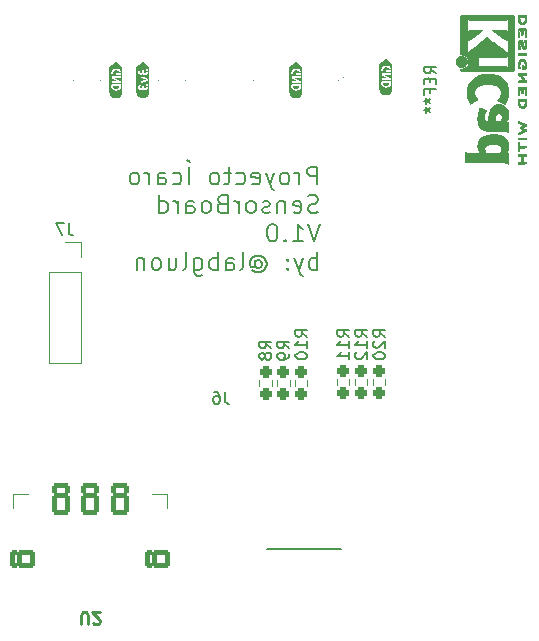
<source format=gbo>
%TF.GenerationSoftware,KiCad,Pcbnew,9.0.0-9.0.0-2~ubuntu24.04.1*%
%TF.CreationDate,2025-03-07T10:50:57+01:00*%
%TF.ProjectId,SensorBoard,53656e73-6f72-4426-9f61-72642e6b6963,rev?*%
%TF.SameCoordinates,Original*%
%TF.FileFunction,Legend,Bot*%
%TF.FilePolarity,Positive*%
%FSLAX46Y46*%
G04 Gerber Fmt 4.6, Leading zero omitted, Abs format (unit mm)*
G04 Created by KiCad (PCBNEW 9.0.0-9.0.0-2~ubuntu24.04.1) date 2025-03-07 10:50:57*
%MOMM*%
%LPD*%
G01*
G04 APERTURE LIST*
G04 Aperture macros list*
%AMRoundRect*
0 Rectangle with rounded corners*
0 $1 Rounding radius*
0 $2 $3 $4 $5 $6 $7 $8 $9 X,Y pos of 4 corners*
0 Add a 4 corners polygon primitive as box body*
4,1,4,$2,$3,$4,$5,$6,$7,$8,$9,$2,$3,0*
0 Add four circle primitives for the rounded corners*
1,1,$1+$1,$2,$3*
1,1,$1+$1,$4,$5*
1,1,$1+$1,$6,$7*
1,1,$1+$1,$8,$9*
0 Add four rect primitives between the rounded corners*
20,1,$1+$1,$2,$3,$4,$5,0*
20,1,$1+$1,$4,$5,$6,$7,0*
20,1,$1+$1,$6,$7,$8,$9,0*
20,1,$1+$1,$8,$9,$2,$3,0*%
G04 Aperture macros list end*
%ADD10C,0.200000*%
%ADD11C,0.150000*%
%ADD12C,0.250000*%
%ADD13C,0.000250*%
%ADD14C,0.120000*%
%ADD15C,0.010000*%
%ADD16C,0.100000*%
%ADD17C,0.000000*%
%ADD18C,1.000000*%
%ADD19C,3.200000*%
%ADD20R,1.700000X1.700000*%
%ADD21O,1.700000X1.700000*%
%ADD22R,1.500000X4.000000*%
%ADD23RoundRect,0.237500X0.237500X-0.250000X0.237500X0.250000X-0.237500X0.250000X-0.237500X-0.250000X0*%
%ADD24C,1.050000*%
%ADD25RoundRect,0.240000X-0.560000X-0.560000X0.560000X-0.560000X0.560000X0.560000X-0.560000X0.560000X0*%
%ADD26RoundRect,0.240000X-0.560000X-0.710000X0.560000X-0.710000X0.560000X0.710000X-0.560000X0.710000X0*%
%ADD27R,0.700000X2.000000*%
%ADD28R,1.600000X1.900000*%
%ADD29R,1.700000X3.000000*%
%ADD30R,2.100000X2.000000*%
G04 APERTURE END LIST*
D10*
X169010279Y-106091280D02*
X169010279Y-104591280D01*
X169010279Y-104591280D02*
X168438850Y-104591280D01*
X168438850Y-104591280D02*
X168295993Y-104662709D01*
X168295993Y-104662709D02*
X168224564Y-104734137D01*
X168224564Y-104734137D02*
X168153136Y-104876994D01*
X168153136Y-104876994D02*
X168153136Y-105091280D01*
X168153136Y-105091280D02*
X168224564Y-105234137D01*
X168224564Y-105234137D02*
X168295993Y-105305566D01*
X168295993Y-105305566D02*
X168438850Y-105376994D01*
X168438850Y-105376994D02*
X169010279Y-105376994D01*
X167510279Y-106091280D02*
X167510279Y-105091280D01*
X167510279Y-105376994D02*
X167438850Y-105234137D01*
X167438850Y-105234137D02*
X167367422Y-105162709D01*
X167367422Y-105162709D02*
X167224564Y-105091280D01*
X167224564Y-105091280D02*
X167081707Y-105091280D01*
X166367422Y-106091280D02*
X166510279Y-106019852D01*
X166510279Y-106019852D02*
X166581708Y-105948423D01*
X166581708Y-105948423D02*
X166653136Y-105805566D01*
X166653136Y-105805566D02*
X166653136Y-105376994D01*
X166653136Y-105376994D02*
X166581708Y-105234137D01*
X166581708Y-105234137D02*
X166510279Y-105162709D01*
X166510279Y-105162709D02*
X166367422Y-105091280D01*
X166367422Y-105091280D02*
X166153136Y-105091280D01*
X166153136Y-105091280D02*
X166010279Y-105162709D01*
X166010279Y-105162709D02*
X165938851Y-105234137D01*
X165938851Y-105234137D02*
X165867422Y-105376994D01*
X165867422Y-105376994D02*
X165867422Y-105805566D01*
X165867422Y-105805566D02*
X165938851Y-105948423D01*
X165938851Y-105948423D02*
X166010279Y-106019852D01*
X166010279Y-106019852D02*
X166153136Y-106091280D01*
X166153136Y-106091280D02*
X166367422Y-106091280D01*
X165367422Y-105091280D02*
X165010279Y-106091280D01*
X164653136Y-105091280D02*
X165010279Y-106091280D01*
X165010279Y-106091280D02*
X165153136Y-106448423D01*
X165153136Y-106448423D02*
X165224565Y-106519852D01*
X165224565Y-106519852D02*
X165367422Y-106591280D01*
X163510279Y-106019852D02*
X163653136Y-106091280D01*
X163653136Y-106091280D02*
X163938851Y-106091280D01*
X163938851Y-106091280D02*
X164081708Y-106019852D01*
X164081708Y-106019852D02*
X164153136Y-105876994D01*
X164153136Y-105876994D02*
X164153136Y-105305566D01*
X164153136Y-105305566D02*
X164081708Y-105162709D01*
X164081708Y-105162709D02*
X163938851Y-105091280D01*
X163938851Y-105091280D02*
X163653136Y-105091280D01*
X163653136Y-105091280D02*
X163510279Y-105162709D01*
X163510279Y-105162709D02*
X163438851Y-105305566D01*
X163438851Y-105305566D02*
X163438851Y-105448423D01*
X163438851Y-105448423D02*
X164153136Y-105591280D01*
X162153137Y-106019852D02*
X162295994Y-106091280D01*
X162295994Y-106091280D02*
X162581708Y-106091280D01*
X162581708Y-106091280D02*
X162724565Y-106019852D01*
X162724565Y-106019852D02*
X162795994Y-105948423D01*
X162795994Y-105948423D02*
X162867422Y-105805566D01*
X162867422Y-105805566D02*
X162867422Y-105376994D01*
X162867422Y-105376994D02*
X162795994Y-105234137D01*
X162795994Y-105234137D02*
X162724565Y-105162709D01*
X162724565Y-105162709D02*
X162581708Y-105091280D01*
X162581708Y-105091280D02*
X162295994Y-105091280D01*
X162295994Y-105091280D02*
X162153137Y-105162709D01*
X161724565Y-105091280D02*
X161153137Y-105091280D01*
X161510280Y-104591280D02*
X161510280Y-105876994D01*
X161510280Y-105876994D02*
X161438851Y-106019852D01*
X161438851Y-106019852D02*
X161295994Y-106091280D01*
X161295994Y-106091280D02*
X161153137Y-106091280D01*
X160438851Y-106091280D02*
X160581708Y-106019852D01*
X160581708Y-106019852D02*
X160653137Y-105948423D01*
X160653137Y-105948423D02*
X160724565Y-105805566D01*
X160724565Y-105805566D02*
X160724565Y-105376994D01*
X160724565Y-105376994D02*
X160653137Y-105234137D01*
X160653137Y-105234137D02*
X160581708Y-105162709D01*
X160581708Y-105162709D02*
X160438851Y-105091280D01*
X160438851Y-105091280D02*
X160224565Y-105091280D01*
X160224565Y-105091280D02*
X160081708Y-105162709D01*
X160081708Y-105162709D02*
X160010280Y-105234137D01*
X160010280Y-105234137D02*
X159938851Y-105376994D01*
X159938851Y-105376994D02*
X159938851Y-105805566D01*
X159938851Y-105805566D02*
X160010280Y-105948423D01*
X160010280Y-105948423D02*
X160081708Y-106019852D01*
X160081708Y-106019852D02*
X160224565Y-106091280D01*
X160224565Y-106091280D02*
X160438851Y-106091280D01*
X158153137Y-106091280D02*
X158153137Y-104591280D01*
X158010280Y-104019852D02*
X158224565Y-104234137D01*
X156795994Y-106019852D02*
X156938851Y-106091280D01*
X156938851Y-106091280D02*
X157224565Y-106091280D01*
X157224565Y-106091280D02*
X157367422Y-106019852D01*
X157367422Y-106019852D02*
X157438851Y-105948423D01*
X157438851Y-105948423D02*
X157510279Y-105805566D01*
X157510279Y-105805566D02*
X157510279Y-105376994D01*
X157510279Y-105376994D02*
X157438851Y-105234137D01*
X157438851Y-105234137D02*
X157367422Y-105162709D01*
X157367422Y-105162709D02*
X157224565Y-105091280D01*
X157224565Y-105091280D02*
X156938851Y-105091280D01*
X156938851Y-105091280D02*
X156795994Y-105162709D01*
X155510280Y-106091280D02*
X155510280Y-105305566D01*
X155510280Y-105305566D02*
X155581708Y-105162709D01*
X155581708Y-105162709D02*
X155724565Y-105091280D01*
X155724565Y-105091280D02*
X156010280Y-105091280D01*
X156010280Y-105091280D02*
X156153137Y-105162709D01*
X155510280Y-106019852D02*
X155653137Y-106091280D01*
X155653137Y-106091280D02*
X156010280Y-106091280D01*
X156010280Y-106091280D02*
X156153137Y-106019852D01*
X156153137Y-106019852D02*
X156224565Y-105876994D01*
X156224565Y-105876994D02*
X156224565Y-105734137D01*
X156224565Y-105734137D02*
X156153137Y-105591280D01*
X156153137Y-105591280D02*
X156010280Y-105519852D01*
X156010280Y-105519852D02*
X155653137Y-105519852D01*
X155653137Y-105519852D02*
X155510280Y-105448423D01*
X154795994Y-106091280D02*
X154795994Y-105091280D01*
X154795994Y-105376994D02*
X154724565Y-105234137D01*
X154724565Y-105234137D02*
X154653137Y-105162709D01*
X154653137Y-105162709D02*
X154510279Y-105091280D01*
X154510279Y-105091280D02*
X154367422Y-105091280D01*
X153653137Y-106091280D02*
X153795994Y-106019852D01*
X153795994Y-106019852D02*
X153867423Y-105948423D01*
X153867423Y-105948423D02*
X153938851Y-105805566D01*
X153938851Y-105805566D02*
X153938851Y-105376994D01*
X153938851Y-105376994D02*
X153867423Y-105234137D01*
X153867423Y-105234137D02*
X153795994Y-105162709D01*
X153795994Y-105162709D02*
X153653137Y-105091280D01*
X153653137Y-105091280D02*
X153438851Y-105091280D01*
X153438851Y-105091280D02*
X153295994Y-105162709D01*
X153295994Y-105162709D02*
X153224566Y-105234137D01*
X153224566Y-105234137D02*
X153153137Y-105376994D01*
X153153137Y-105376994D02*
X153153137Y-105805566D01*
X153153137Y-105805566D02*
X153224566Y-105948423D01*
X153224566Y-105948423D02*
X153295994Y-106019852D01*
X153295994Y-106019852D02*
X153438851Y-106091280D01*
X153438851Y-106091280D02*
X153653137Y-106091280D01*
X169081707Y-108434768D02*
X168867422Y-108506196D01*
X168867422Y-108506196D02*
X168510279Y-108506196D01*
X168510279Y-108506196D02*
X168367422Y-108434768D01*
X168367422Y-108434768D02*
X168295993Y-108363339D01*
X168295993Y-108363339D02*
X168224564Y-108220482D01*
X168224564Y-108220482D02*
X168224564Y-108077625D01*
X168224564Y-108077625D02*
X168295993Y-107934768D01*
X168295993Y-107934768D02*
X168367422Y-107863339D01*
X168367422Y-107863339D02*
X168510279Y-107791910D01*
X168510279Y-107791910D02*
X168795993Y-107720482D01*
X168795993Y-107720482D02*
X168938850Y-107649053D01*
X168938850Y-107649053D02*
X169010279Y-107577625D01*
X169010279Y-107577625D02*
X169081707Y-107434768D01*
X169081707Y-107434768D02*
X169081707Y-107291910D01*
X169081707Y-107291910D02*
X169010279Y-107149053D01*
X169010279Y-107149053D02*
X168938850Y-107077625D01*
X168938850Y-107077625D02*
X168795993Y-107006196D01*
X168795993Y-107006196D02*
X168438850Y-107006196D01*
X168438850Y-107006196D02*
X168224564Y-107077625D01*
X167010279Y-108434768D02*
X167153136Y-108506196D01*
X167153136Y-108506196D02*
X167438851Y-108506196D01*
X167438851Y-108506196D02*
X167581708Y-108434768D01*
X167581708Y-108434768D02*
X167653136Y-108291910D01*
X167653136Y-108291910D02*
X167653136Y-107720482D01*
X167653136Y-107720482D02*
X167581708Y-107577625D01*
X167581708Y-107577625D02*
X167438851Y-107506196D01*
X167438851Y-107506196D02*
X167153136Y-107506196D01*
X167153136Y-107506196D02*
X167010279Y-107577625D01*
X167010279Y-107577625D02*
X166938851Y-107720482D01*
X166938851Y-107720482D02*
X166938851Y-107863339D01*
X166938851Y-107863339D02*
X167653136Y-108006196D01*
X166295994Y-107506196D02*
X166295994Y-108506196D01*
X166295994Y-107649053D02*
X166224565Y-107577625D01*
X166224565Y-107577625D02*
X166081708Y-107506196D01*
X166081708Y-107506196D02*
X165867422Y-107506196D01*
X165867422Y-107506196D02*
X165724565Y-107577625D01*
X165724565Y-107577625D02*
X165653137Y-107720482D01*
X165653137Y-107720482D02*
X165653137Y-108506196D01*
X165010279Y-108434768D02*
X164867422Y-108506196D01*
X164867422Y-108506196D02*
X164581708Y-108506196D01*
X164581708Y-108506196D02*
X164438851Y-108434768D01*
X164438851Y-108434768D02*
X164367422Y-108291910D01*
X164367422Y-108291910D02*
X164367422Y-108220482D01*
X164367422Y-108220482D02*
X164438851Y-108077625D01*
X164438851Y-108077625D02*
X164581708Y-108006196D01*
X164581708Y-108006196D02*
X164795994Y-108006196D01*
X164795994Y-108006196D02*
X164938851Y-107934768D01*
X164938851Y-107934768D02*
X165010279Y-107791910D01*
X165010279Y-107791910D02*
X165010279Y-107720482D01*
X165010279Y-107720482D02*
X164938851Y-107577625D01*
X164938851Y-107577625D02*
X164795994Y-107506196D01*
X164795994Y-107506196D02*
X164581708Y-107506196D01*
X164581708Y-107506196D02*
X164438851Y-107577625D01*
X163510279Y-108506196D02*
X163653136Y-108434768D01*
X163653136Y-108434768D02*
X163724565Y-108363339D01*
X163724565Y-108363339D02*
X163795993Y-108220482D01*
X163795993Y-108220482D02*
X163795993Y-107791910D01*
X163795993Y-107791910D02*
X163724565Y-107649053D01*
X163724565Y-107649053D02*
X163653136Y-107577625D01*
X163653136Y-107577625D02*
X163510279Y-107506196D01*
X163510279Y-107506196D02*
X163295993Y-107506196D01*
X163295993Y-107506196D02*
X163153136Y-107577625D01*
X163153136Y-107577625D02*
X163081708Y-107649053D01*
X163081708Y-107649053D02*
X163010279Y-107791910D01*
X163010279Y-107791910D02*
X163010279Y-108220482D01*
X163010279Y-108220482D02*
X163081708Y-108363339D01*
X163081708Y-108363339D02*
X163153136Y-108434768D01*
X163153136Y-108434768D02*
X163295993Y-108506196D01*
X163295993Y-108506196D02*
X163510279Y-108506196D01*
X162367422Y-108506196D02*
X162367422Y-107506196D01*
X162367422Y-107791910D02*
X162295993Y-107649053D01*
X162295993Y-107649053D02*
X162224565Y-107577625D01*
X162224565Y-107577625D02*
X162081707Y-107506196D01*
X162081707Y-107506196D02*
X161938850Y-107506196D01*
X160938851Y-107720482D02*
X160724565Y-107791910D01*
X160724565Y-107791910D02*
X160653136Y-107863339D01*
X160653136Y-107863339D02*
X160581708Y-108006196D01*
X160581708Y-108006196D02*
X160581708Y-108220482D01*
X160581708Y-108220482D02*
X160653136Y-108363339D01*
X160653136Y-108363339D02*
X160724565Y-108434768D01*
X160724565Y-108434768D02*
X160867422Y-108506196D01*
X160867422Y-108506196D02*
X161438851Y-108506196D01*
X161438851Y-108506196D02*
X161438851Y-107006196D01*
X161438851Y-107006196D02*
X160938851Y-107006196D01*
X160938851Y-107006196D02*
X160795994Y-107077625D01*
X160795994Y-107077625D02*
X160724565Y-107149053D01*
X160724565Y-107149053D02*
X160653136Y-107291910D01*
X160653136Y-107291910D02*
X160653136Y-107434768D01*
X160653136Y-107434768D02*
X160724565Y-107577625D01*
X160724565Y-107577625D02*
X160795994Y-107649053D01*
X160795994Y-107649053D02*
X160938851Y-107720482D01*
X160938851Y-107720482D02*
X161438851Y-107720482D01*
X159724565Y-108506196D02*
X159867422Y-108434768D01*
X159867422Y-108434768D02*
X159938851Y-108363339D01*
X159938851Y-108363339D02*
X160010279Y-108220482D01*
X160010279Y-108220482D02*
X160010279Y-107791910D01*
X160010279Y-107791910D02*
X159938851Y-107649053D01*
X159938851Y-107649053D02*
X159867422Y-107577625D01*
X159867422Y-107577625D02*
X159724565Y-107506196D01*
X159724565Y-107506196D02*
X159510279Y-107506196D01*
X159510279Y-107506196D02*
X159367422Y-107577625D01*
X159367422Y-107577625D02*
X159295994Y-107649053D01*
X159295994Y-107649053D02*
X159224565Y-107791910D01*
X159224565Y-107791910D02*
X159224565Y-108220482D01*
X159224565Y-108220482D02*
X159295994Y-108363339D01*
X159295994Y-108363339D02*
X159367422Y-108434768D01*
X159367422Y-108434768D02*
X159510279Y-108506196D01*
X159510279Y-108506196D02*
X159724565Y-108506196D01*
X157938851Y-108506196D02*
X157938851Y-107720482D01*
X157938851Y-107720482D02*
X158010279Y-107577625D01*
X158010279Y-107577625D02*
X158153136Y-107506196D01*
X158153136Y-107506196D02*
X158438851Y-107506196D01*
X158438851Y-107506196D02*
X158581708Y-107577625D01*
X157938851Y-108434768D02*
X158081708Y-108506196D01*
X158081708Y-108506196D02*
X158438851Y-108506196D01*
X158438851Y-108506196D02*
X158581708Y-108434768D01*
X158581708Y-108434768D02*
X158653136Y-108291910D01*
X158653136Y-108291910D02*
X158653136Y-108149053D01*
X158653136Y-108149053D02*
X158581708Y-108006196D01*
X158581708Y-108006196D02*
X158438851Y-107934768D01*
X158438851Y-107934768D02*
X158081708Y-107934768D01*
X158081708Y-107934768D02*
X157938851Y-107863339D01*
X157224565Y-108506196D02*
X157224565Y-107506196D01*
X157224565Y-107791910D02*
X157153136Y-107649053D01*
X157153136Y-107649053D02*
X157081708Y-107577625D01*
X157081708Y-107577625D02*
X156938850Y-107506196D01*
X156938850Y-107506196D02*
X156795993Y-107506196D01*
X155653137Y-108506196D02*
X155653137Y-107006196D01*
X155653137Y-108434768D02*
X155795994Y-108506196D01*
X155795994Y-108506196D02*
X156081708Y-108506196D01*
X156081708Y-108506196D02*
X156224565Y-108434768D01*
X156224565Y-108434768D02*
X156295994Y-108363339D01*
X156295994Y-108363339D02*
X156367422Y-108220482D01*
X156367422Y-108220482D02*
X156367422Y-107791910D01*
X156367422Y-107791910D02*
X156295994Y-107649053D01*
X156295994Y-107649053D02*
X156224565Y-107577625D01*
X156224565Y-107577625D02*
X156081708Y-107506196D01*
X156081708Y-107506196D02*
X155795994Y-107506196D01*
X155795994Y-107506196D02*
X155653137Y-107577625D01*
X169224564Y-109421112D02*
X168724564Y-110921112D01*
X168724564Y-110921112D02*
X168224564Y-109421112D01*
X166938850Y-110921112D02*
X167795993Y-110921112D01*
X167367422Y-110921112D02*
X167367422Y-109421112D01*
X167367422Y-109421112D02*
X167510279Y-109635398D01*
X167510279Y-109635398D02*
X167653136Y-109778255D01*
X167653136Y-109778255D02*
X167795993Y-109849684D01*
X166295994Y-110778255D02*
X166224565Y-110849684D01*
X166224565Y-110849684D02*
X166295994Y-110921112D01*
X166295994Y-110921112D02*
X166367422Y-110849684D01*
X166367422Y-110849684D02*
X166295994Y-110778255D01*
X166295994Y-110778255D02*
X166295994Y-110921112D01*
X165295993Y-109421112D02*
X165153136Y-109421112D01*
X165153136Y-109421112D02*
X165010279Y-109492541D01*
X165010279Y-109492541D02*
X164938851Y-109563969D01*
X164938851Y-109563969D02*
X164867422Y-109706826D01*
X164867422Y-109706826D02*
X164795993Y-109992541D01*
X164795993Y-109992541D02*
X164795993Y-110349684D01*
X164795993Y-110349684D02*
X164867422Y-110635398D01*
X164867422Y-110635398D02*
X164938851Y-110778255D01*
X164938851Y-110778255D02*
X165010279Y-110849684D01*
X165010279Y-110849684D02*
X165153136Y-110921112D01*
X165153136Y-110921112D02*
X165295993Y-110921112D01*
X165295993Y-110921112D02*
X165438851Y-110849684D01*
X165438851Y-110849684D02*
X165510279Y-110778255D01*
X165510279Y-110778255D02*
X165581708Y-110635398D01*
X165581708Y-110635398D02*
X165653136Y-110349684D01*
X165653136Y-110349684D02*
X165653136Y-109992541D01*
X165653136Y-109992541D02*
X165581708Y-109706826D01*
X165581708Y-109706826D02*
X165510279Y-109563969D01*
X165510279Y-109563969D02*
X165438851Y-109492541D01*
X165438851Y-109492541D02*
X165295993Y-109421112D01*
X169010279Y-113336028D02*
X169010279Y-111836028D01*
X169010279Y-112407457D02*
X168867422Y-112336028D01*
X168867422Y-112336028D02*
X168581707Y-112336028D01*
X168581707Y-112336028D02*
X168438850Y-112407457D01*
X168438850Y-112407457D02*
X168367422Y-112478885D01*
X168367422Y-112478885D02*
X168295993Y-112621742D01*
X168295993Y-112621742D02*
X168295993Y-113050314D01*
X168295993Y-113050314D02*
X168367422Y-113193171D01*
X168367422Y-113193171D02*
X168438850Y-113264600D01*
X168438850Y-113264600D02*
X168581707Y-113336028D01*
X168581707Y-113336028D02*
X168867422Y-113336028D01*
X168867422Y-113336028D02*
X169010279Y-113264600D01*
X167795993Y-112336028D02*
X167438850Y-113336028D01*
X167081707Y-112336028D02*
X167438850Y-113336028D01*
X167438850Y-113336028D02*
X167581707Y-113693171D01*
X167581707Y-113693171D02*
X167653136Y-113764600D01*
X167653136Y-113764600D02*
X167795993Y-113836028D01*
X166510279Y-113193171D02*
X166438850Y-113264600D01*
X166438850Y-113264600D02*
X166510279Y-113336028D01*
X166510279Y-113336028D02*
X166581707Y-113264600D01*
X166581707Y-113264600D02*
X166510279Y-113193171D01*
X166510279Y-113193171D02*
X166510279Y-113336028D01*
X166510279Y-112407457D02*
X166438850Y-112478885D01*
X166438850Y-112478885D02*
X166510279Y-112550314D01*
X166510279Y-112550314D02*
X166581707Y-112478885D01*
X166581707Y-112478885D02*
X166510279Y-112407457D01*
X166510279Y-112407457D02*
X166510279Y-112550314D01*
X163724564Y-112621742D02*
X163795993Y-112550314D01*
X163795993Y-112550314D02*
X163938850Y-112478885D01*
X163938850Y-112478885D02*
X164081707Y-112478885D01*
X164081707Y-112478885D02*
X164224564Y-112550314D01*
X164224564Y-112550314D02*
X164295993Y-112621742D01*
X164295993Y-112621742D02*
X164367421Y-112764600D01*
X164367421Y-112764600D02*
X164367421Y-112907457D01*
X164367421Y-112907457D02*
X164295993Y-113050314D01*
X164295993Y-113050314D02*
X164224564Y-113121742D01*
X164224564Y-113121742D02*
X164081707Y-113193171D01*
X164081707Y-113193171D02*
X163938850Y-113193171D01*
X163938850Y-113193171D02*
X163795993Y-113121742D01*
X163795993Y-113121742D02*
X163724564Y-113050314D01*
X163724564Y-112478885D02*
X163724564Y-113050314D01*
X163724564Y-113050314D02*
X163653136Y-113121742D01*
X163653136Y-113121742D02*
X163581707Y-113121742D01*
X163581707Y-113121742D02*
X163438850Y-113050314D01*
X163438850Y-113050314D02*
X163367421Y-112907457D01*
X163367421Y-112907457D02*
X163367421Y-112550314D01*
X163367421Y-112550314D02*
X163510279Y-112336028D01*
X163510279Y-112336028D02*
X163724564Y-112193171D01*
X163724564Y-112193171D02*
X164010279Y-112121742D01*
X164010279Y-112121742D02*
X164295993Y-112193171D01*
X164295993Y-112193171D02*
X164510279Y-112336028D01*
X164510279Y-112336028D02*
X164653136Y-112550314D01*
X164653136Y-112550314D02*
X164724564Y-112836028D01*
X164724564Y-112836028D02*
X164653136Y-113121742D01*
X164653136Y-113121742D02*
X164510279Y-113336028D01*
X164510279Y-113336028D02*
X164295993Y-113478885D01*
X164295993Y-113478885D02*
X164010279Y-113550314D01*
X164010279Y-113550314D02*
X163724564Y-113478885D01*
X163724564Y-113478885D02*
X163510279Y-113336028D01*
X162510279Y-113336028D02*
X162653136Y-113264600D01*
X162653136Y-113264600D02*
X162724565Y-113121742D01*
X162724565Y-113121742D02*
X162724565Y-111836028D01*
X161295994Y-113336028D02*
X161295994Y-112550314D01*
X161295994Y-112550314D02*
X161367422Y-112407457D01*
X161367422Y-112407457D02*
X161510279Y-112336028D01*
X161510279Y-112336028D02*
X161795994Y-112336028D01*
X161795994Y-112336028D02*
X161938851Y-112407457D01*
X161295994Y-113264600D02*
X161438851Y-113336028D01*
X161438851Y-113336028D02*
X161795994Y-113336028D01*
X161795994Y-113336028D02*
X161938851Y-113264600D01*
X161938851Y-113264600D02*
X162010279Y-113121742D01*
X162010279Y-113121742D02*
X162010279Y-112978885D01*
X162010279Y-112978885D02*
X161938851Y-112836028D01*
X161938851Y-112836028D02*
X161795994Y-112764600D01*
X161795994Y-112764600D02*
X161438851Y-112764600D01*
X161438851Y-112764600D02*
X161295994Y-112693171D01*
X160581708Y-113336028D02*
X160581708Y-111836028D01*
X160581708Y-112407457D02*
X160438851Y-112336028D01*
X160438851Y-112336028D02*
X160153136Y-112336028D01*
X160153136Y-112336028D02*
X160010279Y-112407457D01*
X160010279Y-112407457D02*
X159938851Y-112478885D01*
X159938851Y-112478885D02*
X159867422Y-112621742D01*
X159867422Y-112621742D02*
X159867422Y-113050314D01*
X159867422Y-113050314D02*
X159938851Y-113193171D01*
X159938851Y-113193171D02*
X160010279Y-113264600D01*
X160010279Y-113264600D02*
X160153136Y-113336028D01*
X160153136Y-113336028D02*
X160438851Y-113336028D01*
X160438851Y-113336028D02*
X160581708Y-113264600D01*
X158581708Y-112336028D02*
X158581708Y-113550314D01*
X158581708Y-113550314D02*
X158653136Y-113693171D01*
X158653136Y-113693171D02*
X158724565Y-113764600D01*
X158724565Y-113764600D02*
X158867422Y-113836028D01*
X158867422Y-113836028D02*
X159081708Y-113836028D01*
X159081708Y-113836028D02*
X159224565Y-113764600D01*
X158581708Y-113264600D02*
X158724565Y-113336028D01*
X158724565Y-113336028D02*
X159010279Y-113336028D01*
X159010279Y-113336028D02*
X159153136Y-113264600D01*
X159153136Y-113264600D02*
X159224565Y-113193171D01*
X159224565Y-113193171D02*
X159295993Y-113050314D01*
X159295993Y-113050314D02*
X159295993Y-112621742D01*
X159295993Y-112621742D02*
X159224565Y-112478885D01*
X159224565Y-112478885D02*
X159153136Y-112407457D01*
X159153136Y-112407457D02*
X159010279Y-112336028D01*
X159010279Y-112336028D02*
X158724565Y-112336028D01*
X158724565Y-112336028D02*
X158581708Y-112407457D01*
X157653136Y-113336028D02*
X157795993Y-113264600D01*
X157795993Y-113264600D02*
X157867422Y-113121742D01*
X157867422Y-113121742D02*
X157867422Y-111836028D01*
X156438851Y-112336028D02*
X156438851Y-113336028D01*
X157081708Y-112336028D02*
X157081708Y-113121742D01*
X157081708Y-113121742D02*
X157010279Y-113264600D01*
X157010279Y-113264600D02*
X156867422Y-113336028D01*
X156867422Y-113336028D02*
X156653136Y-113336028D01*
X156653136Y-113336028D02*
X156510279Y-113264600D01*
X156510279Y-113264600D02*
X156438851Y-113193171D01*
X155510279Y-113336028D02*
X155653136Y-113264600D01*
X155653136Y-113264600D02*
X155724565Y-113193171D01*
X155724565Y-113193171D02*
X155795993Y-113050314D01*
X155795993Y-113050314D02*
X155795993Y-112621742D01*
X155795993Y-112621742D02*
X155724565Y-112478885D01*
X155724565Y-112478885D02*
X155653136Y-112407457D01*
X155653136Y-112407457D02*
X155510279Y-112336028D01*
X155510279Y-112336028D02*
X155295993Y-112336028D01*
X155295993Y-112336028D02*
X155153136Y-112407457D01*
X155153136Y-112407457D02*
X155081708Y-112478885D01*
X155081708Y-112478885D02*
X155010279Y-112621742D01*
X155010279Y-112621742D02*
X155010279Y-113050314D01*
X155010279Y-113050314D02*
X155081708Y-113193171D01*
X155081708Y-113193171D02*
X155153136Y-113264600D01*
X155153136Y-113264600D02*
X155295993Y-113336028D01*
X155295993Y-113336028D02*
X155510279Y-113336028D01*
X154367422Y-112336028D02*
X154367422Y-113336028D01*
X154367422Y-112478885D02*
X154295993Y-112407457D01*
X154295993Y-112407457D02*
X154153136Y-112336028D01*
X154153136Y-112336028D02*
X153938850Y-112336028D01*
X153938850Y-112336028D02*
X153795993Y-112407457D01*
X153795993Y-112407457D02*
X153724565Y-112550314D01*
X153724565Y-112550314D02*
X153724565Y-113336028D01*
D11*
X173255819Y-118983142D02*
X172779628Y-118649809D01*
X173255819Y-118411714D02*
X172255819Y-118411714D01*
X172255819Y-118411714D02*
X172255819Y-118792666D01*
X172255819Y-118792666D02*
X172303438Y-118887904D01*
X172303438Y-118887904D02*
X172351057Y-118935523D01*
X172351057Y-118935523D02*
X172446295Y-118983142D01*
X172446295Y-118983142D02*
X172589152Y-118983142D01*
X172589152Y-118983142D02*
X172684390Y-118935523D01*
X172684390Y-118935523D02*
X172732009Y-118887904D01*
X172732009Y-118887904D02*
X172779628Y-118792666D01*
X172779628Y-118792666D02*
X172779628Y-118411714D01*
X173255819Y-119935523D02*
X173255819Y-119364095D01*
X173255819Y-119649809D02*
X172255819Y-119649809D01*
X172255819Y-119649809D02*
X172398676Y-119554571D01*
X172398676Y-119554571D02*
X172493914Y-119459333D01*
X172493914Y-119459333D02*
X172541533Y-119364095D01*
X172351057Y-120316476D02*
X172303438Y-120364095D01*
X172303438Y-120364095D02*
X172255819Y-120459333D01*
X172255819Y-120459333D02*
X172255819Y-120697428D01*
X172255819Y-120697428D02*
X172303438Y-120792666D01*
X172303438Y-120792666D02*
X172351057Y-120840285D01*
X172351057Y-120840285D02*
X172446295Y-120887904D01*
X172446295Y-120887904D02*
X172541533Y-120887904D01*
X172541533Y-120887904D02*
X172684390Y-120840285D01*
X172684390Y-120840285D02*
X173255819Y-120268857D01*
X173255819Y-120268857D02*
X173255819Y-120887904D01*
X179097819Y-96702666D02*
X178621628Y-96369333D01*
X179097819Y-96131238D02*
X178097819Y-96131238D01*
X178097819Y-96131238D02*
X178097819Y-96512190D01*
X178097819Y-96512190D02*
X178145438Y-96607428D01*
X178145438Y-96607428D02*
X178193057Y-96655047D01*
X178193057Y-96655047D02*
X178288295Y-96702666D01*
X178288295Y-96702666D02*
X178431152Y-96702666D01*
X178431152Y-96702666D02*
X178526390Y-96655047D01*
X178526390Y-96655047D02*
X178574009Y-96607428D01*
X178574009Y-96607428D02*
X178621628Y-96512190D01*
X178621628Y-96512190D02*
X178621628Y-96131238D01*
X178574009Y-97131238D02*
X178574009Y-97464571D01*
X179097819Y-97607428D02*
X179097819Y-97131238D01*
X179097819Y-97131238D02*
X178097819Y-97131238D01*
X178097819Y-97131238D02*
X178097819Y-97607428D01*
X178574009Y-98369333D02*
X178574009Y-98036000D01*
X179097819Y-98036000D02*
X178097819Y-98036000D01*
X178097819Y-98036000D02*
X178097819Y-98512190D01*
X178097819Y-99036000D02*
X178335914Y-99036000D01*
X178240676Y-98797905D02*
X178335914Y-99036000D01*
X178335914Y-99036000D02*
X178240676Y-99274095D01*
X178526390Y-98893143D02*
X178335914Y-99036000D01*
X178335914Y-99036000D02*
X178526390Y-99178857D01*
X178097819Y-99797905D02*
X178335914Y-99797905D01*
X178240676Y-99559810D02*
X178335914Y-99797905D01*
X178335914Y-99797905D02*
X178240676Y-100036000D01*
X178526390Y-99655048D02*
X178335914Y-99797905D01*
X178335914Y-99797905D02*
X178526390Y-99940762D01*
D12*
X149035077Y-143333405D02*
X149035077Y-142523882D01*
X149035077Y-142523882D02*
X149082696Y-142428644D01*
X149082696Y-142428644D02*
X149130315Y-142381025D01*
X149130315Y-142381025D02*
X149225553Y-142333405D01*
X149225553Y-142333405D02*
X149416029Y-142333405D01*
X149416029Y-142333405D02*
X149511267Y-142381025D01*
X149511267Y-142381025D02*
X149558886Y-142428644D01*
X149558886Y-142428644D02*
X149606505Y-142523882D01*
X149606505Y-142523882D02*
X149606505Y-143333405D01*
X150035077Y-143238167D02*
X150082696Y-143285786D01*
X150082696Y-143285786D02*
X150177934Y-143333405D01*
X150177934Y-143333405D02*
X150416029Y-143333405D01*
X150416029Y-143333405D02*
X150511267Y-143285786D01*
X150511267Y-143285786D02*
X150558886Y-143238167D01*
X150558886Y-143238167D02*
X150606505Y-143142929D01*
X150606505Y-143142929D02*
X150606505Y-143047691D01*
X150606505Y-143047691D02*
X150558886Y-142904834D01*
X150558886Y-142904834D02*
X149987458Y-142333405D01*
X149987458Y-142333405D02*
X150606505Y-142333405D01*
D11*
X168175819Y-118983142D02*
X167699628Y-118649809D01*
X168175819Y-118411714D02*
X167175819Y-118411714D01*
X167175819Y-118411714D02*
X167175819Y-118792666D01*
X167175819Y-118792666D02*
X167223438Y-118887904D01*
X167223438Y-118887904D02*
X167271057Y-118935523D01*
X167271057Y-118935523D02*
X167366295Y-118983142D01*
X167366295Y-118983142D02*
X167509152Y-118983142D01*
X167509152Y-118983142D02*
X167604390Y-118935523D01*
X167604390Y-118935523D02*
X167652009Y-118887904D01*
X167652009Y-118887904D02*
X167699628Y-118792666D01*
X167699628Y-118792666D02*
X167699628Y-118411714D01*
X168175819Y-119935523D02*
X168175819Y-119364095D01*
X168175819Y-119649809D02*
X167175819Y-119649809D01*
X167175819Y-119649809D02*
X167318676Y-119554571D01*
X167318676Y-119554571D02*
X167413914Y-119459333D01*
X167413914Y-119459333D02*
X167461533Y-119364095D01*
X167175819Y-120554571D02*
X167175819Y-120649809D01*
X167175819Y-120649809D02*
X167223438Y-120745047D01*
X167223438Y-120745047D02*
X167271057Y-120792666D01*
X167271057Y-120792666D02*
X167366295Y-120840285D01*
X167366295Y-120840285D02*
X167556771Y-120887904D01*
X167556771Y-120887904D02*
X167794866Y-120887904D01*
X167794866Y-120887904D02*
X167985342Y-120840285D01*
X167985342Y-120840285D02*
X168080580Y-120792666D01*
X168080580Y-120792666D02*
X168128200Y-120745047D01*
X168128200Y-120745047D02*
X168175819Y-120649809D01*
X168175819Y-120649809D02*
X168175819Y-120554571D01*
X168175819Y-120554571D02*
X168128200Y-120459333D01*
X168128200Y-120459333D02*
X168080580Y-120411714D01*
X168080580Y-120411714D02*
X167985342Y-120364095D01*
X167985342Y-120364095D02*
X167794866Y-120316476D01*
X167794866Y-120316476D02*
X167556771Y-120316476D01*
X167556771Y-120316476D02*
X167366295Y-120364095D01*
X167366295Y-120364095D02*
X167271057Y-120411714D01*
X167271057Y-120411714D02*
X167223438Y-120459333D01*
X167223438Y-120459333D02*
X167175819Y-120554571D01*
X147988333Y-109394819D02*
X147988333Y-110109104D01*
X147988333Y-110109104D02*
X148035952Y-110251961D01*
X148035952Y-110251961D02*
X148131190Y-110347200D01*
X148131190Y-110347200D02*
X148274047Y-110394819D01*
X148274047Y-110394819D02*
X148369285Y-110394819D01*
X147607380Y-109394819D02*
X146940714Y-109394819D01*
X146940714Y-109394819D02*
X147369285Y-110394819D01*
D13*
X163613376Y-97266286D02*
X163612376Y-97266286D01*
X163612995Y-97266381D02*
X163613376Y-97266667D01*
X163612709Y-97266667D02*
X163613090Y-97266286D01*
X163613376Y-97267096D02*
X163612709Y-97267096D01*
X163612376Y-97267096D02*
X163612424Y-97267048D01*
X163612424Y-97267048D02*
X163612471Y-97267096D01*
X163612471Y-97267096D02*
X163612424Y-97267143D01*
X163612424Y-97267143D02*
X163612376Y-97267096D01*
X163612376Y-97267096D02*
X163612471Y-97267096D01*
X163613376Y-97267572D02*
X163612376Y-97267572D01*
X163612757Y-97267572D02*
X163612709Y-97267667D01*
X163612709Y-97267667D02*
X163612709Y-97267857D01*
X163612709Y-97267857D02*
X163612757Y-97267953D01*
X163612757Y-97267953D02*
X163612805Y-97268000D01*
X163612805Y-97268000D02*
X163612900Y-97268048D01*
X163612900Y-97268048D02*
X163613186Y-97268048D01*
X163613186Y-97268048D02*
X163613281Y-97268000D01*
X163613281Y-97268000D02*
X163613329Y-97267953D01*
X163613329Y-97267953D02*
X163613376Y-97267857D01*
X163613376Y-97267857D02*
X163613376Y-97267667D01*
X163613376Y-97267667D02*
X163613329Y-97267572D01*
X163612709Y-97268905D02*
X163613376Y-97268905D01*
X163612709Y-97268477D02*
X163613233Y-97268477D01*
X163613233Y-97268477D02*
X163613329Y-97268524D01*
X163613329Y-97268524D02*
X163613376Y-97268619D01*
X163613376Y-97268619D02*
X163613376Y-97268762D01*
X163613376Y-97268762D02*
X163613329Y-97268858D01*
X163613329Y-97268858D02*
X163613281Y-97268905D01*
X163612709Y-97269286D02*
X163612709Y-97269810D01*
X163612709Y-97269810D02*
X163613376Y-97269286D01*
X163613376Y-97269286D02*
X163613376Y-97269810D01*
X163612709Y-97270096D02*
X163612709Y-97270620D01*
X163612709Y-97270620D02*
X163613376Y-97270096D01*
X163613376Y-97270096D02*
X163613376Y-97270620D01*
X163613376Y-97271430D02*
X163612852Y-97271430D01*
X163612852Y-97271430D02*
X163612757Y-97271383D01*
X163612757Y-97271383D02*
X163612709Y-97271287D01*
X163612709Y-97271287D02*
X163612709Y-97271097D01*
X163612709Y-97271097D02*
X163612757Y-97271002D01*
X163613329Y-97271430D02*
X163613376Y-97271335D01*
X163613376Y-97271335D02*
X163613376Y-97271097D01*
X163613376Y-97271097D02*
X163613329Y-97271002D01*
X163613329Y-97271002D02*
X163613233Y-97270954D01*
X163613233Y-97270954D02*
X163613138Y-97270954D01*
X163613138Y-97270954D02*
X163613043Y-97271002D01*
X163613043Y-97271002D02*
X163612995Y-97271097D01*
X163612995Y-97271097D02*
X163612995Y-97271335D01*
X163612995Y-97271335D02*
X163612948Y-97271430D01*
X163613376Y-97271907D02*
X163612709Y-97271907D01*
X163612900Y-97271907D02*
X163612805Y-97271954D01*
X163612805Y-97271954D02*
X163612757Y-97272002D01*
X163612757Y-97272002D02*
X163612709Y-97272097D01*
X163612709Y-97272097D02*
X163612709Y-97272192D01*
X163613376Y-97272954D02*
X163612376Y-97272954D01*
X163613329Y-97272954D02*
X163613376Y-97272859D01*
X163613376Y-97272859D02*
X163613376Y-97272668D01*
X163613376Y-97272668D02*
X163613329Y-97272573D01*
X163613329Y-97272573D02*
X163613281Y-97272526D01*
X163613281Y-97272526D02*
X163613186Y-97272478D01*
X163613186Y-97272478D02*
X163612900Y-97272478D01*
X163612900Y-97272478D02*
X163612805Y-97272526D01*
X163612805Y-97272526D02*
X163612757Y-97272573D01*
X163612757Y-97272573D02*
X163612709Y-97272668D01*
X163612709Y-97272668D02*
X163612709Y-97272859D01*
X163612709Y-97272859D02*
X163612757Y-97272954D01*
X163612995Y-97273431D02*
X163612995Y-97274193D01*
X163612376Y-97275097D02*
X163612376Y-97274907D01*
X163612376Y-97274907D02*
X163612424Y-97274811D01*
X163612424Y-97274811D02*
X163612471Y-97274764D01*
X163612471Y-97274764D02*
X163612614Y-97274669D01*
X163612614Y-97274669D02*
X163612805Y-97274621D01*
X163612805Y-97274621D02*
X163613186Y-97274621D01*
X163613186Y-97274621D02*
X163613281Y-97274669D01*
X163613281Y-97274669D02*
X163613329Y-97274716D01*
X163613329Y-97274716D02*
X163613376Y-97274811D01*
X163613376Y-97274811D02*
X163613376Y-97275002D01*
X163613376Y-97275002D02*
X163613329Y-97275097D01*
X163613329Y-97275097D02*
X163613281Y-97275145D01*
X163613281Y-97275145D02*
X163613186Y-97275192D01*
X163613186Y-97275192D02*
X163612948Y-97275192D01*
X163612948Y-97275192D02*
X163612852Y-97275145D01*
X163612852Y-97275145D02*
X163612805Y-97275097D01*
X163612805Y-97275097D02*
X163612757Y-97275002D01*
X163612757Y-97275002D02*
X163612757Y-97274811D01*
X163612757Y-97274811D02*
X163612805Y-97274716D01*
X163612805Y-97274716D02*
X163612852Y-97274669D01*
X163612852Y-97274669D02*
X163612948Y-97274621D01*
X163612376Y-97275525D02*
X163612376Y-97276192D01*
X163612376Y-97276192D02*
X163613376Y-97275763D01*
X163613281Y-97277144D02*
X163613329Y-97277096D01*
X163613329Y-97277096D02*
X163613376Y-97276954D01*
X163613376Y-97276954D02*
X163613376Y-97276858D01*
X163613376Y-97276858D02*
X163613329Y-97276715D01*
X163613329Y-97276715D02*
X163613233Y-97276620D01*
X163613233Y-97276620D02*
X163613138Y-97276573D01*
X163613138Y-97276573D02*
X163612948Y-97276525D01*
X163612948Y-97276525D02*
X163612805Y-97276525D01*
X163612805Y-97276525D02*
X163612614Y-97276573D01*
X163612614Y-97276573D02*
X163612519Y-97276620D01*
X163612519Y-97276620D02*
X163612424Y-97276715D01*
X163612424Y-97276715D02*
X163612376Y-97276858D01*
X163612376Y-97276858D02*
X163612376Y-97276954D01*
X163612376Y-97276954D02*
X163612424Y-97277096D01*
X163612424Y-97277096D02*
X163612471Y-97277144D01*
X163612376Y-97277477D02*
X163612376Y-97278096D01*
X163612376Y-97278096D02*
X163612757Y-97277763D01*
X163612757Y-97277763D02*
X163612757Y-97277906D01*
X163612757Y-97277906D02*
X163612805Y-97278001D01*
X163612805Y-97278001D02*
X163612852Y-97278049D01*
X163612852Y-97278049D02*
X163612948Y-97278096D01*
X163612948Y-97278096D02*
X163613186Y-97278096D01*
X163613186Y-97278096D02*
X163613281Y-97278049D01*
X163613281Y-97278049D02*
X163613329Y-97278001D01*
X163613329Y-97278001D02*
X163613376Y-97277906D01*
X163613376Y-97277906D02*
X163613376Y-97277620D01*
X163613376Y-97277620D02*
X163613329Y-97277525D01*
X163613329Y-97277525D02*
X163613281Y-97277477D01*
X163613090Y-97278477D02*
X163613090Y-97278953D01*
X163613376Y-97278382D02*
X163612376Y-97278715D01*
X163612376Y-97278715D02*
X163613376Y-97279048D01*
X163613090Y-97279334D02*
X163613090Y-97279810D01*
X163613376Y-97279239D02*
X163612376Y-97279572D01*
X163612376Y-97279572D02*
X163613376Y-97279905D01*
X163612852Y-97280572D02*
X163612900Y-97280715D01*
X163612900Y-97280715D02*
X163612948Y-97280762D01*
X163612948Y-97280762D02*
X163613043Y-97280810D01*
X163613043Y-97280810D02*
X163613186Y-97280810D01*
X163613186Y-97280810D02*
X163613281Y-97280762D01*
X163613281Y-97280762D02*
X163613329Y-97280715D01*
X163613329Y-97280715D02*
X163613376Y-97280620D01*
X163613376Y-97280620D02*
X163613376Y-97280239D01*
X163613376Y-97280239D02*
X163612376Y-97280239D01*
X163612376Y-97280239D02*
X163612376Y-97280572D01*
X163612376Y-97280572D02*
X163612424Y-97280667D01*
X163612424Y-97280667D02*
X163612471Y-97280715D01*
X163612471Y-97280715D02*
X163612567Y-97280762D01*
X163612567Y-97280762D02*
X163612662Y-97280762D01*
X163612662Y-97280762D02*
X163612757Y-97280715D01*
X163612757Y-97280715D02*
X163612805Y-97280667D01*
X163612805Y-97280667D02*
X163612852Y-97280572D01*
X163612852Y-97280572D02*
X163612852Y-97280239D01*
X163612471Y-97281191D02*
X163612424Y-97281239D01*
X163612424Y-97281239D02*
X163612376Y-97281334D01*
X163612376Y-97281334D02*
X163612376Y-97281572D01*
X163612376Y-97281572D02*
X163612424Y-97281667D01*
X163612424Y-97281667D02*
X163612471Y-97281715D01*
X163612471Y-97281715D02*
X163612567Y-97281762D01*
X163612567Y-97281762D02*
X163612662Y-97281762D01*
X163612662Y-97281762D02*
X163612805Y-97281715D01*
X163612805Y-97281715D02*
X163613376Y-97281143D01*
X163613376Y-97281143D02*
X163613376Y-97281762D01*
X170812570Y-97273118D02*
X170812522Y-97273023D01*
X170812522Y-97273023D02*
X170812522Y-97272880D01*
X170812522Y-97272880D02*
X170812570Y-97272737D01*
X170812570Y-97272737D02*
X170812665Y-97272642D01*
X170812665Y-97272642D02*
X170812760Y-97272595D01*
X170812760Y-97272595D02*
X170812951Y-97272547D01*
X170812951Y-97272547D02*
X170813094Y-97272547D01*
X170813094Y-97272547D02*
X170813284Y-97272595D01*
X170813284Y-97272595D02*
X170813379Y-97272642D01*
X170813379Y-97272642D02*
X170813475Y-97272737D01*
X170813475Y-97272737D02*
X170813522Y-97272880D01*
X170813522Y-97272880D02*
X170813522Y-97272976D01*
X170813522Y-97272976D02*
X170813475Y-97273118D01*
X170813475Y-97273118D02*
X170813427Y-97273166D01*
X170813427Y-97273166D02*
X170813094Y-97273166D01*
X170813094Y-97273166D02*
X170813094Y-97272976D01*
X170812522Y-97273737D02*
X170812760Y-97273737D01*
X170812665Y-97273499D02*
X170812760Y-97273737D01*
X170812760Y-97273737D02*
X170812665Y-97273976D01*
X170812951Y-97273595D02*
X170812760Y-97273737D01*
X170812760Y-97273737D02*
X170812951Y-97273880D01*
X170812522Y-97274499D02*
X170812760Y-97274499D01*
X170812665Y-97274261D02*
X170812760Y-97274499D01*
X170812760Y-97274499D02*
X170812665Y-97274738D01*
X170812951Y-97274357D02*
X170812760Y-97274499D01*
X170812760Y-97274499D02*
X170812951Y-97274642D01*
X170812522Y-97275261D02*
X170812760Y-97275261D01*
X170812665Y-97275023D02*
X170812760Y-97275261D01*
X170812760Y-97275261D02*
X170812665Y-97275500D01*
X170812951Y-97275119D02*
X170812760Y-97275261D01*
X170812760Y-97275261D02*
X170812951Y-97275404D01*
X171233376Y-97012286D02*
X171232376Y-97012286D01*
X171232995Y-97012381D02*
X171233376Y-97012667D01*
X171232709Y-97012667D02*
X171233090Y-97012286D01*
X171233376Y-97013096D02*
X171232709Y-97013096D01*
X171232376Y-97013096D02*
X171232424Y-97013048D01*
X171232424Y-97013048D02*
X171232471Y-97013096D01*
X171232471Y-97013096D02*
X171232424Y-97013143D01*
X171232424Y-97013143D02*
X171232376Y-97013096D01*
X171232376Y-97013096D02*
X171232471Y-97013096D01*
X171233376Y-97013572D02*
X171232376Y-97013572D01*
X171232757Y-97013572D02*
X171232709Y-97013667D01*
X171232709Y-97013667D02*
X171232709Y-97013857D01*
X171232709Y-97013857D02*
X171232757Y-97013953D01*
X171232757Y-97013953D02*
X171232805Y-97014000D01*
X171232805Y-97014000D02*
X171232900Y-97014048D01*
X171232900Y-97014048D02*
X171233186Y-97014048D01*
X171233186Y-97014048D02*
X171233281Y-97014000D01*
X171233281Y-97014000D02*
X171233329Y-97013953D01*
X171233329Y-97013953D02*
X171233376Y-97013857D01*
X171233376Y-97013857D02*
X171233376Y-97013667D01*
X171233376Y-97013667D02*
X171233329Y-97013572D01*
X171232709Y-97014905D02*
X171233376Y-97014905D01*
X171232709Y-97014477D02*
X171233233Y-97014477D01*
X171233233Y-97014477D02*
X171233329Y-97014524D01*
X171233329Y-97014524D02*
X171233376Y-97014619D01*
X171233376Y-97014619D02*
X171233376Y-97014762D01*
X171233376Y-97014762D02*
X171233329Y-97014858D01*
X171233329Y-97014858D02*
X171233281Y-97014905D01*
X171232709Y-97015286D02*
X171232709Y-97015810D01*
X171232709Y-97015810D02*
X171233376Y-97015286D01*
X171233376Y-97015286D02*
X171233376Y-97015810D01*
X171232709Y-97016096D02*
X171232709Y-97016620D01*
X171232709Y-97016620D02*
X171233376Y-97016096D01*
X171233376Y-97016096D02*
X171233376Y-97016620D01*
X171233376Y-97017430D02*
X171232852Y-97017430D01*
X171232852Y-97017430D02*
X171232757Y-97017383D01*
X171232757Y-97017383D02*
X171232709Y-97017287D01*
X171232709Y-97017287D02*
X171232709Y-97017097D01*
X171232709Y-97017097D02*
X171232757Y-97017002D01*
X171233329Y-97017430D02*
X171233376Y-97017335D01*
X171233376Y-97017335D02*
X171233376Y-97017097D01*
X171233376Y-97017097D02*
X171233329Y-97017002D01*
X171233329Y-97017002D02*
X171233233Y-97016954D01*
X171233233Y-97016954D02*
X171233138Y-97016954D01*
X171233138Y-97016954D02*
X171233043Y-97017002D01*
X171233043Y-97017002D02*
X171232995Y-97017097D01*
X171232995Y-97017097D02*
X171232995Y-97017335D01*
X171232995Y-97017335D02*
X171232948Y-97017430D01*
X171233376Y-97017907D02*
X171232709Y-97017907D01*
X171232900Y-97017907D02*
X171232805Y-97017954D01*
X171232805Y-97017954D02*
X171232757Y-97018002D01*
X171232757Y-97018002D02*
X171232709Y-97018097D01*
X171232709Y-97018097D02*
X171232709Y-97018192D01*
X171233376Y-97018954D02*
X171232376Y-97018954D01*
X171233329Y-97018954D02*
X171233376Y-97018859D01*
X171233376Y-97018859D02*
X171233376Y-97018668D01*
X171233376Y-97018668D02*
X171233329Y-97018573D01*
X171233329Y-97018573D02*
X171233281Y-97018526D01*
X171233281Y-97018526D02*
X171233186Y-97018478D01*
X171233186Y-97018478D02*
X171232900Y-97018478D01*
X171232900Y-97018478D02*
X171232805Y-97018526D01*
X171232805Y-97018526D02*
X171232757Y-97018573D01*
X171232757Y-97018573D02*
X171232709Y-97018668D01*
X171232709Y-97018668D02*
X171232709Y-97018859D01*
X171232709Y-97018859D02*
X171232757Y-97018954D01*
X171232995Y-97019431D02*
X171232995Y-97020193D01*
X171232376Y-97021097D02*
X171232376Y-97020907D01*
X171232376Y-97020907D02*
X171232424Y-97020811D01*
X171232424Y-97020811D02*
X171232471Y-97020764D01*
X171232471Y-97020764D02*
X171232614Y-97020669D01*
X171232614Y-97020669D02*
X171232805Y-97020621D01*
X171232805Y-97020621D02*
X171233186Y-97020621D01*
X171233186Y-97020621D02*
X171233281Y-97020669D01*
X171233281Y-97020669D02*
X171233329Y-97020716D01*
X171233329Y-97020716D02*
X171233376Y-97020811D01*
X171233376Y-97020811D02*
X171233376Y-97021002D01*
X171233376Y-97021002D02*
X171233329Y-97021097D01*
X171233329Y-97021097D02*
X171233281Y-97021145D01*
X171233281Y-97021145D02*
X171233186Y-97021192D01*
X171233186Y-97021192D02*
X171232948Y-97021192D01*
X171232948Y-97021192D02*
X171232852Y-97021145D01*
X171232852Y-97021145D02*
X171232805Y-97021097D01*
X171232805Y-97021097D02*
X171232757Y-97021002D01*
X171232757Y-97021002D02*
X171232757Y-97020811D01*
X171232757Y-97020811D02*
X171232805Y-97020716D01*
X171232805Y-97020716D02*
X171232852Y-97020669D01*
X171232852Y-97020669D02*
X171232948Y-97020621D01*
X171232376Y-97021525D02*
X171232376Y-97022192D01*
X171232376Y-97022192D02*
X171233376Y-97021763D01*
X171233281Y-97023144D02*
X171233329Y-97023096D01*
X171233329Y-97023096D02*
X171233376Y-97022954D01*
X171233376Y-97022954D02*
X171233376Y-97022858D01*
X171233376Y-97022858D02*
X171233329Y-97022715D01*
X171233329Y-97022715D02*
X171233233Y-97022620D01*
X171233233Y-97022620D02*
X171233138Y-97022573D01*
X171233138Y-97022573D02*
X171232948Y-97022525D01*
X171232948Y-97022525D02*
X171232805Y-97022525D01*
X171232805Y-97022525D02*
X171232614Y-97022573D01*
X171232614Y-97022573D02*
X171232519Y-97022620D01*
X171232519Y-97022620D02*
X171232424Y-97022715D01*
X171232424Y-97022715D02*
X171232376Y-97022858D01*
X171232376Y-97022858D02*
X171232376Y-97022954D01*
X171232376Y-97022954D02*
X171232424Y-97023096D01*
X171232424Y-97023096D02*
X171232471Y-97023144D01*
X171232376Y-97023477D02*
X171232376Y-97024096D01*
X171232376Y-97024096D02*
X171232757Y-97023763D01*
X171232757Y-97023763D02*
X171232757Y-97023906D01*
X171232757Y-97023906D02*
X171232805Y-97024001D01*
X171232805Y-97024001D02*
X171232852Y-97024049D01*
X171232852Y-97024049D02*
X171232948Y-97024096D01*
X171232948Y-97024096D02*
X171233186Y-97024096D01*
X171233186Y-97024096D02*
X171233281Y-97024049D01*
X171233281Y-97024049D02*
X171233329Y-97024001D01*
X171233329Y-97024001D02*
X171233376Y-97023906D01*
X171233376Y-97023906D02*
X171233376Y-97023620D01*
X171233376Y-97023620D02*
X171233329Y-97023525D01*
X171233329Y-97023525D02*
X171233281Y-97023477D01*
X171233090Y-97024477D02*
X171233090Y-97024953D01*
X171233376Y-97024382D02*
X171232376Y-97024715D01*
X171232376Y-97024715D02*
X171233376Y-97025048D01*
X171233090Y-97025334D02*
X171233090Y-97025810D01*
X171233376Y-97025239D02*
X171232376Y-97025572D01*
X171232376Y-97025572D02*
X171233376Y-97025905D01*
X171232852Y-97026572D02*
X171232900Y-97026715D01*
X171232900Y-97026715D02*
X171232948Y-97026762D01*
X171232948Y-97026762D02*
X171233043Y-97026810D01*
X171233043Y-97026810D02*
X171233186Y-97026810D01*
X171233186Y-97026810D02*
X171233281Y-97026762D01*
X171233281Y-97026762D02*
X171233329Y-97026715D01*
X171233329Y-97026715D02*
X171233376Y-97026620D01*
X171233376Y-97026620D02*
X171233376Y-97026239D01*
X171233376Y-97026239D02*
X171232376Y-97026239D01*
X171232376Y-97026239D02*
X171232376Y-97026572D01*
X171232376Y-97026572D02*
X171232424Y-97026667D01*
X171232424Y-97026667D02*
X171232471Y-97026715D01*
X171232471Y-97026715D02*
X171232567Y-97026762D01*
X171232567Y-97026762D02*
X171232662Y-97026762D01*
X171232662Y-97026762D02*
X171232757Y-97026715D01*
X171232757Y-97026715D02*
X171232805Y-97026667D01*
X171232805Y-97026667D02*
X171232852Y-97026572D01*
X171232852Y-97026572D02*
X171232852Y-97026239D01*
X171232471Y-97027191D02*
X171232424Y-97027239D01*
X171232424Y-97027239D02*
X171232376Y-97027334D01*
X171232376Y-97027334D02*
X171232376Y-97027572D01*
X171232376Y-97027572D02*
X171232424Y-97027667D01*
X171232424Y-97027667D02*
X171232471Y-97027715D01*
X171232471Y-97027715D02*
X171232567Y-97027762D01*
X171232567Y-97027762D02*
X171232662Y-97027762D01*
X171232662Y-97027762D02*
X171232805Y-97027715D01*
X171232805Y-97027715D02*
X171233376Y-97027143D01*
X171233376Y-97027143D02*
X171233376Y-97027762D01*
X178432570Y-97019118D02*
X178432522Y-97019023D01*
X178432522Y-97019023D02*
X178432522Y-97018880D01*
X178432522Y-97018880D02*
X178432570Y-97018737D01*
X178432570Y-97018737D02*
X178432665Y-97018642D01*
X178432665Y-97018642D02*
X178432760Y-97018595D01*
X178432760Y-97018595D02*
X178432951Y-97018547D01*
X178432951Y-97018547D02*
X178433094Y-97018547D01*
X178433094Y-97018547D02*
X178433284Y-97018595D01*
X178433284Y-97018595D02*
X178433379Y-97018642D01*
X178433379Y-97018642D02*
X178433475Y-97018737D01*
X178433475Y-97018737D02*
X178433522Y-97018880D01*
X178433522Y-97018880D02*
X178433522Y-97018976D01*
X178433522Y-97018976D02*
X178433475Y-97019118D01*
X178433475Y-97019118D02*
X178433427Y-97019166D01*
X178433427Y-97019166D02*
X178433094Y-97019166D01*
X178433094Y-97019166D02*
X178433094Y-97018976D01*
X178432522Y-97019737D02*
X178432760Y-97019737D01*
X178432665Y-97019499D02*
X178432760Y-97019737D01*
X178432760Y-97019737D02*
X178432665Y-97019976D01*
X178432951Y-97019595D02*
X178432760Y-97019737D01*
X178432760Y-97019737D02*
X178432951Y-97019880D01*
X178432522Y-97020499D02*
X178432760Y-97020499D01*
X178432665Y-97020261D02*
X178432760Y-97020499D01*
X178432760Y-97020499D02*
X178432665Y-97020738D01*
X178432951Y-97020357D02*
X178432760Y-97020499D01*
X178432760Y-97020499D02*
X178432951Y-97020642D01*
X178432522Y-97021261D02*
X178432760Y-97021261D01*
X178432665Y-97021023D02*
X178432760Y-97021261D01*
X178432760Y-97021261D02*
X178432665Y-97021500D01*
X178432951Y-97021119D02*
X178432760Y-97021261D01*
X178432760Y-97021261D02*
X178432951Y-97021404D01*
D11*
X174779819Y-118983142D02*
X174303628Y-118649809D01*
X174779819Y-118411714D02*
X173779819Y-118411714D01*
X173779819Y-118411714D02*
X173779819Y-118792666D01*
X173779819Y-118792666D02*
X173827438Y-118887904D01*
X173827438Y-118887904D02*
X173875057Y-118935523D01*
X173875057Y-118935523D02*
X173970295Y-118983142D01*
X173970295Y-118983142D02*
X174113152Y-118983142D01*
X174113152Y-118983142D02*
X174208390Y-118935523D01*
X174208390Y-118935523D02*
X174256009Y-118887904D01*
X174256009Y-118887904D02*
X174303628Y-118792666D01*
X174303628Y-118792666D02*
X174303628Y-118411714D01*
X173875057Y-119364095D02*
X173827438Y-119411714D01*
X173827438Y-119411714D02*
X173779819Y-119506952D01*
X173779819Y-119506952D02*
X173779819Y-119745047D01*
X173779819Y-119745047D02*
X173827438Y-119840285D01*
X173827438Y-119840285D02*
X173875057Y-119887904D01*
X173875057Y-119887904D02*
X173970295Y-119935523D01*
X173970295Y-119935523D02*
X174065533Y-119935523D01*
X174065533Y-119935523D02*
X174208390Y-119887904D01*
X174208390Y-119887904D02*
X174779819Y-119316476D01*
X174779819Y-119316476D02*
X174779819Y-119935523D01*
X173779819Y-120554571D02*
X173779819Y-120649809D01*
X173779819Y-120649809D02*
X173827438Y-120745047D01*
X173827438Y-120745047D02*
X173875057Y-120792666D01*
X173875057Y-120792666D02*
X173970295Y-120840285D01*
X173970295Y-120840285D02*
X174160771Y-120887904D01*
X174160771Y-120887904D02*
X174398866Y-120887904D01*
X174398866Y-120887904D02*
X174589342Y-120840285D01*
X174589342Y-120840285D02*
X174684580Y-120792666D01*
X174684580Y-120792666D02*
X174732200Y-120745047D01*
X174732200Y-120745047D02*
X174779819Y-120649809D01*
X174779819Y-120649809D02*
X174779819Y-120554571D01*
X174779819Y-120554571D02*
X174732200Y-120459333D01*
X174732200Y-120459333D02*
X174684580Y-120411714D01*
X174684580Y-120411714D02*
X174589342Y-120364095D01*
X174589342Y-120364095D02*
X174398866Y-120316476D01*
X174398866Y-120316476D02*
X174160771Y-120316476D01*
X174160771Y-120316476D02*
X173970295Y-120364095D01*
X173970295Y-120364095D02*
X173875057Y-120411714D01*
X173875057Y-120411714D02*
X173827438Y-120459333D01*
X173827438Y-120459333D02*
X173779819Y-120554571D01*
D13*
X150659376Y-97266238D02*
X150658376Y-97266238D01*
X150658995Y-97266333D02*
X150659376Y-97266619D01*
X150658709Y-97266619D02*
X150659090Y-97266238D01*
X150659376Y-97267048D02*
X150658709Y-97267048D01*
X150658376Y-97267048D02*
X150658424Y-97267000D01*
X150658424Y-97267000D02*
X150658471Y-97267048D01*
X150658471Y-97267048D02*
X150658424Y-97267095D01*
X150658424Y-97267095D02*
X150658376Y-97267048D01*
X150658376Y-97267048D02*
X150658471Y-97267048D01*
X150659376Y-97267524D02*
X150658376Y-97267524D01*
X150658757Y-97267524D02*
X150658709Y-97267619D01*
X150658709Y-97267619D02*
X150658709Y-97267809D01*
X150658709Y-97267809D02*
X150658757Y-97267905D01*
X150658757Y-97267905D02*
X150658805Y-97267952D01*
X150658805Y-97267952D02*
X150658900Y-97268000D01*
X150658900Y-97268000D02*
X150659186Y-97268000D01*
X150659186Y-97268000D02*
X150659281Y-97267952D01*
X150659281Y-97267952D02*
X150659329Y-97267905D01*
X150659329Y-97267905D02*
X150659376Y-97267809D01*
X150659376Y-97267809D02*
X150659376Y-97267619D01*
X150659376Y-97267619D02*
X150659329Y-97267524D01*
X150658709Y-97268857D02*
X150659376Y-97268857D01*
X150658709Y-97268429D02*
X150659233Y-97268429D01*
X150659233Y-97268429D02*
X150659329Y-97268476D01*
X150659329Y-97268476D02*
X150659376Y-97268571D01*
X150659376Y-97268571D02*
X150659376Y-97268714D01*
X150659376Y-97268714D02*
X150659329Y-97268810D01*
X150659329Y-97268810D02*
X150659281Y-97268857D01*
X150658709Y-97269238D02*
X150658709Y-97269762D01*
X150658709Y-97269762D02*
X150659376Y-97269238D01*
X150659376Y-97269238D02*
X150659376Y-97269762D01*
X150658709Y-97270048D02*
X150658709Y-97270572D01*
X150658709Y-97270572D02*
X150659376Y-97270048D01*
X150659376Y-97270048D02*
X150659376Y-97270572D01*
X150659376Y-97271382D02*
X150658852Y-97271382D01*
X150658852Y-97271382D02*
X150658757Y-97271335D01*
X150658757Y-97271335D02*
X150658709Y-97271239D01*
X150658709Y-97271239D02*
X150658709Y-97271049D01*
X150658709Y-97271049D02*
X150658757Y-97270954D01*
X150659329Y-97271382D02*
X150659376Y-97271287D01*
X150659376Y-97271287D02*
X150659376Y-97271049D01*
X150659376Y-97271049D02*
X150659329Y-97270954D01*
X150659329Y-97270954D02*
X150659233Y-97270906D01*
X150659233Y-97270906D02*
X150659138Y-97270906D01*
X150659138Y-97270906D02*
X150659043Y-97270954D01*
X150659043Y-97270954D02*
X150658995Y-97271049D01*
X150658995Y-97271049D02*
X150658995Y-97271287D01*
X150658995Y-97271287D02*
X150658948Y-97271382D01*
X150659376Y-97271859D02*
X150658709Y-97271859D01*
X150658900Y-97271859D02*
X150658805Y-97271906D01*
X150658805Y-97271906D02*
X150658757Y-97271954D01*
X150658757Y-97271954D02*
X150658709Y-97272049D01*
X150658709Y-97272049D02*
X150658709Y-97272144D01*
X150659376Y-97272906D02*
X150658376Y-97272906D01*
X150659329Y-97272906D02*
X150659376Y-97272811D01*
X150659376Y-97272811D02*
X150659376Y-97272620D01*
X150659376Y-97272620D02*
X150659329Y-97272525D01*
X150659329Y-97272525D02*
X150659281Y-97272478D01*
X150659281Y-97272478D02*
X150659186Y-97272430D01*
X150659186Y-97272430D02*
X150658900Y-97272430D01*
X150658900Y-97272430D02*
X150658805Y-97272478D01*
X150658805Y-97272478D02*
X150658757Y-97272525D01*
X150658757Y-97272525D02*
X150658709Y-97272620D01*
X150658709Y-97272620D02*
X150658709Y-97272811D01*
X150658709Y-97272811D02*
X150658757Y-97272906D01*
X150658995Y-97273383D02*
X150658995Y-97274145D01*
X150658376Y-97275049D02*
X150658376Y-97274859D01*
X150658376Y-97274859D02*
X150658424Y-97274763D01*
X150658424Y-97274763D02*
X150658471Y-97274716D01*
X150658471Y-97274716D02*
X150658614Y-97274621D01*
X150658614Y-97274621D02*
X150658805Y-97274573D01*
X150658805Y-97274573D02*
X150659186Y-97274573D01*
X150659186Y-97274573D02*
X150659281Y-97274621D01*
X150659281Y-97274621D02*
X150659329Y-97274668D01*
X150659329Y-97274668D02*
X150659376Y-97274763D01*
X150659376Y-97274763D02*
X150659376Y-97274954D01*
X150659376Y-97274954D02*
X150659329Y-97275049D01*
X150659329Y-97275049D02*
X150659281Y-97275097D01*
X150659281Y-97275097D02*
X150659186Y-97275144D01*
X150659186Y-97275144D02*
X150658948Y-97275144D01*
X150658948Y-97275144D02*
X150658852Y-97275097D01*
X150658852Y-97275097D02*
X150658805Y-97275049D01*
X150658805Y-97275049D02*
X150658757Y-97274954D01*
X150658757Y-97274954D02*
X150658757Y-97274763D01*
X150658757Y-97274763D02*
X150658805Y-97274668D01*
X150658805Y-97274668D02*
X150658852Y-97274621D01*
X150658852Y-97274621D02*
X150658948Y-97274573D01*
X150658376Y-97275477D02*
X150658376Y-97276144D01*
X150658376Y-97276144D02*
X150659376Y-97275715D01*
X150659281Y-97277096D02*
X150659329Y-97277048D01*
X150659329Y-97277048D02*
X150659376Y-97276906D01*
X150659376Y-97276906D02*
X150659376Y-97276810D01*
X150659376Y-97276810D02*
X150659329Y-97276667D01*
X150659329Y-97276667D02*
X150659233Y-97276572D01*
X150659233Y-97276572D02*
X150659138Y-97276525D01*
X150659138Y-97276525D02*
X150658948Y-97276477D01*
X150658948Y-97276477D02*
X150658805Y-97276477D01*
X150658805Y-97276477D02*
X150658614Y-97276525D01*
X150658614Y-97276525D02*
X150658519Y-97276572D01*
X150658519Y-97276572D02*
X150658424Y-97276667D01*
X150658424Y-97276667D02*
X150658376Y-97276810D01*
X150658376Y-97276810D02*
X150658376Y-97276906D01*
X150658376Y-97276906D02*
X150658424Y-97277048D01*
X150658424Y-97277048D02*
X150658471Y-97277096D01*
X150658376Y-97277429D02*
X150658376Y-97278048D01*
X150658376Y-97278048D02*
X150658757Y-97277715D01*
X150658757Y-97277715D02*
X150658757Y-97277858D01*
X150658757Y-97277858D02*
X150658805Y-97277953D01*
X150658805Y-97277953D02*
X150658852Y-97278001D01*
X150658852Y-97278001D02*
X150658948Y-97278048D01*
X150658948Y-97278048D02*
X150659186Y-97278048D01*
X150659186Y-97278048D02*
X150659281Y-97278001D01*
X150659281Y-97278001D02*
X150659329Y-97277953D01*
X150659329Y-97277953D02*
X150659376Y-97277858D01*
X150659376Y-97277858D02*
X150659376Y-97277572D01*
X150659376Y-97277572D02*
X150659329Y-97277477D01*
X150659329Y-97277477D02*
X150659281Y-97277429D01*
X150659090Y-97278429D02*
X150659090Y-97278905D01*
X150659376Y-97278334D02*
X150658376Y-97278667D01*
X150658376Y-97278667D02*
X150659376Y-97279000D01*
X150659281Y-97279905D02*
X150659329Y-97279857D01*
X150659329Y-97279857D02*
X150659376Y-97279715D01*
X150659376Y-97279715D02*
X150659376Y-97279619D01*
X150659376Y-97279619D02*
X150659329Y-97279476D01*
X150659329Y-97279476D02*
X150659233Y-97279381D01*
X150659233Y-97279381D02*
X150659138Y-97279334D01*
X150659138Y-97279334D02*
X150658948Y-97279286D01*
X150658948Y-97279286D02*
X150658805Y-97279286D01*
X150658805Y-97279286D02*
X150658614Y-97279334D01*
X150658614Y-97279334D02*
X150658519Y-97279381D01*
X150658519Y-97279381D02*
X150658424Y-97279476D01*
X150658424Y-97279476D02*
X150658376Y-97279619D01*
X150658376Y-97279619D02*
X150658376Y-97279715D01*
X150658376Y-97279715D02*
X150658424Y-97279857D01*
X150658424Y-97279857D02*
X150658471Y-97279905D01*
X150658376Y-97280238D02*
X150658376Y-97280857D01*
X150658376Y-97280857D02*
X150658757Y-97280524D01*
X150658757Y-97280524D02*
X150658757Y-97280667D01*
X150658757Y-97280667D02*
X150658805Y-97280762D01*
X150658805Y-97280762D02*
X150658852Y-97280810D01*
X150658852Y-97280810D02*
X150658948Y-97280857D01*
X150658948Y-97280857D02*
X150659186Y-97280857D01*
X150659186Y-97280857D02*
X150659281Y-97280810D01*
X150659281Y-97280810D02*
X150659329Y-97280762D01*
X150659329Y-97280762D02*
X150659376Y-97280667D01*
X150659376Y-97280667D02*
X150659376Y-97280381D01*
X150659376Y-97280381D02*
X150659329Y-97280286D01*
X150659329Y-97280286D02*
X150659281Y-97280238D01*
X150658709Y-97281714D02*
X150659376Y-97281714D01*
X150658329Y-97281476D02*
X150659043Y-97281238D01*
X150659043Y-97281238D02*
X150659043Y-97281857D01*
X157858570Y-97273118D02*
X157858522Y-97273023D01*
X157858522Y-97273023D02*
X157858522Y-97272880D01*
X157858522Y-97272880D02*
X157858570Y-97272737D01*
X157858570Y-97272737D02*
X157858665Y-97272642D01*
X157858665Y-97272642D02*
X157858760Y-97272595D01*
X157858760Y-97272595D02*
X157858951Y-97272547D01*
X157858951Y-97272547D02*
X157859094Y-97272547D01*
X157859094Y-97272547D02*
X157859284Y-97272595D01*
X157859284Y-97272595D02*
X157859379Y-97272642D01*
X157859379Y-97272642D02*
X157859475Y-97272737D01*
X157859475Y-97272737D02*
X157859522Y-97272880D01*
X157859522Y-97272880D02*
X157859522Y-97272976D01*
X157859522Y-97272976D02*
X157859475Y-97273118D01*
X157859475Y-97273118D02*
X157859427Y-97273166D01*
X157859427Y-97273166D02*
X157859094Y-97273166D01*
X157859094Y-97273166D02*
X157859094Y-97272976D01*
X157858522Y-97273737D02*
X157858760Y-97273737D01*
X157858665Y-97273499D02*
X157858760Y-97273737D01*
X157858760Y-97273737D02*
X157858665Y-97273976D01*
X157858951Y-97273595D02*
X157858760Y-97273737D01*
X157858760Y-97273737D02*
X157858951Y-97273880D01*
X157858522Y-97274499D02*
X157858760Y-97274499D01*
X157858665Y-97274261D02*
X157858760Y-97274499D01*
X157858760Y-97274499D02*
X157858665Y-97274738D01*
X157858951Y-97274357D02*
X157858760Y-97274499D01*
X157858760Y-97274499D02*
X157858951Y-97274642D01*
X157858522Y-97275261D02*
X157858760Y-97275261D01*
X157858665Y-97275023D02*
X157858760Y-97275261D01*
X157858760Y-97275261D02*
X157858665Y-97275500D01*
X157858951Y-97275119D02*
X157858760Y-97275261D01*
X157858760Y-97275261D02*
X157858951Y-97275404D01*
X148373376Y-97266286D02*
X148372376Y-97266286D01*
X148372995Y-97266381D02*
X148373376Y-97266667D01*
X148372709Y-97266667D02*
X148373090Y-97266286D01*
X148373376Y-97267096D02*
X148372709Y-97267096D01*
X148372376Y-97267096D02*
X148372424Y-97267048D01*
X148372424Y-97267048D02*
X148372471Y-97267096D01*
X148372471Y-97267096D02*
X148372424Y-97267143D01*
X148372424Y-97267143D02*
X148372376Y-97267096D01*
X148372376Y-97267096D02*
X148372471Y-97267096D01*
X148373376Y-97267572D02*
X148372376Y-97267572D01*
X148372757Y-97267572D02*
X148372709Y-97267667D01*
X148372709Y-97267667D02*
X148372709Y-97267857D01*
X148372709Y-97267857D02*
X148372757Y-97267953D01*
X148372757Y-97267953D02*
X148372805Y-97268000D01*
X148372805Y-97268000D02*
X148372900Y-97268048D01*
X148372900Y-97268048D02*
X148373186Y-97268048D01*
X148373186Y-97268048D02*
X148373281Y-97268000D01*
X148373281Y-97268000D02*
X148373329Y-97267953D01*
X148373329Y-97267953D02*
X148373376Y-97267857D01*
X148373376Y-97267857D02*
X148373376Y-97267667D01*
X148373376Y-97267667D02*
X148373329Y-97267572D01*
X148372709Y-97268905D02*
X148373376Y-97268905D01*
X148372709Y-97268477D02*
X148373233Y-97268477D01*
X148373233Y-97268477D02*
X148373329Y-97268524D01*
X148373329Y-97268524D02*
X148373376Y-97268619D01*
X148373376Y-97268619D02*
X148373376Y-97268762D01*
X148373376Y-97268762D02*
X148373329Y-97268858D01*
X148373329Y-97268858D02*
X148373281Y-97268905D01*
X148372709Y-97269286D02*
X148372709Y-97269810D01*
X148372709Y-97269810D02*
X148373376Y-97269286D01*
X148373376Y-97269286D02*
X148373376Y-97269810D01*
X148372709Y-97270096D02*
X148372709Y-97270620D01*
X148372709Y-97270620D02*
X148373376Y-97270096D01*
X148373376Y-97270096D02*
X148373376Y-97270620D01*
X148373376Y-97271430D02*
X148372852Y-97271430D01*
X148372852Y-97271430D02*
X148372757Y-97271383D01*
X148372757Y-97271383D02*
X148372709Y-97271287D01*
X148372709Y-97271287D02*
X148372709Y-97271097D01*
X148372709Y-97271097D02*
X148372757Y-97271002D01*
X148373329Y-97271430D02*
X148373376Y-97271335D01*
X148373376Y-97271335D02*
X148373376Y-97271097D01*
X148373376Y-97271097D02*
X148373329Y-97271002D01*
X148373329Y-97271002D02*
X148373233Y-97270954D01*
X148373233Y-97270954D02*
X148373138Y-97270954D01*
X148373138Y-97270954D02*
X148373043Y-97271002D01*
X148373043Y-97271002D02*
X148372995Y-97271097D01*
X148372995Y-97271097D02*
X148372995Y-97271335D01*
X148372995Y-97271335D02*
X148372948Y-97271430D01*
X148373376Y-97271907D02*
X148372709Y-97271907D01*
X148372900Y-97271907D02*
X148372805Y-97271954D01*
X148372805Y-97271954D02*
X148372757Y-97272002D01*
X148372757Y-97272002D02*
X148372709Y-97272097D01*
X148372709Y-97272097D02*
X148372709Y-97272192D01*
X148373376Y-97272954D02*
X148372376Y-97272954D01*
X148373329Y-97272954D02*
X148373376Y-97272859D01*
X148373376Y-97272859D02*
X148373376Y-97272668D01*
X148373376Y-97272668D02*
X148373329Y-97272573D01*
X148373329Y-97272573D02*
X148373281Y-97272526D01*
X148373281Y-97272526D02*
X148373186Y-97272478D01*
X148373186Y-97272478D02*
X148372900Y-97272478D01*
X148372900Y-97272478D02*
X148372805Y-97272526D01*
X148372805Y-97272526D02*
X148372757Y-97272573D01*
X148372757Y-97272573D02*
X148372709Y-97272668D01*
X148372709Y-97272668D02*
X148372709Y-97272859D01*
X148372709Y-97272859D02*
X148372757Y-97272954D01*
X148372995Y-97273431D02*
X148372995Y-97274193D01*
X148372376Y-97275097D02*
X148372376Y-97274907D01*
X148372376Y-97274907D02*
X148372424Y-97274811D01*
X148372424Y-97274811D02*
X148372471Y-97274764D01*
X148372471Y-97274764D02*
X148372614Y-97274669D01*
X148372614Y-97274669D02*
X148372805Y-97274621D01*
X148372805Y-97274621D02*
X148373186Y-97274621D01*
X148373186Y-97274621D02*
X148373281Y-97274669D01*
X148373281Y-97274669D02*
X148373329Y-97274716D01*
X148373329Y-97274716D02*
X148373376Y-97274811D01*
X148373376Y-97274811D02*
X148373376Y-97275002D01*
X148373376Y-97275002D02*
X148373329Y-97275097D01*
X148373329Y-97275097D02*
X148373281Y-97275145D01*
X148373281Y-97275145D02*
X148373186Y-97275192D01*
X148373186Y-97275192D02*
X148372948Y-97275192D01*
X148372948Y-97275192D02*
X148372852Y-97275145D01*
X148372852Y-97275145D02*
X148372805Y-97275097D01*
X148372805Y-97275097D02*
X148372757Y-97275002D01*
X148372757Y-97275002D02*
X148372757Y-97274811D01*
X148372757Y-97274811D02*
X148372805Y-97274716D01*
X148372805Y-97274716D02*
X148372852Y-97274669D01*
X148372852Y-97274669D02*
X148372948Y-97274621D01*
X148372376Y-97275525D02*
X148372376Y-97276192D01*
X148372376Y-97276192D02*
X148373376Y-97275763D01*
X148373281Y-97277144D02*
X148373329Y-97277096D01*
X148373329Y-97277096D02*
X148373376Y-97276954D01*
X148373376Y-97276954D02*
X148373376Y-97276858D01*
X148373376Y-97276858D02*
X148373329Y-97276715D01*
X148373329Y-97276715D02*
X148373233Y-97276620D01*
X148373233Y-97276620D02*
X148373138Y-97276573D01*
X148373138Y-97276573D02*
X148372948Y-97276525D01*
X148372948Y-97276525D02*
X148372805Y-97276525D01*
X148372805Y-97276525D02*
X148372614Y-97276573D01*
X148372614Y-97276573D02*
X148372519Y-97276620D01*
X148372519Y-97276620D02*
X148372424Y-97276715D01*
X148372424Y-97276715D02*
X148372376Y-97276858D01*
X148372376Y-97276858D02*
X148372376Y-97276954D01*
X148372376Y-97276954D02*
X148372424Y-97277096D01*
X148372424Y-97277096D02*
X148372471Y-97277144D01*
X148372376Y-97277477D02*
X148372376Y-97278096D01*
X148372376Y-97278096D02*
X148372757Y-97277763D01*
X148372757Y-97277763D02*
X148372757Y-97277906D01*
X148372757Y-97277906D02*
X148372805Y-97278001D01*
X148372805Y-97278001D02*
X148372852Y-97278049D01*
X148372852Y-97278049D02*
X148372948Y-97278096D01*
X148372948Y-97278096D02*
X148373186Y-97278096D01*
X148373186Y-97278096D02*
X148373281Y-97278049D01*
X148373281Y-97278049D02*
X148373329Y-97278001D01*
X148373329Y-97278001D02*
X148373376Y-97277906D01*
X148373376Y-97277906D02*
X148373376Y-97277620D01*
X148373376Y-97277620D02*
X148373329Y-97277525D01*
X148373329Y-97277525D02*
X148373281Y-97277477D01*
X148373090Y-97278477D02*
X148373090Y-97278953D01*
X148373376Y-97278382D02*
X148372376Y-97278715D01*
X148372376Y-97278715D02*
X148373376Y-97279048D01*
X148373090Y-97279334D02*
X148373090Y-97279810D01*
X148373376Y-97279239D02*
X148372376Y-97279572D01*
X148372376Y-97279572D02*
X148373376Y-97279905D01*
X148372852Y-97280572D02*
X148372900Y-97280715D01*
X148372900Y-97280715D02*
X148372948Y-97280762D01*
X148372948Y-97280762D02*
X148373043Y-97280810D01*
X148373043Y-97280810D02*
X148373186Y-97280810D01*
X148373186Y-97280810D02*
X148373281Y-97280762D01*
X148373281Y-97280762D02*
X148373329Y-97280715D01*
X148373329Y-97280715D02*
X148373376Y-97280620D01*
X148373376Y-97280620D02*
X148373376Y-97280239D01*
X148373376Y-97280239D02*
X148372376Y-97280239D01*
X148372376Y-97280239D02*
X148372376Y-97280572D01*
X148372376Y-97280572D02*
X148372424Y-97280667D01*
X148372424Y-97280667D02*
X148372471Y-97280715D01*
X148372471Y-97280715D02*
X148372567Y-97280762D01*
X148372567Y-97280762D02*
X148372662Y-97280762D01*
X148372662Y-97280762D02*
X148372757Y-97280715D01*
X148372757Y-97280715D02*
X148372805Y-97280667D01*
X148372805Y-97280667D02*
X148372852Y-97280572D01*
X148372852Y-97280572D02*
X148372852Y-97280239D01*
X148372471Y-97281191D02*
X148372424Y-97281239D01*
X148372424Y-97281239D02*
X148372376Y-97281334D01*
X148372376Y-97281334D02*
X148372376Y-97281572D01*
X148372376Y-97281572D02*
X148372424Y-97281667D01*
X148372424Y-97281667D02*
X148372471Y-97281715D01*
X148372471Y-97281715D02*
X148372567Y-97281762D01*
X148372567Y-97281762D02*
X148372662Y-97281762D01*
X148372662Y-97281762D02*
X148372805Y-97281715D01*
X148372805Y-97281715D02*
X148373376Y-97281143D01*
X148373376Y-97281143D02*
X148373376Y-97281762D01*
X155572570Y-97273118D02*
X155572522Y-97273023D01*
X155572522Y-97273023D02*
X155572522Y-97272880D01*
X155572522Y-97272880D02*
X155572570Y-97272737D01*
X155572570Y-97272737D02*
X155572665Y-97272642D01*
X155572665Y-97272642D02*
X155572760Y-97272595D01*
X155572760Y-97272595D02*
X155572951Y-97272547D01*
X155572951Y-97272547D02*
X155573094Y-97272547D01*
X155573094Y-97272547D02*
X155573284Y-97272595D01*
X155573284Y-97272595D02*
X155573379Y-97272642D01*
X155573379Y-97272642D02*
X155573475Y-97272737D01*
X155573475Y-97272737D02*
X155573522Y-97272880D01*
X155573522Y-97272880D02*
X155573522Y-97272976D01*
X155573522Y-97272976D02*
X155573475Y-97273118D01*
X155573475Y-97273118D02*
X155573427Y-97273166D01*
X155573427Y-97273166D02*
X155573094Y-97273166D01*
X155573094Y-97273166D02*
X155573094Y-97272976D01*
X155572522Y-97273737D02*
X155572760Y-97273737D01*
X155572665Y-97273499D02*
X155572760Y-97273737D01*
X155572760Y-97273737D02*
X155572665Y-97273976D01*
X155572951Y-97273595D02*
X155572760Y-97273737D01*
X155572760Y-97273737D02*
X155572951Y-97273880D01*
X155572522Y-97274499D02*
X155572760Y-97274499D01*
X155572665Y-97274261D02*
X155572760Y-97274499D01*
X155572760Y-97274499D02*
X155572665Y-97274738D01*
X155572951Y-97274357D02*
X155572760Y-97274499D01*
X155572760Y-97274499D02*
X155572951Y-97274642D01*
X155572522Y-97275261D02*
X155572760Y-97275261D01*
X155572665Y-97275023D02*
X155572760Y-97275261D01*
X155572760Y-97275261D02*
X155572665Y-97275500D01*
X155572951Y-97275119D02*
X155572760Y-97275261D01*
X155572760Y-97275261D02*
X155572951Y-97275404D01*
D11*
X165127819Y-119967333D02*
X164651628Y-119634000D01*
X165127819Y-119395905D02*
X164127819Y-119395905D01*
X164127819Y-119395905D02*
X164127819Y-119776857D01*
X164127819Y-119776857D02*
X164175438Y-119872095D01*
X164175438Y-119872095D02*
X164223057Y-119919714D01*
X164223057Y-119919714D02*
X164318295Y-119967333D01*
X164318295Y-119967333D02*
X164461152Y-119967333D01*
X164461152Y-119967333D02*
X164556390Y-119919714D01*
X164556390Y-119919714D02*
X164604009Y-119872095D01*
X164604009Y-119872095D02*
X164651628Y-119776857D01*
X164651628Y-119776857D02*
X164651628Y-119395905D01*
X164556390Y-120538762D02*
X164508771Y-120443524D01*
X164508771Y-120443524D02*
X164461152Y-120395905D01*
X164461152Y-120395905D02*
X164365914Y-120348286D01*
X164365914Y-120348286D02*
X164318295Y-120348286D01*
X164318295Y-120348286D02*
X164223057Y-120395905D01*
X164223057Y-120395905D02*
X164175438Y-120443524D01*
X164175438Y-120443524D02*
X164127819Y-120538762D01*
X164127819Y-120538762D02*
X164127819Y-120729238D01*
X164127819Y-120729238D02*
X164175438Y-120824476D01*
X164175438Y-120824476D02*
X164223057Y-120872095D01*
X164223057Y-120872095D02*
X164318295Y-120919714D01*
X164318295Y-120919714D02*
X164365914Y-120919714D01*
X164365914Y-120919714D02*
X164461152Y-120872095D01*
X164461152Y-120872095D02*
X164508771Y-120824476D01*
X164508771Y-120824476D02*
X164556390Y-120729238D01*
X164556390Y-120729238D02*
X164556390Y-120538762D01*
X164556390Y-120538762D02*
X164604009Y-120443524D01*
X164604009Y-120443524D02*
X164651628Y-120395905D01*
X164651628Y-120395905D02*
X164746866Y-120348286D01*
X164746866Y-120348286D02*
X164937342Y-120348286D01*
X164937342Y-120348286D02*
X165032580Y-120395905D01*
X165032580Y-120395905D02*
X165080200Y-120443524D01*
X165080200Y-120443524D02*
X165127819Y-120538762D01*
X165127819Y-120538762D02*
X165127819Y-120729238D01*
X165127819Y-120729238D02*
X165080200Y-120824476D01*
X165080200Y-120824476D02*
X165032580Y-120872095D01*
X165032580Y-120872095D02*
X164937342Y-120919714D01*
X164937342Y-120919714D02*
X164746866Y-120919714D01*
X164746866Y-120919714D02*
X164651628Y-120872095D01*
X164651628Y-120872095D02*
X164604009Y-120824476D01*
X164604009Y-120824476D02*
X164556390Y-120729238D01*
X161196333Y-123652819D02*
X161196333Y-124367104D01*
X161196333Y-124367104D02*
X161243952Y-124509961D01*
X161243952Y-124509961D02*
X161339190Y-124605200D01*
X161339190Y-124605200D02*
X161482047Y-124652819D01*
X161482047Y-124652819D02*
X161577285Y-124652819D01*
X160291571Y-123652819D02*
X160482047Y-123652819D01*
X160482047Y-123652819D02*
X160577285Y-123700438D01*
X160577285Y-123700438D02*
X160624904Y-123748057D01*
X160624904Y-123748057D02*
X160720142Y-123890914D01*
X160720142Y-123890914D02*
X160767761Y-124081390D01*
X160767761Y-124081390D02*
X160767761Y-124462342D01*
X160767761Y-124462342D02*
X160720142Y-124557580D01*
X160720142Y-124557580D02*
X160672523Y-124605200D01*
X160672523Y-124605200D02*
X160577285Y-124652819D01*
X160577285Y-124652819D02*
X160386809Y-124652819D01*
X160386809Y-124652819D02*
X160291571Y-124605200D01*
X160291571Y-124605200D02*
X160243952Y-124557580D01*
X160243952Y-124557580D02*
X160196333Y-124462342D01*
X160196333Y-124462342D02*
X160196333Y-124224247D01*
X160196333Y-124224247D02*
X160243952Y-124129009D01*
X160243952Y-124129009D02*
X160291571Y-124081390D01*
X160291571Y-124081390D02*
X160386809Y-124033771D01*
X160386809Y-124033771D02*
X160577285Y-124033771D01*
X160577285Y-124033771D02*
X160672523Y-124081390D01*
X160672523Y-124081390D02*
X160720142Y-124129009D01*
X160720142Y-124129009D02*
X160767761Y-124224247D01*
X171731819Y-118983142D02*
X171255628Y-118649809D01*
X171731819Y-118411714D02*
X170731819Y-118411714D01*
X170731819Y-118411714D02*
X170731819Y-118792666D01*
X170731819Y-118792666D02*
X170779438Y-118887904D01*
X170779438Y-118887904D02*
X170827057Y-118935523D01*
X170827057Y-118935523D02*
X170922295Y-118983142D01*
X170922295Y-118983142D02*
X171065152Y-118983142D01*
X171065152Y-118983142D02*
X171160390Y-118935523D01*
X171160390Y-118935523D02*
X171208009Y-118887904D01*
X171208009Y-118887904D02*
X171255628Y-118792666D01*
X171255628Y-118792666D02*
X171255628Y-118411714D01*
X171731819Y-119935523D02*
X171731819Y-119364095D01*
X171731819Y-119649809D02*
X170731819Y-119649809D01*
X170731819Y-119649809D02*
X170874676Y-119554571D01*
X170874676Y-119554571D02*
X170969914Y-119459333D01*
X170969914Y-119459333D02*
X171017533Y-119364095D01*
X171731819Y-120887904D02*
X171731819Y-120316476D01*
X171731819Y-120602190D02*
X170731819Y-120602190D01*
X170731819Y-120602190D02*
X170874676Y-120506952D01*
X170874676Y-120506952D02*
X170969914Y-120411714D01*
X170969914Y-120411714D02*
X171017533Y-120316476D01*
X166651819Y-119967333D02*
X166175628Y-119634000D01*
X166651819Y-119395905D02*
X165651819Y-119395905D01*
X165651819Y-119395905D02*
X165651819Y-119776857D01*
X165651819Y-119776857D02*
X165699438Y-119872095D01*
X165699438Y-119872095D02*
X165747057Y-119919714D01*
X165747057Y-119919714D02*
X165842295Y-119967333D01*
X165842295Y-119967333D02*
X165985152Y-119967333D01*
X165985152Y-119967333D02*
X166080390Y-119919714D01*
X166080390Y-119919714D02*
X166128009Y-119872095D01*
X166128009Y-119872095D02*
X166175628Y-119776857D01*
X166175628Y-119776857D02*
X166175628Y-119395905D01*
X166651819Y-120443524D02*
X166651819Y-120634000D01*
X166651819Y-120634000D02*
X166604200Y-120729238D01*
X166604200Y-120729238D02*
X166556580Y-120776857D01*
X166556580Y-120776857D02*
X166413723Y-120872095D01*
X166413723Y-120872095D02*
X166223247Y-120919714D01*
X166223247Y-120919714D02*
X165842295Y-120919714D01*
X165842295Y-120919714D02*
X165747057Y-120872095D01*
X165747057Y-120872095D02*
X165699438Y-120824476D01*
X165699438Y-120824476D02*
X165651819Y-120729238D01*
X165651819Y-120729238D02*
X165651819Y-120538762D01*
X165651819Y-120538762D02*
X165699438Y-120443524D01*
X165699438Y-120443524D02*
X165747057Y-120395905D01*
X165747057Y-120395905D02*
X165842295Y-120348286D01*
X165842295Y-120348286D02*
X166080390Y-120348286D01*
X166080390Y-120348286D02*
X166175628Y-120395905D01*
X166175628Y-120395905D02*
X166223247Y-120443524D01*
X166223247Y-120443524D02*
X166270866Y-120538762D01*
X166270866Y-120538762D02*
X166270866Y-120729238D01*
X166270866Y-120729238D02*
X166223247Y-120824476D01*
X166223247Y-120824476D02*
X166175628Y-120872095D01*
X166175628Y-120872095D02*
X166080390Y-120919714D01*
D14*
X172206500Y-123068724D02*
X172206500Y-122559276D01*
X173251500Y-123068724D02*
X173251500Y-122559276D01*
D15*
X186704264Y-102154873D02*
X186721739Y-102186233D01*
X186722575Y-102222034D01*
X186702082Y-102253472D01*
X186697416Y-102257348D01*
X186687949Y-102262814D01*
X186674267Y-102267021D01*
X186653748Y-102270133D01*
X186623768Y-102272313D01*
X186581704Y-102273724D01*
X186524932Y-102274529D01*
X186450830Y-102274893D01*
X186356773Y-102274978D01*
X186035227Y-102274978D01*
X186013647Y-102248327D01*
X185998877Y-102224614D01*
X185992067Y-102201600D01*
X185997949Y-102180594D01*
X186013647Y-102154873D01*
X186035227Y-102128222D01*
X186682684Y-102128222D01*
X186704264Y-102154873D01*
G36*
X186704264Y-102154873D02*
G01*
X186721739Y-102186233D01*
X186722575Y-102222034D01*
X186702082Y-102253472D01*
X186697416Y-102257348D01*
X186687949Y-102262814D01*
X186674267Y-102267021D01*
X186653748Y-102270133D01*
X186623768Y-102272313D01*
X186581704Y-102273724D01*
X186524932Y-102274529D01*
X186450830Y-102274893D01*
X186356773Y-102274978D01*
X186035227Y-102274978D01*
X186013647Y-102248327D01*
X185998877Y-102224614D01*
X185992067Y-102201600D01*
X185997949Y-102180594D01*
X186013647Y-102154873D01*
X186035227Y-102128222D01*
X186682684Y-102128222D01*
X186704264Y-102154873D01*
G37*
X186444567Y-94988041D02*
X186518789Y-94988299D01*
X186575541Y-94988970D01*
X186617512Y-94990248D01*
X186647389Y-94992327D01*
X186667861Y-94995401D01*
X186681614Y-94999666D01*
X186691337Y-95005316D01*
X186699717Y-95012545D01*
X186721181Y-95044009D01*
X186722947Y-95079174D01*
X186703267Y-95112178D01*
X186697398Y-95117484D01*
X186688314Y-95122934D01*
X186674973Y-95127100D01*
X186654757Y-95130154D01*
X186625049Y-95132268D01*
X186583232Y-95133614D01*
X186526689Y-95134362D01*
X186452802Y-95134686D01*
X186358956Y-95134755D01*
X186283294Y-95134716D01*
X186205385Y-95134461D01*
X186145375Y-95133817D01*
X186100648Y-95132613D01*
X186068585Y-95130676D01*
X186046571Y-95127836D01*
X186031987Y-95123921D01*
X186022218Y-95118758D01*
X186014645Y-95112178D01*
X185995623Y-95082994D01*
X185996463Y-95049863D01*
X186019776Y-95015709D01*
X186047485Y-94988000D01*
X186360537Y-94988000D01*
X186444567Y-94988041D01*
G36*
X186444567Y-94988041D02*
G01*
X186518789Y-94988299D01*
X186575541Y-94988970D01*
X186617512Y-94990248D01*
X186647389Y-94992327D01*
X186667861Y-94995401D01*
X186681614Y-94999666D01*
X186691337Y-95005316D01*
X186699717Y-95012545D01*
X186721181Y-95044009D01*
X186722947Y-95079174D01*
X186703267Y-95112178D01*
X186697398Y-95117484D01*
X186688314Y-95122934D01*
X186674973Y-95127100D01*
X186654757Y-95130154D01*
X186625049Y-95132268D01*
X186583232Y-95133614D01*
X186526689Y-95134362D01*
X186452802Y-95134686D01*
X186358956Y-95134755D01*
X186283294Y-95134716D01*
X186205385Y-95134461D01*
X186145375Y-95133817D01*
X186100648Y-95132613D01*
X186068585Y-95130676D01*
X186046571Y-95127836D01*
X186031987Y-95123921D01*
X186022218Y-95118758D01*
X186014645Y-95112178D01*
X185995623Y-95082994D01*
X185996463Y-95049863D01*
X186019776Y-95015709D01*
X186047485Y-94988000D01*
X186360537Y-94988000D01*
X186444567Y-94988041D01*
G37*
X181257307Y-95231331D02*
X181298450Y-95233540D01*
X181330582Y-95239106D01*
X181361122Y-95249414D01*
X181397489Y-95265852D01*
X181424728Y-95279800D01*
X181510429Y-95338335D01*
X181579617Y-95410381D01*
X181630741Y-95494053D01*
X181662250Y-95587469D01*
X181669225Y-95620566D01*
X181676094Y-95661040D01*
X181677919Y-95694001D01*
X181674947Y-95728302D01*
X181667426Y-95772800D01*
X181655002Y-95824066D01*
X181617112Y-95914566D01*
X181562836Y-95993655D01*
X181494770Y-96059472D01*
X181415511Y-96110160D01*
X181327654Y-96143860D01*
X181233795Y-96158714D01*
X181136530Y-96152864D01*
X181040220Y-96126601D01*
X180951494Y-96081582D01*
X180876419Y-96020627D01*
X180816641Y-95945816D01*
X180773809Y-95859232D01*
X180749571Y-95762957D01*
X180745576Y-95659072D01*
X180755850Y-95581438D01*
X180783053Y-95498687D01*
X180828484Y-95423594D01*
X180894302Y-95351702D01*
X180938567Y-95313154D01*
X180996961Y-95273744D01*
X181057586Y-95248554D01*
X181126865Y-95235139D01*
X181211222Y-95231052D01*
X181257307Y-95231331D01*
G36*
X181257307Y-95231331D02*
G01*
X181298450Y-95233540D01*
X181330582Y-95239106D01*
X181361122Y-95249414D01*
X181397489Y-95265852D01*
X181424728Y-95279800D01*
X181510429Y-95338335D01*
X181579617Y-95410381D01*
X181630741Y-95494053D01*
X181662250Y-95587469D01*
X181669225Y-95620566D01*
X181676094Y-95661040D01*
X181677919Y-95694001D01*
X181674947Y-95728302D01*
X181667426Y-95772800D01*
X181655002Y-95824066D01*
X181617112Y-95914566D01*
X181562836Y-95993655D01*
X181494770Y-96059472D01*
X181415511Y-96110160D01*
X181327654Y-96143860D01*
X181233795Y-96158714D01*
X181136530Y-96152864D01*
X181040220Y-96126601D01*
X180951494Y-96081582D01*
X180876419Y-96020627D01*
X180816641Y-95945816D01*
X180773809Y-95859232D01*
X180749571Y-95762957D01*
X180745576Y-95659072D01*
X180755850Y-95581438D01*
X180783053Y-95498687D01*
X180828484Y-95423594D01*
X180894302Y-95351702D01*
X180938567Y-95313154D01*
X180996961Y-95273744D01*
X181057586Y-95248554D01*
X181126865Y-95235139D01*
X181211222Y-95231052D01*
X181257307Y-95231331D01*
G37*
X186118178Y-102525083D02*
X186119631Y-102526443D01*
X186127992Y-102537646D01*
X186133547Y-102554748D01*
X186136840Y-102581918D01*
X186138418Y-102623322D01*
X186138822Y-102683127D01*
X186138822Y-102822489D01*
X186402589Y-102822489D01*
X186478417Y-102822564D01*
X186545083Y-102822972D01*
X186594867Y-102823954D01*
X186630784Y-102825750D01*
X186655850Y-102828601D01*
X186673081Y-102832747D01*
X186685492Y-102838429D01*
X186696100Y-102845886D01*
X186698906Y-102848176D01*
X186721548Y-102879354D01*
X186723112Y-102913734D01*
X186703267Y-102946666D01*
X186695191Y-102953645D01*
X186684593Y-102959117D01*
X186668749Y-102963137D01*
X186644773Y-102965928D01*
X186609774Y-102967712D01*
X186560864Y-102968711D01*
X186495154Y-102969148D01*
X186409756Y-102969244D01*
X186138822Y-102969244D01*
X186138822Y-103115180D01*
X186138821Y-103126280D01*
X186138596Y-103182798D01*
X186137457Y-103221642D01*
X186134657Y-103247035D01*
X186129450Y-103263196D01*
X186121089Y-103274348D01*
X186108826Y-103284711D01*
X186078138Y-103300559D01*
X186044358Y-103297457D01*
X186011822Y-103271813D01*
X186008105Y-103266871D01*
X186003269Y-103256662D01*
X185999506Y-103241236D01*
X185996683Y-103218114D01*
X185994670Y-103184817D01*
X185993333Y-103138863D01*
X185992542Y-103077772D01*
X185992163Y-102999065D01*
X185992067Y-102900260D01*
X185992068Y-102880233D01*
X185992158Y-102786110D01*
X185992498Y-102711595D01*
X185993239Y-102654189D01*
X185994535Y-102611389D01*
X185996537Y-102580696D01*
X185999396Y-102559609D01*
X186003266Y-102545627D01*
X186008298Y-102536250D01*
X186014645Y-102528978D01*
X186047362Y-102510172D01*
X186084939Y-102508725D01*
X186118178Y-102525083D01*
G36*
X186118178Y-102525083D02*
G01*
X186119631Y-102526443D01*
X186127992Y-102537646D01*
X186133547Y-102554748D01*
X186136840Y-102581918D01*
X186138418Y-102623322D01*
X186138822Y-102683127D01*
X186138822Y-102822489D01*
X186402589Y-102822489D01*
X186478417Y-102822564D01*
X186545083Y-102822972D01*
X186594867Y-102823954D01*
X186630784Y-102825750D01*
X186655850Y-102828601D01*
X186673081Y-102832747D01*
X186685492Y-102838429D01*
X186696100Y-102845886D01*
X186698906Y-102848176D01*
X186721548Y-102879354D01*
X186723112Y-102913734D01*
X186703267Y-102946666D01*
X186695191Y-102953645D01*
X186684593Y-102959117D01*
X186668749Y-102963137D01*
X186644773Y-102965928D01*
X186609774Y-102967712D01*
X186560864Y-102968711D01*
X186495154Y-102969148D01*
X186409756Y-102969244D01*
X186138822Y-102969244D01*
X186138822Y-103115180D01*
X186138821Y-103126280D01*
X186138596Y-103182798D01*
X186137457Y-103221642D01*
X186134657Y-103247035D01*
X186129450Y-103263196D01*
X186121089Y-103274348D01*
X186108826Y-103284711D01*
X186078138Y-103300559D01*
X186044358Y-103297457D01*
X186011822Y-103271813D01*
X186008105Y-103266871D01*
X186003269Y-103256662D01*
X185999506Y-103241236D01*
X185996683Y-103218114D01*
X185994670Y-103184817D01*
X185993333Y-103138863D01*
X185992542Y-103077772D01*
X185992163Y-102999065D01*
X185992067Y-102900260D01*
X185992068Y-102880233D01*
X185992158Y-102786110D01*
X185992498Y-102711595D01*
X185993239Y-102654189D01*
X185994535Y-102611389D01*
X185996537Y-102580696D01*
X185999396Y-102559609D01*
X186003266Y-102545627D01*
X186008298Y-102536250D01*
X186014645Y-102528978D01*
X186047362Y-102510172D01*
X186084939Y-102508725D01*
X186118178Y-102525083D01*
G37*
X186400631Y-103532891D02*
X186517000Y-103533375D01*
X186531175Y-103533443D01*
X186592937Y-103534029D01*
X186636620Y-103535352D01*
X186666001Y-103537897D01*
X186684855Y-103542152D01*
X186696959Y-103548604D01*
X186706089Y-103557738D01*
X186723506Y-103591196D01*
X186720604Y-103626144D01*
X186696100Y-103657047D01*
X186682897Y-103666056D01*
X186664361Y-103673508D01*
X186638333Y-103677876D01*
X186599787Y-103679931D01*
X186543700Y-103680444D01*
X186421045Y-103680444D01*
X186421045Y-104177155D01*
X186555871Y-104177155D01*
X186591662Y-104177228D01*
X186637992Y-104177991D01*
X186668526Y-104180167D01*
X186687557Y-104184464D01*
X186699374Y-104191588D01*
X186708271Y-104202245D01*
X186723341Y-104234496D01*
X186720673Y-104269783D01*
X186696100Y-104300514D01*
X186689845Y-104305169D01*
X186679321Y-104311105D01*
X186665391Y-104315636D01*
X186645317Y-104318952D01*
X186616360Y-104321241D01*
X186575780Y-104322692D01*
X186520840Y-104323495D01*
X186448799Y-104323838D01*
X186356920Y-104323911D01*
X186047485Y-104323911D01*
X186019776Y-104296202D01*
X185997533Y-104264823D01*
X185994844Y-104231594D01*
X186014645Y-104199733D01*
X186024415Y-104191447D01*
X186040307Y-104184035D01*
X186064275Y-104179698D01*
X186101148Y-104177662D01*
X186155756Y-104177155D01*
X186274289Y-104177155D01*
X186274289Y-103680444D01*
X186158776Y-103680444D01*
X186107078Y-103680006D01*
X186072554Y-103678042D01*
X186049978Y-103673526D01*
X186034126Y-103665433D01*
X186019776Y-103652735D01*
X185997533Y-103621357D01*
X185994844Y-103588128D01*
X186014645Y-103556266D01*
X186020835Y-103550634D01*
X186029041Y-103545544D01*
X186040817Y-103541457D01*
X186058276Y-103538279D01*
X186083530Y-103535913D01*
X186118690Y-103534262D01*
X186165869Y-103533231D01*
X186227177Y-103532723D01*
X186304727Y-103532641D01*
X186400631Y-103532891D01*
G36*
X186400631Y-103532891D02*
G01*
X186517000Y-103533375D01*
X186531175Y-103533443D01*
X186592937Y-103534029D01*
X186636620Y-103535352D01*
X186666001Y-103537897D01*
X186684855Y-103542152D01*
X186696959Y-103548604D01*
X186706089Y-103557738D01*
X186723506Y-103591196D01*
X186720604Y-103626144D01*
X186696100Y-103657047D01*
X186682897Y-103666056D01*
X186664361Y-103673508D01*
X186638333Y-103677876D01*
X186599787Y-103679931D01*
X186543700Y-103680444D01*
X186421045Y-103680444D01*
X186421045Y-104177155D01*
X186555871Y-104177155D01*
X186591662Y-104177228D01*
X186637992Y-104177991D01*
X186668526Y-104180167D01*
X186687557Y-104184464D01*
X186699374Y-104191588D01*
X186708271Y-104202245D01*
X186723341Y-104234496D01*
X186720673Y-104269783D01*
X186696100Y-104300514D01*
X186689845Y-104305169D01*
X186679321Y-104311105D01*
X186665391Y-104315636D01*
X186645317Y-104318952D01*
X186616360Y-104321241D01*
X186575780Y-104322692D01*
X186520840Y-104323495D01*
X186448799Y-104323838D01*
X186356920Y-104323911D01*
X186047485Y-104323911D01*
X186019776Y-104296202D01*
X185997533Y-104264823D01*
X185994844Y-104231594D01*
X186014645Y-104199733D01*
X186024415Y-104191447D01*
X186040307Y-104184035D01*
X186064275Y-104179698D01*
X186101148Y-104177662D01*
X186155756Y-104177155D01*
X186274289Y-104177155D01*
X186274289Y-103680444D01*
X186158776Y-103680444D01*
X186107078Y-103680006D01*
X186072554Y-103678042D01*
X186049978Y-103673526D01*
X186034126Y-103665433D01*
X186019776Y-103652735D01*
X185997533Y-103621357D01*
X185994844Y-103588128D01*
X186014645Y-103556266D01*
X186020835Y-103550634D01*
X186029041Y-103545544D01*
X186040817Y-103541457D01*
X186058276Y-103538279D01*
X186083530Y-103535913D01*
X186118690Y-103534262D01*
X186165869Y-103533231D01*
X186227177Y-103532723D01*
X186304727Y-103532641D01*
X186400631Y-103532891D01*
G37*
X186418526Y-98848825D02*
X186497311Y-98849050D01*
X186558021Y-98849668D01*
X186579089Y-98850225D01*
X186603396Y-98850867D01*
X186636175Y-98852837D01*
X186659095Y-98855765D01*
X186674897Y-98859842D01*
X186686319Y-98865257D01*
X186696100Y-98872197D01*
X186725845Y-98895594D01*
X186725251Y-99061286D01*
X186724953Y-99096082D01*
X186721522Y-99194565D01*
X186713839Y-99275527D01*
X186701282Y-99342621D01*
X186683227Y-99399504D01*
X186659052Y-99449831D01*
X186657135Y-99453190D01*
X186620417Y-99511002D01*
X186583451Y-99553356D01*
X186539966Y-99586172D01*
X186483689Y-99615372D01*
X186474073Y-99619654D01*
X186410887Y-99642231D01*
X186355509Y-99649203D01*
X186300483Y-99640601D01*
X186238351Y-99616459D01*
X186236658Y-99615663D01*
X186167236Y-99575212D01*
X186110638Y-99524527D01*
X186066070Y-99461802D01*
X186032741Y-99385226D01*
X186009861Y-99292991D01*
X185996636Y-99183288D01*
X185992275Y-99054309D01*
X185992270Y-99050737D01*
X185992372Y-99006844D01*
X186138822Y-99006844D01*
X186139270Y-99094333D01*
X186141746Y-99161253D01*
X186152998Y-99253651D01*
X186172537Y-99332966D01*
X186199511Y-99394940D01*
X186220240Y-99425880D01*
X186250006Y-99454000D01*
X186292434Y-99477340D01*
X186308400Y-99484467D01*
X186340902Y-99496291D01*
X186365333Y-99498721D01*
X186390061Y-99493108D01*
X186405939Y-99487382D01*
X186465847Y-99454452D01*
X186511600Y-99407114D01*
X186544736Y-99343348D01*
X186566790Y-99261139D01*
X186567292Y-99258345D01*
X186573255Y-99212060D01*
X186577483Y-99155664D01*
X186579089Y-99100726D01*
X186579089Y-99006844D01*
X186138822Y-99006844D01*
X185992372Y-99006844D01*
X185992410Y-98990717D01*
X185993446Y-98948786D01*
X185996040Y-98920672D01*
X186000853Y-98902103D01*
X186008544Y-98888806D01*
X186019776Y-98876509D01*
X186047485Y-98848800D01*
X186356920Y-98848800D01*
X186418526Y-98848825D01*
G36*
X186418526Y-98848825D02*
G01*
X186497311Y-98849050D01*
X186558021Y-98849668D01*
X186579089Y-98850225D01*
X186603396Y-98850867D01*
X186636175Y-98852837D01*
X186659095Y-98855765D01*
X186674897Y-98859842D01*
X186686319Y-98865257D01*
X186696100Y-98872197D01*
X186725845Y-98895594D01*
X186725251Y-99061286D01*
X186724953Y-99096082D01*
X186721522Y-99194565D01*
X186713839Y-99275527D01*
X186701282Y-99342621D01*
X186683227Y-99399504D01*
X186659052Y-99449831D01*
X186657135Y-99453190D01*
X186620417Y-99511002D01*
X186583451Y-99553356D01*
X186539966Y-99586172D01*
X186483689Y-99615372D01*
X186474073Y-99619654D01*
X186410887Y-99642231D01*
X186355509Y-99649203D01*
X186300483Y-99640601D01*
X186238351Y-99616459D01*
X186236658Y-99615663D01*
X186167236Y-99575212D01*
X186110638Y-99524527D01*
X186066070Y-99461802D01*
X186032741Y-99385226D01*
X186009861Y-99292991D01*
X185996636Y-99183288D01*
X185992275Y-99054309D01*
X185992270Y-99050737D01*
X185992372Y-99006844D01*
X186138822Y-99006844D01*
X186139270Y-99094333D01*
X186141746Y-99161253D01*
X186152998Y-99253651D01*
X186172537Y-99332966D01*
X186199511Y-99394940D01*
X186220240Y-99425880D01*
X186250006Y-99454000D01*
X186292434Y-99477340D01*
X186308400Y-99484467D01*
X186340902Y-99496291D01*
X186365333Y-99498721D01*
X186390061Y-99493108D01*
X186405939Y-99487382D01*
X186465847Y-99454452D01*
X186511600Y-99407114D01*
X186544736Y-99343348D01*
X186566790Y-99261139D01*
X186567292Y-99258345D01*
X186573255Y-99212060D01*
X186577483Y-99155664D01*
X186579089Y-99100726D01*
X186579089Y-99006844D01*
X186138822Y-99006844D01*
X185992372Y-99006844D01*
X185992410Y-98990717D01*
X185993446Y-98948786D01*
X185996040Y-98920672D01*
X186000853Y-98902103D01*
X186008544Y-98888806D01*
X186019776Y-98876509D01*
X186047485Y-98848800D01*
X186356920Y-98848800D01*
X186418526Y-98848825D01*
G37*
X186358956Y-91759378D02*
X186434617Y-91759417D01*
X186512526Y-91759672D01*
X186572536Y-91760316D01*
X186617264Y-91761520D01*
X186649326Y-91763457D01*
X186671340Y-91766297D01*
X186685924Y-91770212D01*
X186695694Y-91775374D01*
X186703267Y-91781955D01*
X186709501Y-91788923D01*
X186716801Y-91801921D01*
X186721554Y-91821069D01*
X186724292Y-91850472D01*
X186725545Y-91894238D01*
X186725845Y-91956472D01*
X186725469Y-92005418D01*
X186721041Y-92112278D01*
X186710953Y-92201506D01*
X186694365Y-92276304D01*
X186670435Y-92339875D01*
X186638321Y-92395421D01*
X186597182Y-92446146D01*
X186591330Y-92452134D01*
X186542821Y-92489001D01*
X186482013Y-92520101D01*
X186417769Y-92541583D01*
X186358956Y-92549600D01*
X186337739Y-92548321D01*
X186280323Y-92536009D01*
X186220413Y-92513480D01*
X186166363Y-92484250D01*
X186126532Y-92451833D01*
X186109510Y-92432292D01*
X186070322Y-92377580D01*
X186040193Y-92317277D01*
X186018232Y-92248081D01*
X186003550Y-92166689D01*
X185995259Y-92069800D01*
X185993148Y-91982333D01*
X186138808Y-91982333D01*
X186138817Y-91985361D01*
X186140782Y-92036481D01*
X186145507Y-92096584D01*
X186152035Y-92153292D01*
X186161331Y-92203250D01*
X186187600Y-92278002D01*
X186226899Y-92335511D01*
X186279933Y-92377012D01*
X186331200Y-92398229D01*
X186379026Y-92399647D01*
X186429961Y-92381365D01*
X186475878Y-92351695D01*
X186518287Y-92304998D01*
X186548090Y-92243608D01*
X186567226Y-92164462D01*
X186567464Y-92162972D01*
X186573256Y-92114001D01*
X186577396Y-92055307D01*
X186579004Y-91999266D01*
X186579089Y-91906133D01*
X186138822Y-91906133D01*
X186138808Y-91982333D01*
X185993148Y-91982333D01*
X185992467Y-91954111D01*
X185992066Y-91914629D01*
X185991653Y-91868918D01*
X185993457Y-91833117D01*
X185999739Y-91806026D01*
X186012759Y-91786444D01*
X186034778Y-91773170D01*
X186068055Y-91765002D01*
X186114851Y-91760740D01*
X186138822Y-91760143D01*
X186177427Y-91759183D01*
X186258041Y-91759130D01*
X186358956Y-91759378D01*
G36*
X186358956Y-91759378D02*
G01*
X186434617Y-91759417D01*
X186512526Y-91759672D01*
X186572536Y-91760316D01*
X186617264Y-91761520D01*
X186649326Y-91763457D01*
X186671340Y-91766297D01*
X186685924Y-91770212D01*
X186695694Y-91775374D01*
X186703267Y-91781955D01*
X186709501Y-91788923D01*
X186716801Y-91801921D01*
X186721554Y-91821069D01*
X186724292Y-91850472D01*
X186725545Y-91894238D01*
X186725845Y-91956472D01*
X186725469Y-92005418D01*
X186721041Y-92112278D01*
X186710953Y-92201506D01*
X186694365Y-92276304D01*
X186670435Y-92339875D01*
X186638321Y-92395421D01*
X186597182Y-92446146D01*
X186591330Y-92452134D01*
X186542821Y-92489001D01*
X186482013Y-92520101D01*
X186417769Y-92541583D01*
X186358956Y-92549600D01*
X186337739Y-92548321D01*
X186280323Y-92536009D01*
X186220413Y-92513480D01*
X186166363Y-92484250D01*
X186126532Y-92451833D01*
X186109510Y-92432292D01*
X186070322Y-92377580D01*
X186040193Y-92317277D01*
X186018232Y-92248081D01*
X186003550Y-92166689D01*
X185995259Y-92069800D01*
X185993148Y-91982333D01*
X186138808Y-91982333D01*
X186138817Y-91985361D01*
X186140782Y-92036481D01*
X186145507Y-92096584D01*
X186152035Y-92153292D01*
X186161331Y-92203250D01*
X186187600Y-92278002D01*
X186226899Y-92335511D01*
X186279933Y-92377012D01*
X186331200Y-92398229D01*
X186379026Y-92399647D01*
X186429961Y-92381365D01*
X186475878Y-92351695D01*
X186518287Y-92304998D01*
X186548090Y-92243608D01*
X186567226Y-92164462D01*
X186567464Y-92162972D01*
X186573256Y-92114001D01*
X186577396Y-92055307D01*
X186579004Y-91999266D01*
X186579089Y-91906133D01*
X186138822Y-91906133D01*
X186138808Y-91982333D01*
X185993148Y-91982333D01*
X185992467Y-91954111D01*
X185992066Y-91914629D01*
X185991653Y-91868918D01*
X185993457Y-91833117D01*
X185999739Y-91806026D01*
X186012759Y-91786444D01*
X186034778Y-91773170D01*
X186068055Y-91765002D01*
X186114851Y-91760740D01*
X186138822Y-91760143D01*
X186177427Y-91759183D01*
X186258041Y-91759130D01*
X186358956Y-91759378D01*
G37*
X186417486Y-96647489D02*
X186496573Y-96647708D01*
X186557516Y-96648317D01*
X186603062Y-96649508D01*
X186635963Y-96651471D01*
X186658968Y-96654397D01*
X186674826Y-96658477D01*
X186686286Y-96663903D01*
X186696100Y-96670864D01*
X186720493Y-96701292D01*
X186723372Y-96736235D01*
X186704282Y-96773216D01*
X186700807Y-96777400D01*
X186692279Y-96785576D01*
X186680728Y-96791636D01*
X186662896Y-96796019D01*
X186635524Y-96799161D01*
X186595354Y-96801498D01*
X186539128Y-96803469D01*
X186463589Y-96805511D01*
X186244458Y-96811155D01*
X186485099Y-97076444D01*
X186551875Y-97150278D01*
X186609991Y-97215458D01*
X186654949Y-97267652D01*
X186687871Y-97308727D01*
X186709879Y-97340545D01*
X186722094Y-97364974D01*
X186725639Y-97383876D01*
X186721636Y-97399117D01*
X186711207Y-97412561D01*
X186695474Y-97426073D01*
X186686991Y-97432318D01*
X186676413Y-97437950D01*
X186662255Y-97442161D01*
X186641803Y-97445113D01*
X186612342Y-97446968D01*
X186571161Y-97447887D01*
X186515544Y-97448032D01*
X186442779Y-97447565D01*
X186350151Y-97446648D01*
X186035199Y-97443333D01*
X186013633Y-97416682D01*
X185997441Y-97390617D01*
X185994670Y-97357759D01*
X186013623Y-97323228D01*
X186017208Y-97318916D01*
X186025737Y-97310784D01*
X186037329Y-97304755D01*
X186055235Y-97300394D01*
X186082706Y-97297266D01*
X186122994Y-97294937D01*
X186179351Y-97292971D01*
X186255029Y-97290933D01*
X186474878Y-97285289D01*
X186311084Y-97104666D01*
X186232451Y-97017928D01*
X186164058Y-96942157D01*
X186108708Y-96880020D01*
X186065338Y-96829922D01*
X186032881Y-96790265D01*
X186010273Y-96759452D01*
X185996448Y-96735886D01*
X185990343Y-96717970D01*
X185990892Y-96704107D01*
X185997029Y-96692699D01*
X186007691Y-96682150D01*
X186021811Y-96670864D01*
X186027772Y-96666411D01*
X186038268Y-96660412D01*
X186052093Y-96655833D01*
X186071998Y-96652481D01*
X186100732Y-96650167D01*
X186141045Y-96648699D01*
X186195687Y-96647887D01*
X186267407Y-96647540D01*
X186358956Y-96647466D01*
X186417486Y-96647489D01*
G36*
X186417486Y-96647489D02*
G01*
X186496573Y-96647708D01*
X186557516Y-96648317D01*
X186603062Y-96649508D01*
X186635963Y-96651471D01*
X186658968Y-96654397D01*
X186674826Y-96658477D01*
X186686286Y-96663903D01*
X186696100Y-96670864D01*
X186720493Y-96701292D01*
X186723372Y-96736235D01*
X186704282Y-96773216D01*
X186700807Y-96777400D01*
X186692279Y-96785576D01*
X186680728Y-96791636D01*
X186662896Y-96796019D01*
X186635524Y-96799161D01*
X186595354Y-96801498D01*
X186539128Y-96803469D01*
X186463589Y-96805511D01*
X186244458Y-96811155D01*
X186485099Y-97076444D01*
X186551875Y-97150278D01*
X186609991Y-97215458D01*
X186654949Y-97267652D01*
X186687871Y-97308727D01*
X186709879Y-97340545D01*
X186722094Y-97364974D01*
X186725639Y-97383876D01*
X186721636Y-97399117D01*
X186711207Y-97412561D01*
X186695474Y-97426073D01*
X186686991Y-97432318D01*
X186676413Y-97437950D01*
X186662255Y-97442161D01*
X186641803Y-97445113D01*
X186612342Y-97446968D01*
X186571161Y-97447887D01*
X186515544Y-97448032D01*
X186442779Y-97447565D01*
X186350151Y-97446648D01*
X186035199Y-97443333D01*
X186013633Y-97416682D01*
X185997441Y-97390617D01*
X185994670Y-97357759D01*
X186013623Y-97323228D01*
X186017208Y-97318916D01*
X186025737Y-97310784D01*
X186037329Y-97304755D01*
X186055235Y-97300394D01*
X186082706Y-97297266D01*
X186122994Y-97294937D01*
X186179351Y-97292971D01*
X186255029Y-97290933D01*
X186474878Y-97285289D01*
X186311084Y-97104666D01*
X186232451Y-97017928D01*
X186164058Y-96942157D01*
X186108708Y-96880020D01*
X186065338Y-96829922D01*
X186032881Y-96790265D01*
X186010273Y-96759452D01*
X185996448Y-96735886D01*
X185990343Y-96717970D01*
X185990892Y-96704107D01*
X185997029Y-96692699D01*
X186007691Y-96682150D01*
X186021811Y-96670864D01*
X186027772Y-96666411D01*
X186038268Y-96660412D01*
X186052093Y-96655833D01*
X186071998Y-96652481D01*
X186100732Y-96650167D01*
X186141045Y-96648699D01*
X186195687Y-96647887D01*
X186267407Y-96647540D01*
X186358956Y-96647466D01*
X186417486Y-96647489D01*
G37*
X186377259Y-95463702D02*
X186428592Y-95476643D01*
X186485118Y-95499806D01*
X186539035Y-95529698D01*
X186582539Y-95562827D01*
X186592887Y-95573023D01*
X186644662Y-95640108D01*
X186684554Y-95720234D01*
X186708956Y-95806444D01*
X186717068Y-95861408D01*
X186723673Y-95954861D01*
X186721586Y-96044642D01*
X186711340Y-96127131D01*
X186693470Y-96198714D01*
X186668508Y-96255772D01*
X186636988Y-96294689D01*
X186635012Y-96296064D01*
X186609786Y-96303152D01*
X186562535Y-96307391D01*
X186493071Y-96308800D01*
X186430838Y-96307940D01*
X186383456Y-96303220D01*
X186351353Y-96291530D01*
X186331800Y-96269761D01*
X186322070Y-96234802D01*
X186319433Y-96183544D01*
X186321161Y-96112877D01*
X186324173Y-96064257D01*
X186332366Y-96014061D01*
X186346419Y-95981567D01*
X186367654Y-95964108D01*
X186397394Y-95959017D01*
X186401936Y-95959123D01*
X186436730Y-95967825D01*
X186460147Y-95991835D01*
X186473347Y-96033100D01*
X186477489Y-96093569D01*
X186477489Y-96162044D01*
X186515841Y-96162044D01*
X186524976Y-96161994D01*
X186542227Y-96159773D01*
X186552521Y-96150506D01*
X186559459Y-96129125D01*
X186566641Y-96090564D01*
X186567575Y-96085090D01*
X186577478Y-95988140D01*
X186574559Y-95898148D01*
X186559829Y-95817240D01*
X186534299Y-95747541D01*
X186498978Y-95691176D01*
X186454879Y-95650271D01*
X186403012Y-95626949D01*
X186344388Y-95623337D01*
X186315494Y-95628855D01*
X186259604Y-95655539D01*
X186213945Y-95701727D01*
X186179108Y-95766709D01*
X186155690Y-95849771D01*
X186151241Y-95874445D01*
X186140742Y-95963774D01*
X186141971Y-96043581D01*
X186154906Y-96121674D01*
X186161696Y-96156817D01*
X186162713Y-96202255D01*
X186150182Y-96233570D01*
X186123395Y-96253723D01*
X186095148Y-96260107D01*
X186063924Y-96250621D01*
X186050499Y-96241292D01*
X186026967Y-96207057D01*
X186009095Y-96154435D01*
X185997599Y-96085919D01*
X185993192Y-96004000D01*
X185997179Y-95906850D01*
X186013494Y-95800843D01*
X186041545Y-95707031D01*
X186080452Y-95628235D01*
X186129334Y-95567281D01*
X186162195Y-95541211D01*
X186211394Y-95511703D01*
X186265252Y-95486432D01*
X186316419Y-95468782D01*
X186357544Y-95462142D01*
X186377259Y-95463702D01*
G36*
X186377259Y-95463702D02*
G01*
X186428592Y-95476643D01*
X186485118Y-95499806D01*
X186539035Y-95529698D01*
X186582539Y-95562827D01*
X186592887Y-95573023D01*
X186644662Y-95640108D01*
X186684554Y-95720234D01*
X186708956Y-95806444D01*
X186717068Y-95861408D01*
X186723673Y-95954861D01*
X186721586Y-96044642D01*
X186711340Y-96127131D01*
X186693470Y-96198714D01*
X186668508Y-96255772D01*
X186636988Y-96294689D01*
X186635012Y-96296064D01*
X186609786Y-96303152D01*
X186562535Y-96307391D01*
X186493071Y-96308800D01*
X186430838Y-96307940D01*
X186383456Y-96303220D01*
X186351353Y-96291530D01*
X186331800Y-96269761D01*
X186322070Y-96234802D01*
X186319433Y-96183544D01*
X186321161Y-96112877D01*
X186324173Y-96064257D01*
X186332366Y-96014061D01*
X186346419Y-95981567D01*
X186367654Y-95964108D01*
X186397394Y-95959017D01*
X186401936Y-95959123D01*
X186436730Y-95967825D01*
X186460147Y-95991835D01*
X186473347Y-96033100D01*
X186477489Y-96093569D01*
X186477489Y-96162044D01*
X186515841Y-96162044D01*
X186524976Y-96161994D01*
X186542227Y-96159773D01*
X186552521Y-96150506D01*
X186559459Y-96129125D01*
X186566641Y-96090564D01*
X186567575Y-96085090D01*
X186577478Y-95988140D01*
X186574559Y-95898148D01*
X186559829Y-95817240D01*
X186534299Y-95747541D01*
X186498978Y-95691176D01*
X186454879Y-95650271D01*
X186403012Y-95626949D01*
X186344388Y-95623337D01*
X186315494Y-95628855D01*
X186259604Y-95655539D01*
X186213945Y-95701727D01*
X186179108Y-95766709D01*
X186155690Y-95849771D01*
X186151241Y-95874445D01*
X186140742Y-95963774D01*
X186141971Y-96043581D01*
X186154906Y-96121674D01*
X186161696Y-96156817D01*
X186162713Y-96202255D01*
X186150182Y-96233570D01*
X186123395Y-96253723D01*
X186095148Y-96260107D01*
X186063924Y-96250621D01*
X186050499Y-96241292D01*
X186026967Y-96207057D01*
X186009095Y-96154435D01*
X185997599Y-96085919D01*
X185993192Y-96004000D01*
X185997179Y-95906850D01*
X186013494Y-95800843D01*
X186041545Y-95707031D01*
X186080452Y-95628235D01*
X186129334Y-95567281D01*
X186162195Y-95541211D01*
X186211394Y-95511703D01*
X186265252Y-95486432D01*
X186316419Y-95468782D01*
X186357544Y-95462142D01*
X186377259Y-95463702D01*
G37*
X186429911Y-97832829D02*
X186508228Y-97833061D01*
X186568496Y-97833681D01*
X186613393Y-97834874D01*
X186645602Y-97836821D01*
X186667800Y-97839706D01*
X186682669Y-97843712D01*
X186692889Y-97849021D01*
X186701138Y-97855817D01*
X186705795Y-97860332D01*
X186712282Y-97868562D01*
X186717194Y-97879922D01*
X186720749Y-97897190D01*
X186723167Y-97923145D01*
X186724667Y-97960564D01*
X186725467Y-98012227D01*
X186725787Y-98080911D01*
X186725845Y-98169394D01*
X186725838Y-98189069D01*
X186725572Y-98276094D01*
X186724806Y-98343746D01*
X186723392Y-98394701D01*
X186721180Y-98431633D01*
X186718022Y-98457217D01*
X186713769Y-98474129D01*
X186708271Y-98485043D01*
X186698285Y-98495536D01*
X186667168Y-98508797D01*
X186631280Y-98507614D01*
X186599733Y-98491450D01*
X186597457Y-98489261D01*
X186591189Y-98480573D01*
X186586523Y-98467231D01*
X186583227Y-98446248D01*
X186581068Y-98414637D01*
X186579814Y-98369410D01*
X186579231Y-98307580D01*
X186579089Y-98226161D01*
X186579089Y-97979555D01*
X186421045Y-97979555D01*
X186421045Y-98141994D01*
X186420964Y-98177662D01*
X186420167Y-98233432D01*
X186418162Y-98272570D01*
X186414521Y-98299024D01*
X186408812Y-98316741D01*
X186400607Y-98329671D01*
X186397423Y-98333314D01*
X186366448Y-98351722D01*
X186330112Y-98352356D01*
X186296493Y-98334817D01*
X186296424Y-98334755D01*
X186287798Y-98325084D01*
X186281742Y-98311791D01*
X186277811Y-98291083D01*
X186275556Y-98259172D01*
X186274531Y-98212266D01*
X186274289Y-98146576D01*
X186274289Y-97978429D01*
X186209378Y-97981814D01*
X186144467Y-97985200D01*
X186141414Y-98227277D01*
X186141086Y-98252293D01*
X186139606Y-98333913D01*
X186137222Y-98396232D01*
X186133227Y-98441846D01*
X186126913Y-98473348D01*
X186117574Y-98493333D01*
X186104503Y-98504396D01*
X186086992Y-98509131D01*
X186064335Y-98510133D01*
X186061970Y-98510127D01*
X186041939Y-98508973D01*
X186026146Y-98504176D01*
X186014090Y-98493368D01*
X186005267Y-98474183D01*
X185999175Y-98444255D01*
X185995311Y-98401217D01*
X185993174Y-98342701D01*
X185992260Y-98266343D01*
X185992067Y-98169774D01*
X185992067Y-97879594D01*
X186021811Y-97856197D01*
X186028495Y-97851248D01*
X186039066Y-97845404D01*
X186053153Y-97840943D01*
X186073478Y-97837679D01*
X186102765Y-97835426D01*
X186143737Y-97833998D01*
X186199117Y-97833208D01*
X186271628Y-97832871D01*
X186363994Y-97832800D01*
X186429911Y-97832829D01*
G36*
X186429911Y-97832829D02*
G01*
X186508228Y-97833061D01*
X186568496Y-97833681D01*
X186613393Y-97834874D01*
X186645602Y-97836821D01*
X186667800Y-97839706D01*
X186682669Y-97843712D01*
X186692889Y-97849021D01*
X186701138Y-97855817D01*
X186705795Y-97860332D01*
X186712282Y-97868562D01*
X186717194Y-97879922D01*
X186720749Y-97897190D01*
X186723167Y-97923145D01*
X186724667Y-97960564D01*
X186725467Y-98012227D01*
X186725787Y-98080911D01*
X186725845Y-98169394D01*
X186725838Y-98189069D01*
X186725572Y-98276094D01*
X186724806Y-98343746D01*
X186723392Y-98394701D01*
X186721180Y-98431633D01*
X186718022Y-98457217D01*
X186713769Y-98474129D01*
X186708271Y-98485043D01*
X186698285Y-98495536D01*
X186667168Y-98508797D01*
X186631280Y-98507614D01*
X186599733Y-98491450D01*
X186597457Y-98489261D01*
X186591189Y-98480573D01*
X186586523Y-98467231D01*
X186583227Y-98446248D01*
X186581068Y-98414637D01*
X186579814Y-98369410D01*
X186579231Y-98307580D01*
X186579089Y-98226161D01*
X186579089Y-97979555D01*
X186421045Y-97979555D01*
X186421045Y-98141994D01*
X186420964Y-98177662D01*
X186420167Y-98233432D01*
X186418162Y-98272570D01*
X186414521Y-98299024D01*
X186408812Y-98316741D01*
X186400607Y-98329671D01*
X186397423Y-98333314D01*
X186366448Y-98351722D01*
X186330112Y-98352356D01*
X186296493Y-98334817D01*
X186296424Y-98334755D01*
X186287798Y-98325084D01*
X186281742Y-98311791D01*
X186277811Y-98291083D01*
X186275556Y-98259172D01*
X186274531Y-98212266D01*
X186274289Y-98146576D01*
X186274289Y-97978429D01*
X186209378Y-97981814D01*
X186144467Y-97985200D01*
X186141414Y-98227277D01*
X186141086Y-98252293D01*
X186139606Y-98333913D01*
X186137222Y-98396232D01*
X186133227Y-98441846D01*
X186126913Y-98473348D01*
X186117574Y-98493333D01*
X186104503Y-98504396D01*
X186086992Y-98509131D01*
X186064335Y-98510133D01*
X186061970Y-98510127D01*
X186041939Y-98508973D01*
X186026146Y-98504176D01*
X186014090Y-98493368D01*
X186005267Y-98474183D01*
X185999175Y-98444255D01*
X185995311Y-98401217D01*
X185993174Y-98342701D01*
X185992260Y-98266343D01*
X185992067Y-98169774D01*
X185992067Y-97879594D01*
X186021811Y-97856197D01*
X186028495Y-97851248D01*
X186039066Y-97845404D01*
X186053153Y-97840943D01*
X186073478Y-97837679D01*
X186102765Y-97835426D01*
X186143737Y-97833998D01*
X186199117Y-97833208D01*
X186271628Y-97832871D01*
X186363994Y-97832800D01*
X186429911Y-97832829D01*
G37*
X186433713Y-92888303D02*
X186511889Y-92888552D01*
X186572103Y-92889188D01*
X186616982Y-92890385D01*
X186649152Y-92892316D01*
X186671239Y-92895154D01*
X186685870Y-92899073D01*
X186695670Y-92904245D01*
X186703267Y-92910844D01*
X186706444Y-92914178D01*
X186712554Y-92922700D01*
X186717229Y-92934702D01*
X186720659Y-92952913D01*
X186723036Y-92980060D01*
X186724552Y-93018871D01*
X186725398Y-93072076D01*
X186725765Y-93142402D01*
X186725845Y-93232578D01*
X186725833Y-93274686D01*
X186725651Y-93355833D01*
X186725098Y-93418325D01*
X186723982Y-93464891D01*
X186722113Y-93498259D01*
X186719298Y-93521156D01*
X186715346Y-93536312D01*
X186710066Y-93546454D01*
X186703267Y-93554311D01*
X186681667Y-93569037D01*
X186652467Y-93576889D01*
X186628560Y-93571390D01*
X186601667Y-93554311D01*
X186597059Y-93549332D01*
X186590772Y-93539557D01*
X186586146Y-93525441D01*
X186582930Y-93503946D01*
X186580870Y-93472032D01*
X186579712Y-93426658D01*
X186579202Y-93364787D01*
X186579089Y-93283378D01*
X186579089Y-93035022D01*
X186421045Y-93035022D01*
X186421045Y-93196199D01*
X186420899Y-93232017D01*
X186419176Y-93297641D01*
X186414741Y-93344882D01*
X186406637Y-93376617D01*
X186393906Y-93395723D01*
X186375592Y-93405077D01*
X186350738Y-93407555D01*
X186330482Y-93406758D01*
X186308656Y-93401506D01*
X186293304Y-93388712D01*
X186283309Y-93365372D01*
X186277553Y-93328483D01*
X186274919Y-93275041D01*
X186274289Y-93202042D01*
X186274289Y-93033895D01*
X186209378Y-93037281D01*
X186144467Y-93040666D01*
X186141418Y-93288383D01*
X186140539Y-93350974D01*
X186139095Y-93419435D01*
X186137164Y-93470339D01*
X186134514Y-93506592D01*
X186130910Y-93531099D01*
X186126121Y-93546765D01*
X186119913Y-93556494D01*
X186113510Y-93562509D01*
X186081828Y-93575518D01*
X186046142Y-93571957D01*
X186015084Y-93552182D01*
X186012161Y-93548931D01*
X186005810Y-93539951D01*
X186000957Y-93527847D01*
X185997403Y-93509841D01*
X185994946Y-93483153D01*
X185993385Y-93445003D01*
X185992518Y-93392614D01*
X185992146Y-93323206D01*
X185992067Y-93233999D01*
X185992083Y-93179266D01*
X185992275Y-93102169D01*
X185992860Y-93043223D01*
X185994051Y-92999636D01*
X185996064Y-92968617D01*
X185999112Y-92947375D01*
X186003409Y-92933118D01*
X186009172Y-92923055D01*
X186016612Y-92914394D01*
X186018293Y-92912609D01*
X186025832Y-92905365D01*
X186034850Y-92899723D01*
X186047984Y-92895483D01*
X186067872Y-92892444D01*
X186097151Y-92890406D01*
X186138458Y-92889170D01*
X186194431Y-92888535D01*
X186267707Y-92888300D01*
X186360923Y-92888266D01*
X186433713Y-92888303D01*
G36*
X186433713Y-92888303D02*
G01*
X186511889Y-92888552D01*
X186572103Y-92889188D01*
X186616982Y-92890385D01*
X186649152Y-92892316D01*
X186671239Y-92895154D01*
X186685870Y-92899073D01*
X186695670Y-92904245D01*
X186703267Y-92910844D01*
X186706444Y-92914178D01*
X186712554Y-92922700D01*
X186717229Y-92934702D01*
X186720659Y-92952913D01*
X186723036Y-92980060D01*
X186724552Y-93018871D01*
X186725398Y-93072076D01*
X186725765Y-93142402D01*
X186725845Y-93232578D01*
X186725833Y-93274686D01*
X186725651Y-93355833D01*
X186725098Y-93418325D01*
X186723982Y-93464891D01*
X186722113Y-93498259D01*
X186719298Y-93521156D01*
X186715346Y-93536312D01*
X186710066Y-93546454D01*
X186703267Y-93554311D01*
X186681667Y-93569037D01*
X186652467Y-93576889D01*
X186628560Y-93571390D01*
X186601667Y-93554311D01*
X186597059Y-93549332D01*
X186590772Y-93539557D01*
X186586146Y-93525441D01*
X186582930Y-93503946D01*
X186580870Y-93472032D01*
X186579712Y-93426658D01*
X186579202Y-93364787D01*
X186579089Y-93283378D01*
X186579089Y-93035022D01*
X186421045Y-93035022D01*
X186421045Y-93196199D01*
X186420899Y-93232017D01*
X186419176Y-93297641D01*
X186414741Y-93344882D01*
X186406637Y-93376617D01*
X186393906Y-93395723D01*
X186375592Y-93405077D01*
X186350738Y-93407555D01*
X186330482Y-93406758D01*
X186308656Y-93401506D01*
X186293304Y-93388712D01*
X186283309Y-93365372D01*
X186277553Y-93328483D01*
X186274919Y-93275041D01*
X186274289Y-93202042D01*
X186274289Y-93033895D01*
X186209378Y-93037281D01*
X186144467Y-93040666D01*
X186141418Y-93288383D01*
X186140539Y-93350974D01*
X186139095Y-93419435D01*
X186137164Y-93470339D01*
X186134514Y-93506592D01*
X186130910Y-93531099D01*
X186126121Y-93546765D01*
X186119913Y-93556494D01*
X186113510Y-93562509D01*
X186081828Y-93575518D01*
X186046142Y-93571957D01*
X186015084Y-93552182D01*
X186012161Y-93548931D01*
X186005810Y-93539951D01*
X186000957Y-93527847D01*
X185997403Y-93509841D01*
X185994946Y-93483153D01*
X185993385Y-93445003D01*
X185992518Y-93392614D01*
X185992146Y-93323206D01*
X185992067Y-93233999D01*
X185992083Y-93179266D01*
X185992275Y-93102169D01*
X185992860Y-93043223D01*
X185994051Y-92999636D01*
X185996064Y-92968617D01*
X185999112Y-92947375D01*
X186003409Y-92933118D01*
X186009172Y-92923055D01*
X186016612Y-92914394D01*
X186018293Y-92912609D01*
X186025832Y-92905365D01*
X186034850Y-92899723D01*
X186047984Y-92895483D01*
X186067872Y-92892444D01*
X186097151Y-92890406D01*
X186138458Y-92889170D01*
X186194431Y-92888535D01*
X186267707Y-92888300D01*
X186360923Y-92888266D01*
X186433713Y-92888303D01*
G37*
X186074915Y-100740772D02*
X186109481Y-100753636D01*
X186157826Y-100773395D01*
X186216825Y-100798619D01*
X186283355Y-100827881D01*
X186354291Y-100859750D01*
X186426507Y-100892799D01*
X186496880Y-100925599D01*
X186562285Y-100956720D01*
X186619597Y-100984735D01*
X186665692Y-101008214D01*
X186697446Y-101025728D01*
X186711733Y-101035849D01*
X186725102Y-101070257D01*
X186718741Y-101111954D01*
X186714044Y-101117319D01*
X186691893Y-101133148D01*
X186655132Y-101155350D01*
X186607415Y-101181767D01*
X186552393Y-101210240D01*
X186393150Y-101290014D01*
X186539742Y-101363201D01*
X186559032Y-101372897D01*
X186611380Y-101399875D01*
X186656170Y-101423904D01*
X186689154Y-101442668D01*
X186706089Y-101453854D01*
X186707332Y-101455000D01*
X186722619Y-101483121D01*
X186724302Y-101518183D01*
X186711733Y-101549224D01*
X186708884Y-101551650D01*
X186688259Y-101563910D01*
X186650708Y-101583648D01*
X186598880Y-101609552D01*
X186535423Y-101640315D01*
X186462985Y-101674625D01*
X186384216Y-101711175D01*
X186340093Y-101731415D01*
X186259365Y-101768188D01*
X186195687Y-101796645D01*
X186146752Y-101817669D01*
X186110257Y-101832146D01*
X186083895Y-101840961D01*
X186065361Y-101844996D01*
X186052352Y-101845138D01*
X186042561Y-101842270D01*
X186021678Y-101827613D01*
X186001377Y-101801010D01*
X186001035Y-101800255D01*
X185994034Y-101780665D01*
X185993504Y-101763210D01*
X186001478Y-101746298D01*
X186019989Y-101728337D01*
X186051071Y-101707737D01*
X186096756Y-101682905D01*
X186159078Y-101652250D01*
X186240071Y-101614180D01*
X186271454Y-101599546D01*
X186334638Y-101569797D01*
X186389244Y-101543703D01*
X186432290Y-101522708D01*
X186460793Y-101508261D01*
X186471770Y-101501809D01*
X186471189Y-101500450D01*
X186457242Y-101490458D01*
X186427704Y-101473167D01*
X186386087Y-101450570D01*
X186335903Y-101424662D01*
X186304414Y-101408689D01*
X186249061Y-101379739D01*
X186210044Y-101357251D01*
X186184566Y-101339035D01*
X186169831Y-101322904D01*
X186163042Y-101306670D01*
X186161400Y-101288143D01*
X186161875Y-101277640D01*
X186166082Y-101261524D01*
X186176946Y-101246210D01*
X186197219Y-101229612D01*
X186229654Y-101209643D01*
X186277004Y-101184217D01*
X186342022Y-101151248D01*
X186361277Y-101141515D01*
X186407946Y-101117057D01*
X186444109Y-101096822D01*
X186466497Y-101082689D01*
X186471845Y-101076540D01*
X186468573Y-101075173D01*
X186447664Y-101065798D01*
X186410725Y-101048938D01*
X186360874Y-101026021D01*
X186301226Y-100998480D01*
X186234898Y-100967745D01*
X186177677Y-100941030D01*
X186115688Y-100911407D01*
X186069949Y-100888336D01*
X186037908Y-100870357D01*
X186017014Y-100856010D01*
X186004718Y-100843834D01*
X185998466Y-100832368D01*
X185995574Y-100822958D01*
X185995425Y-100797853D01*
X186010768Y-100770710D01*
X186011753Y-100769410D01*
X186034388Y-100747326D01*
X186056613Y-100736277D01*
X186057253Y-100736231D01*
X186074915Y-100740772D01*
G36*
X186074915Y-100740772D02*
G01*
X186109481Y-100753636D01*
X186157826Y-100773395D01*
X186216825Y-100798619D01*
X186283355Y-100827881D01*
X186354291Y-100859750D01*
X186426507Y-100892799D01*
X186496880Y-100925599D01*
X186562285Y-100956720D01*
X186619597Y-100984735D01*
X186665692Y-101008214D01*
X186697446Y-101025728D01*
X186711733Y-101035849D01*
X186725102Y-101070257D01*
X186718741Y-101111954D01*
X186714044Y-101117319D01*
X186691893Y-101133148D01*
X186655132Y-101155350D01*
X186607415Y-101181767D01*
X186552393Y-101210240D01*
X186393150Y-101290014D01*
X186539742Y-101363201D01*
X186559032Y-101372897D01*
X186611380Y-101399875D01*
X186656170Y-101423904D01*
X186689154Y-101442668D01*
X186706089Y-101453854D01*
X186707332Y-101455000D01*
X186722619Y-101483121D01*
X186724302Y-101518183D01*
X186711733Y-101549224D01*
X186708884Y-101551650D01*
X186688259Y-101563910D01*
X186650708Y-101583648D01*
X186598880Y-101609552D01*
X186535423Y-101640315D01*
X186462985Y-101674625D01*
X186384216Y-101711175D01*
X186340093Y-101731415D01*
X186259365Y-101768188D01*
X186195687Y-101796645D01*
X186146752Y-101817669D01*
X186110257Y-101832146D01*
X186083895Y-101840961D01*
X186065361Y-101844996D01*
X186052352Y-101845138D01*
X186042561Y-101842270D01*
X186021678Y-101827613D01*
X186001377Y-101801010D01*
X186001035Y-101800255D01*
X185994034Y-101780665D01*
X185993504Y-101763210D01*
X186001478Y-101746298D01*
X186019989Y-101728337D01*
X186051071Y-101707737D01*
X186096756Y-101682905D01*
X186159078Y-101652250D01*
X186240071Y-101614180D01*
X186271454Y-101599546D01*
X186334638Y-101569797D01*
X186389244Y-101543703D01*
X186432290Y-101522708D01*
X186460793Y-101508261D01*
X186471770Y-101501809D01*
X186471189Y-101500450D01*
X186457242Y-101490458D01*
X186427704Y-101473167D01*
X186386087Y-101450570D01*
X186335903Y-101424662D01*
X186304414Y-101408689D01*
X186249061Y-101379739D01*
X186210044Y-101357251D01*
X186184566Y-101339035D01*
X186169831Y-101322904D01*
X186163042Y-101306670D01*
X186161400Y-101288143D01*
X186161875Y-101277640D01*
X186166082Y-101261524D01*
X186176946Y-101246210D01*
X186197219Y-101229612D01*
X186229654Y-101209643D01*
X186277004Y-101184217D01*
X186342022Y-101151248D01*
X186361277Y-101141515D01*
X186407946Y-101117057D01*
X186444109Y-101096822D01*
X186466497Y-101082689D01*
X186471845Y-101076540D01*
X186468573Y-101075173D01*
X186447664Y-101065798D01*
X186410725Y-101048938D01*
X186360874Y-101026021D01*
X186301226Y-100998480D01*
X186234898Y-100967745D01*
X186177677Y-100941030D01*
X186115688Y-100911407D01*
X186069949Y-100888336D01*
X186037908Y-100870357D01*
X186017014Y-100856010D01*
X186004718Y-100843834D01*
X185998466Y-100832368D01*
X185995574Y-100822958D01*
X185995425Y-100797853D01*
X186010768Y-100770710D01*
X186011753Y-100769410D01*
X186034388Y-100747326D01*
X186056613Y-100736277D01*
X186057253Y-100736231D01*
X186074915Y-100740772D01*
G37*
X186243232Y-93860048D02*
X186268029Y-93865840D01*
X186289699Y-93880647D01*
X186317049Y-93908620D01*
X186324378Y-93916598D01*
X186345281Y-93940308D01*
X186362251Y-93962702D01*
X186376205Y-93986735D01*
X186388056Y-94015363D01*
X186398720Y-94051540D01*
X186409111Y-94098220D01*
X186420146Y-94158359D01*
X186432738Y-94234910D01*
X186447804Y-94330829D01*
X186450838Y-94349192D01*
X186464458Y-94411522D01*
X186480192Y-94456740D01*
X186497263Y-94483024D01*
X186514897Y-94488553D01*
X186519168Y-94485932D01*
X186534233Y-94468000D01*
X186550867Y-94439874D01*
X186556857Y-94427074D01*
X186564050Y-94405776D01*
X186568827Y-94379390D01*
X186571646Y-94343546D01*
X186572964Y-94293872D01*
X186573237Y-94226000D01*
X186573164Y-94208215D01*
X186572053Y-94140594D01*
X186569828Y-94075655D01*
X186566762Y-94020030D01*
X186563127Y-93980349D01*
X186559059Y-93944838D01*
X186558276Y-93915585D01*
X186562876Y-93896685D01*
X186573551Y-93881571D01*
X186577144Y-93877915D01*
X186608918Y-93861573D01*
X186644572Y-93862893D01*
X186675190Y-93881850D01*
X186686796Y-93902220D01*
X186699491Y-93938204D01*
X186709541Y-93980628D01*
X186710140Y-93984078D01*
X186715356Y-94026748D01*
X186719730Y-94084134D01*
X186722818Y-94149151D01*
X186724177Y-94214711D01*
X186724218Y-94230943D01*
X186721741Y-94329256D01*
X186713735Y-94409308D01*
X186699203Y-94474487D01*
X186677149Y-94528183D01*
X186646576Y-94573784D01*
X186606486Y-94614677D01*
X186580259Y-94634798D01*
X186550712Y-94646424D01*
X186510995Y-94649333D01*
X186499026Y-94649192D01*
X186466345Y-94645319D01*
X186439819Y-94632935D01*
X186408971Y-94607770D01*
X186386831Y-94586558D01*
X186364285Y-94560162D01*
X186345917Y-94530445D01*
X186330661Y-94494215D01*
X186317449Y-94448283D01*
X186305214Y-94389456D01*
X186292889Y-94314544D01*
X186279406Y-94220355D01*
X186272396Y-94175043D01*
X186257837Y-94107089D01*
X186241337Y-94057953D01*
X186223439Y-94028386D01*
X186204685Y-94019136D01*
X186185615Y-94030952D01*
X186166771Y-94064584D01*
X186165557Y-94067630D01*
X186153479Y-94113989D01*
X186145279Y-94176639D01*
X186141119Y-94250073D01*
X186141161Y-94328783D01*
X186145569Y-94407261D01*
X186154505Y-94480000D01*
X186155154Y-94483927D01*
X186162861Y-94532743D01*
X186166473Y-94564995D01*
X186165876Y-94585992D01*
X186160954Y-94601046D01*
X186151596Y-94615466D01*
X186150725Y-94616636D01*
X186120351Y-94641153D01*
X186084850Y-94645946D01*
X186050269Y-94630140D01*
X186045813Y-94625594D01*
X186030673Y-94595980D01*
X186017550Y-94548998D01*
X186006750Y-94488694D01*
X185998581Y-94419112D01*
X185993351Y-94344297D01*
X185991367Y-94268294D01*
X185992936Y-94195147D01*
X185998366Y-94128900D01*
X186007964Y-94073600D01*
X186022825Y-94022717D01*
X186055958Y-93951405D01*
X186098640Y-93900248D01*
X186150705Y-93869425D01*
X186211983Y-93859111D01*
X186243232Y-93860048D01*
G36*
X186243232Y-93860048D02*
G01*
X186268029Y-93865840D01*
X186289699Y-93880647D01*
X186317049Y-93908620D01*
X186324378Y-93916598D01*
X186345281Y-93940308D01*
X186362251Y-93962702D01*
X186376205Y-93986735D01*
X186388056Y-94015363D01*
X186398720Y-94051540D01*
X186409111Y-94098220D01*
X186420146Y-94158359D01*
X186432738Y-94234910D01*
X186447804Y-94330829D01*
X186450838Y-94349192D01*
X186464458Y-94411522D01*
X186480192Y-94456740D01*
X186497263Y-94483024D01*
X186514897Y-94488553D01*
X186519168Y-94485932D01*
X186534233Y-94468000D01*
X186550867Y-94439874D01*
X186556857Y-94427074D01*
X186564050Y-94405776D01*
X186568827Y-94379390D01*
X186571646Y-94343546D01*
X186572964Y-94293872D01*
X186573237Y-94226000D01*
X186573164Y-94208215D01*
X186572053Y-94140594D01*
X186569828Y-94075655D01*
X186566762Y-94020030D01*
X186563127Y-93980349D01*
X186559059Y-93944838D01*
X186558276Y-93915585D01*
X186562876Y-93896685D01*
X186573551Y-93881571D01*
X186577144Y-93877915D01*
X186608918Y-93861573D01*
X186644572Y-93862893D01*
X186675190Y-93881850D01*
X186686796Y-93902220D01*
X186699491Y-93938204D01*
X186709541Y-93980628D01*
X186710140Y-93984078D01*
X186715356Y-94026748D01*
X186719730Y-94084134D01*
X186722818Y-94149151D01*
X186724177Y-94214711D01*
X186724218Y-94230943D01*
X186721741Y-94329256D01*
X186713735Y-94409308D01*
X186699203Y-94474487D01*
X186677149Y-94528183D01*
X186646576Y-94573784D01*
X186606486Y-94614677D01*
X186580259Y-94634798D01*
X186550712Y-94646424D01*
X186510995Y-94649333D01*
X186499026Y-94649192D01*
X186466345Y-94645319D01*
X186439819Y-94632935D01*
X186408971Y-94607770D01*
X186386831Y-94586558D01*
X186364285Y-94560162D01*
X186345917Y-94530445D01*
X186330661Y-94494215D01*
X186317449Y-94448283D01*
X186305214Y-94389456D01*
X186292889Y-94314544D01*
X186279406Y-94220355D01*
X186272396Y-94175043D01*
X186257837Y-94107089D01*
X186241337Y-94057953D01*
X186223439Y-94028386D01*
X186204685Y-94019136D01*
X186185615Y-94030952D01*
X186166771Y-94064584D01*
X186165557Y-94067630D01*
X186153479Y-94113989D01*
X186145279Y-94176639D01*
X186141119Y-94250073D01*
X186141161Y-94328783D01*
X186145569Y-94407261D01*
X186154505Y-94480000D01*
X186155154Y-94483927D01*
X186162861Y-94532743D01*
X186166473Y-94564995D01*
X186165876Y-94585992D01*
X186160954Y-94601046D01*
X186151596Y-94615466D01*
X186150725Y-94616636D01*
X186120351Y-94641153D01*
X186084850Y-94645946D01*
X186050269Y-94630140D01*
X186045813Y-94625594D01*
X186030673Y-94595980D01*
X186017550Y-94548998D01*
X186006750Y-94488694D01*
X185998581Y-94419112D01*
X185993351Y-94344297D01*
X185991367Y-94268294D01*
X185992936Y-94195147D01*
X185998366Y-94128900D01*
X186007964Y-94073600D01*
X186022825Y-94022717D01*
X186055958Y-93951405D01*
X186098640Y-93900248D01*
X186150705Y-93869425D01*
X186211983Y-93859111D01*
X186243232Y-93860048D01*
G37*
X183544325Y-96718449D02*
X183745581Y-96735209D01*
X183940128Y-96768708D01*
X184123756Y-96818956D01*
X184241053Y-96862810D01*
X184403951Y-96940652D01*
X184557866Y-97034172D01*
X184699671Y-97141178D01*
X184826239Y-97259481D01*
X184934441Y-97386889D01*
X184987120Y-97464394D01*
X185056750Y-97591275D01*
X185115468Y-97728757D01*
X185160587Y-97870284D01*
X185189422Y-98009298D01*
X185191106Y-98023403D01*
X185194434Y-98066847D01*
X185197275Y-98124277D01*
X185199373Y-98189878D01*
X185200468Y-98257833D01*
X185198140Y-98384622D01*
X185185136Y-98532327D01*
X185160133Y-98670221D01*
X185122318Y-98803986D01*
X185113889Y-98827438D01*
X185094408Y-98875388D01*
X185069473Y-98931860D01*
X185040722Y-98993621D01*
X185009790Y-99057437D01*
X184978315Y-99120074D01*
X184947934Y-99178297D01*
X184920283Y-99228873D01*
X184896999Y-99268567D01*
X184879718Y-99294146D01*
X184870079Y-99302375D01*
X184866984Y-99300924D01*
X184847079Y-99289750D01*
X184811420Y-99268866D01*
X184762459Y-99239735D01*
X184702646Y-99203819D01*
X184634433Y-99162580D01*
X184560271Y-99117483D01*
X184263008Y-98936215D01*
X184307539Y-98889685D01*
X184385865Y-98798277D01*
X184460439Y-98684666D01*
X184514474Y-98566878D01*
X184547290Y-98446441D01*
X184558211Y-98324883D01*
X184556868Y-98283415D01*
X184538612Y-98165920D01*
X184499617Y-98055911D01*
X184440670Y-97954570D01*
X184362557Y-97863079D01*
X184266064Y-97782620D01*
X184151978Y-97714373D01*
X184117724Y-97698092D01*
X183994240Y-97652018D01*
X183855918Y-97616894D01*
X183706561Y-97592803D01*
X183549973Y-97579827D01*
X183389956Y-97578051D01*
X183230314Y-97587557D01*
X183074850Y-97608428D01*
X182927366Y-97640748D01*
X182791667Y-97684601D01*
X182705076Y-97722018D01*
X182591688Y-97786815D01*
X182498070Y-97862228D01*
X182423959Y-97948582D01*
X182369094Y-98046205D01*
X182333212Y-98155423D01*
X182316051Y-98276561D01*
X182314880Y-98345962D01*
X182329141Y-98468832D01*
X182364241Y-98584336D01*
X182419682Y-98691047D01*
X182494964Y-98787536D01*
X182509440Y-98803280D01*
X182535962Y-98833850D01*
X182553138Y-98856191D01*
X182557787Y-98866309D01*
X182555597Y-98868294D01*
X182536721Y-98882759D01*
X182503397Y-98906600D01*
X182458380Y-98937971D01*
X182404425Y-98975026D01*
X182344285Y-99015917D01*
X182280718Y-99058798D01*
X182216476Y-99101822D01*
X182154315Y-99143143D01*
X182096991Y-99180914D01*
X182047257Y-99213288D01*
X182007868Y-99238418D01*
X181981580Y-99254458D01*
X181971147Y-99259561D01*
X181966941Y-99254950D01*
X181961933Y-99235733D01*
X181959386Y-99226162D01*
X181948249Y-99198191D01*
X181929802Y-99156552D01*
X181905725Y-99105005D01*
X181877699Y-99047310D01*
X181872154Y-99036043D01*
X181792889Y-98858313D01*
X181733385Y-98688510D01*
X181693245Y-98524570D01*
X181672071Y-98364429D01*
X181669466Y-98206023D01*
X181685033Y-98047289D01*
X181702523Y-97951732D01*
X181747564Y-97787442D01*
X181810656Y-97633411D01*
X181892915Y-97487491D01*
X181995457Y-97347534D01*
X182119399Y-97211392D01*
X182164661Y-97167527D01*
X182296865Y-97055242D01*
X182434832Y-96962028D01*
X182582750Y-96885281D01*
X182744803Y-96822397D01*
X182756391Y-96818580D01*
X182942392Y-96768493D01*
X183138521Y-96735101D01*
X183340568Y-96718416D01*
X183544325Y-96718449D01*
G36*
X183544325Y-96718449D02*
G01*
X183745581Y-96735209D01*
X183940128Y-96768708D01*
X184123756Y-96818956D01*
X184241053Y-96862810D01*
X184403951Y-96940652D01*
X184557866Y-97034172D01*
X184699671Y-97141178D01*
X184826239Y-97259481D01*
X184934441Y-97386889D01*
X184987120Y-97464394D01*
X185056750Y-97591275D01*
X185115468Y-97728757D01*
X185160587Y-97870284D01*
X185189422Y-98009298D01*
X185191106Y-98023403D01*
X185194434Y-98066847D01*
X185197275Y-98124277D01*
X185199373Y-98189878D01*
X185200468Y-98257833D01*
X185198140Y-98384622D01*
X185185136Y-98532327D01*
X185160133Y-98670221D01*
X185122318Y-98803986D01*
X185113889Y-98827438D01*
X185094408Y-98875388D01*
X185069473Y-98931860D01*
X185040722Y-98993621D01*
X185009790Y-99057437D01*
X184978315Y-99120074D01*
X184947934Y-99178297D01*
X184920283Y-99228873D01*
X184896999Y-99268567D01*
X184879718Y-99294146D01*
X184870079Y-99302375D01*
X184866984Y-99300924D01*
X184847079Y-99289750D01*
X184811420Y-99268866D01*
X184762459Y-99239735D01*
X184702646Y-99203819D01*
X184634433Y-99162580D01*
X184560271Y-99117483D01*
X184263008Y-98936215D01*
X184307539Y-98889685D01*
X184385865Y-98798277D01*
X184460439Y-98684666D01*
X184514474Y-98566878D01*
X184547290Y-98446441D01*
X184558211Y-98324883D01*
X184556868Y-98283415D01*
X184538612Y-98165920D01*
X184499617Y-98055911D01*
X184440670Y-97954570D01*
X184362557Y-97863079D01*
X184266064Y-97782620D01*
X184151978Y-97714373D01*
X184117724Y-97698092D01*
X183994240Y-97652018D01*
X183855918Y-97616894D01*
X183706561Y-97592803D01*
X183549973Y-97579827D01*
X183389956Y-97578051D01*
X183230314Y-97587557D01*
X183074850Y-97608428D01*
X182927366Y-97640748D01*
X182791667Y-97684601D01*
X182705076Y-97722018D01*
X182591688Y-97786815D01*
X182498070Y-97862228D01*
X182423959Y-97948582D01*
X182369094Y-98046205D01*
X182333212Y-98155423D01*
X182316051Y-98276561D01*
X182314880Y-98345962D01*
X182329141Y-98468832D01*
X182364241Y-98584336D01*
X182419682Y-98691047D01*
X182494964Y-98787536D01*
X182509440Y-98803280D01*
X182535962Y-98833850D01*
X182553138Y-98856191D01*
X182557787Y-98866309D01*
X182555597Y-98868294D01*
X182536721Y-98882759D01*
X182503397Y-98906600D01*
X182458380Y-98937971D01*
X182404425Y-98975026D01*
X182344285Y-99015917D01*
X182280718Y-99058798D01*
X182216476Y-99101822D01*
X182154315Y-99143143D01*
X182096991Y-99180914D01*
X182047257Y-99213288D01*
X182007868Y-99238418D01*
X181981580Y-99254458D01*
X181971147Y-99259561D01*
X181966941Y-99254950D01*
X181961933Y-99235733D01*
X181959386Y-99226162D01*
X181948249Y-99198191D01*
X181929802Y-99156552D01*
X181905725Y-99105005D01*
X181877699Y-99047310D01*
X181872154Y-99036043D01*
X181792889Y-98858313D01*
X181733385Y-98688510D01*
X181693245Y-98524570D01*
X181672071Y-98364429D01*
X181669466Y-98206023D01*
X181685033Y-98047289D01*
X181702523Y-97951732D01*
X181747564Y-97787442D01*
X181810656Y-97633411D01*
X181892915Y-97487491D01*
X181995457Y-97347534D01*
X182119399Y-97211392D01*
X182164661Y-97167527D01*
X182296865Y-97055242D01*
X182434832Y-96962028D01*
X182582750Y-96885281D01*
X182744803Y-96822397D01*
X182756391Y-96818580D01*
X182942392Y-96768493D01*
X183138521Y-96735101D01*
X183340568Y-96718416D01*
X183544325Y-96718449D01*
G37*
X184043158Y-101850732D02*
X184194594Y-101859311D01*
X184331283Y-101878167D01*
X184457276Y-101908163D01*
X184576625Y-101950164D01*
X184693381Y-102005031D01*
X184804179Y-102071833D01*
X184917739Y-102162637D01*
X185013211Y-102266292D01*
X185090073Y-102382113D01*
X185147797Y-102509414D01*
X185185858Y-102647511D01*
X185191666Y-102685207D01*
X185197396Y-102764248D01*
X185197583Y-102852371D01*
X185192539Y-102941764D01*
X185182578Y-103024616D01*
X185168012Y-103093113D01*
X185158364Y-103123965D01*
X185128123Y-103201270D01*
X185090617Y-103278321D01*
X185049614Y-103347800D01*
X185008879Y-103402385D01*
X184989505Y-103425084D01*
X184971662Y-103447799D01*
X184964778Y-103459221D01*
X184966424Y-103460463D01*
X184984205Y-103463272D01*
X185017370Y-103465224D01*
X185060733Y-103465955D01*
X185156689Y-103465955D01*
X185156689Y-104324104D01*
X185095974Y-104289839D01*
X185086868Y-104284645D01*
X185072249Y-104276285D01*
X185058173Y-104268712D01*
X185043540Y-104261888D01*
X185027249Y-104255773D01*
X185008198Y-104250327D01*
X184985286Y-104245513D01*
X184957413Y-104241292D01*
X184923478Y-104237623D01*
X184882379Y-104234469D01*
X184833015Y-104231789D01*
X184774286Y-104229546D01*
X184705090Y-104227701D01*
X184624326Y-104226213D01*
X184530894Y-104225045D01*
X184423692Y-104224156D01*
X184301620Y-104223509D01*
X184163576Y-104223064D01*
X184008459Y-104222782D01*
X183835168Y-104222625D01*
X183642603Y-104222552D01*
X183429662Y-104222526D01*
X183195245Y-104222507D01*
X181510378Y-104222311D01*
X181510378Y-103316983D01*
X181547067Y-103341415D01*
X181556647Y-103347682D01*
X181602981Y-103373792D01*
X181650102Y-103391531D01*
X181705251Y-103403092D01*
X181775667Y-103410669D01*
X181782650Y-103411161D01*
X181820641Y-103412938D01*
X181874576Y-103414556D01*
X181941703Y-103416001D01*
X182019271Y-103417260D01*
X182104528Y-103418320D01*
X182194724Y-103419171D01*
X182287107Y-103419797D01*
X182378925Y-103420188D01*
X182467427Y-103420330D01*
X182549862Y-103420210D01*
X182623479Y-103419817D01*
X182685526Y-103419138D01*
X182733251Y-103418159D01*
X182763904Y-103416868D01*
X182774733Y-103415253D01*
X182770333Y-103407043D01*
X182755362Y-103385353D01*
X182733448Y-103355986D01*
X182699236Y-103307121D01*
X182652714Y-103218875D01*
X182619046Y-103120084D01*
X182616231Y-103105557D01*
X183170465Y-103105557D01*
X183182389Y-103190681D01*
X183209040Y-103274867D01*
X183249962Y-103353392D01*
X183293530Y-103420800D01*
X184443721Y-103420800D01*
X184490089Y-103350244D01*
X184513791Y-103309583D01*
X184539639Y-103255454D01*
X184557829Y-103206311D01*
X184573551Y-103142835D01*
X184584541Y-103046669D01*
X184576365Y-102962100D01*
X184548805Y-102888781D01*
X184501642Y-102826363D01*
X184434658Y-102774498D01*
X184347633Y-102732840D01*
X184240350Y-102701038D01*
X184228009Y-102698455D01*
X184166772Y-102690000D01*
X184089692Y-102684337D01*
X184002002Y-102681424D01*
X183908934Y-102681217D01*
X183815720Y-102683670D01*
X183727594Y-102688739D01*
X183649788Y-102696381D01*
X183587533Y-102706552D01*
X183581666Y-102707833D01*
X183471121Y-102736874D01*
X183380575Y-102771390D01*
X183307953Y-102812544D01*
X183251181Y-102861501D01*
X183208184Y-102919426D01*
X183192615Y-102951380D01*
X183173722Y-103024216D01*
X183170465Y-103105557D01*
X182616231Y-103105557D01*
X182597231Y-103007490D01*
X182586265Y-102877836D01*
X182585219Y-102785330D01*
X182595014Y-102663989D01*
X182619174Y-102553901D01*
X182658785Y-102450611D01*
X182714932Y-102349662D01*
X182745883Y-102304497D01*
X182837115Y-102199089D01*
X182946106Y-102107462D01*
X183072726Y-102029668D01*
X183216845Y-101965759D01*
X183378332Y-101915786D01*
X183557059Y-101879802D01*
X183752895Y-101857857D01*
X183908934Y-101852100D01*
X183965711Y-101850006D01*
X184043158Y-101850732D01*
G36*
X184043158Y-101850732D02*
G01*
X184194594Y-101859311D01*
X184331283Y-101878167D01*
X184457276Y-101908163D01*
X184576625Y-101950164D01*
X184693381Y-102005031D01*
X184804179Y-102071833D01*
X184917739Y-102162637D01*
X185013211Y-102266292D01*
X185090073Y-102382113D01*
X185147797Y-102509414D01*
X185185858Y-102647511D01*
X185191666Y-102685207D01*
X185197396Y-102764248D01*
X185197583Y-102852371D01*
X185192539Y-102941764D01*
X185182578Y-103024616D01*
X185168012Y-103093113D01*
X185158364Y-103123965D01*
X185128123Y-103201270D01*
X185090617Y-103278321D01*
X185049614Y-103347800D01*
X185008879Y-103402385D01*
X184989505Y-103425084D01*
X184971662Y-103447799D01*
X184964778Y-103459221D01*
X184966424Y-103460463D01*
X184984205Y-103463272D01*
X185017370Y-103465224D01*
X185060733Y-103465955D01*
X185156689Y-103465955D01*
X185156689Y-104324104D01*
X185095974Y-104289839D01*
X185086868Y-104284645D01*
X185072249Y-104276285D01*
X185058173Y-104268712D01*
X185043540Y-104261888D01*
X185027249Y-104255773D01*
X185008198Y-104250327D01*
X184985286Y-104245513D01*
X184957413Y-104241292D01*
X184923478Y-104237623D01*
X184882379Y-104234469D01*
X184833015Y-104231789D01*
X184774286Y-104229546D01*
X184705090Y-104227701D01*
X184624326Y-104226213D01*
X184530894Y-104225045D01*
X184423692Y-104224156D01*
X184301620Y-104223509D01*
X184163576Y-104223064D01*
X184008459Y-104222782D01*
X183835168Y-104222625D01*
X183642603Y-104222552D01*
X183429662Y-104222526D01*
X183195245Y-104222507D01*
X181510378Y-104222311D01*
X181510378Y-103316983D01*
X181547067Y-103341415D01*
X181556647Y-103347682D01*
X181602981Y-103373792D01*
X181650102Y-103391531D01*
X181705251Y-103403092D01*
X181775667Y-103410669D01*
X181782650Y-103411161D01*
X181820641Y-103412938D01*
X181874576Y-103414556D01*
X181941703Y-103416001D01*
X182019271Y-103417260D01*
X182104528Y-103418320D01*
X182194724Y-103419171D01*
X182287107Y-103419797D01*
X182378925Y-103420188D01*
X182467427Y-103420330D01*
X182549862Y-103420210D01*
X182623479Y-103419817D01*
X182685526Y-103419138D01*
X182733251Y-103418159D01*
X182763904Y-103416868D01*
X182774733Y-103415253D01*
X182770333Y-103407043D01*
X182755362Y-103385353D01*
X182733448Y-103355986D01*
X182699236Y-103307121D01*
X182652714Y-103218875D01*
X182619046Y-103120084D01*
X182616231Y-103105557D01*
X183170465Y-103105557D01*
X183182389Y-103190681D01*
X183209040Y-103274867D01*
X183249962Y-103353392D01*
X183293530Y-103420800D01*
X184443721Y-103420800D01*
X184490089Y-103350244D01*
X184513791Y-103309583D01*
X184539639Y-103255454D01*
X184557829Y-103206311D01*
X184573551Y-103142835D01*
X184584541Y-103046669D01*
X184576365Y-102962100D01*
X184548805Y-102888781D01*
X184501642Y-102826363D01*
X184434658Y-102774498D01*
X184347633Y-102732840D01*
X184240350Y-102701038D01*
X184228009Y-102698455D01*
X184166772Y-102690000D01*
X184089692Y-102684337D01*
X184002002Y-102681424D01*
X183908934Y-102681217D01*
X183815720Y-102683670D01*
X183727594Y-102688739D01*
X183649788Y-102696381D01*
X183587533Y-102706552D01*
X183581666Y-102707833D01*
X183471121Y-102736874D01*
X183380575Y-102771390D01*
X183307953Y-102812544D01*
X183251181Y-102861501D01*
X183208184Y-102919426D01*
X183192615Y-102951380D01*
X183173722Y-103024216D01*
X183170465Y-103105557D01*
X182616231Y-103105557D01*
X182597231Y-103007490D01*
X182586265Y-102877836D01*
X182585219Y-102785330D01*
X182595014Y-102663989D01*
X182619174Y-102553901D01*
X182658785Y-102450611D01*
X182714932Y-102349662D01*
X182745883Y-102304497D01*
X182837115Y-102199089D01*
X182946106Y-102107462D01*
X183072726Y-102029668D01*
X183216845Y-101965759D01*
X183378332Y-101915786D01*
X183557059Y-101879802D01*
X183752895Y-101857857D01*
X183908934Y-101852100D01*
X183965711Y-101850006D01*
X184043158Y-101850732D01*
G37*
X184400363Y-99308739D02*
X184475202Y-99312368D01*
X184537401Y-99319978D01*
X184593984Y-99332312D01*
X184720076Y-99376687D01*
X184834679Y-99439600D01*
X184935568Y-99519762D01*
X185021924Y-99616260D01*
X185092932Y-99728178D01*
X185147776Y-99854603D01*
X185185638Y-99994622D01*
X185191351Y-100030851D01*
X185197313Y-100109845D01*
X185197646Y-100198159D01*
X185192659Y-100287925D01*
X185182666Y-100371278D01*
X185167978Y-100440349D01*
X185137749Y-100526813D01*
X185083057Y-100636714D01*
X185015543Y-100734044D01*
X184964556Y-100796133D01*
X185060622Y-100799395D01*
X185156689Y-100802657D01*
X185156689Y-101225550D01*
X185156686Y-101236457D01*
X185156380Y-101330944D01*
X185155616Y-101417669D01*
X185154451Y-101494163D01*
X185152942Y-101557957D01*
X185151147Y-101606582D01*
X185149121Y-101637567D01*
X185146922Y-101648444D01*
X185146463Y-101648422D01*
X185130910Y-101641386D01*
X185108071Y-101625566D01*
X185102638Y-101621266D01*
X185088606Y-101610223D01*
X185075186Y-101600689D01*
X185060722Y-101592539D01*
X185043556Y-101585648D01*
X185022034Y-101579889D01*
X184994498Y-101575138D01*
X184959292Y-101571269D01*
X184914760Y-101568156D01*
X184859246Y-101565675D01*
X184791093Y-101563700D01*
X184708645Y-101562106D01*
X184610246Y-101560766D01*
X184494239Y-101559556D01*
X184358968Y-101558351D01*
X184202778Y-101557025D01*
X184060012Y-101555772D01*
X183914942Y-101554349D01*
X183789027Y-101552824D01*
X183680436Y-101551067D01*
X183587334Y-101548949D01*
X183507891Y-101546340D01*
X183440273Y-101543110D01*
X183382649Y-101539131D01*
X183333185Y-101534272D01*
X183290050Y-101528403D01*
X183251410Y-101521396D01*
X183215434Y-101513120D01*
X183180289Y-101503446D01*
X183144142Y-101492244D01*
X183105161Y-101479384D01*
X183062091Y-101463910D01*
X182969871Y-101421006D01*
X182890099Y-101367265D01*
X182815965Y-101298424D01*
X182752405Y-101220815D01*
X182690725Y-101116239D01*
X182643202Y-100996756D01*
X182609567Y-100861492D01*
X182589552Y-100709574D01*
X182582889Y-100540128D01*
X182583287Y-100482110D01*
X182585335Y-100416602D01*
X182589704Y-100355307D01*
X182597035Y-100293903D01*
X182607969Y-100228068D01*
X182623147Y-100153480D01*
X182643209Y-100065816D01*
X182668797Y-99960755D01*
X182675820Y-99932194D01*
X182693776Y-99856946D01*
X182709820Y-99786612D01*
X182723028Y-99725433D01*
X182732474Y-99677646D01*
X182737231Y-99647489D01*
X182740910Y-99619217D01*
X182746187Y-99592940D01*
X182750942Y-99582941D01*
X182759781Y-99586048D01*
X182787072Y-99596806D01*
X182829906Y-99614136D01*
X182885425Y-99636874D01*
X182950772Y-99663853D01*
X183023089Y-99693910D01*
X183038879Y-99700507D01*
X183129484Y-99739093D01*
X183199217Y-99770232D01*
X183248405Y-99794083D01*
X183277374Y-99810802D01*
X183286452Y-99820546D01*
X183284405Y-99828234D01*
X183274760Y-99854585D01*
X183259190Y-99893018D01*
X183239815Y-99938178D01*
X183201814Y-100032707D01*
X183160780Y-100169520D01*
X183135612Y-100310711D01*
X183131611Y-100348686D01*
X183129447Y-100451941D01*
X183142622Y-100539048D01*
X183171756Y-100610871D01*
X183217466Y-100668269D01*
X183280372Y-100712104D01*
X183361092Y-100743238D01*
X183460245Y-100762530D01*
X183519224Y-100769950D01*
X183512445Y-100608064D01*
X183512110Y-100582106D01*
X184034842Y-100582106D01*
X184034857Y-100590993D01*
X184035655Y-100646340D01*
X184037488Y-100693264D01*
X184040111Y-100727047D01*
X184043274Y-100742972D01*
X184049741Y-100747057D01*
X184071875Y-100751428D01*
X184110988Y-100754396D01*
X184168939Y-100756086D01*
X184247586Y-100756622D01*
X184443462Y-100756622D01*
X184499973Y-100711952D01*
X184515212Y-100699215D01*
X184557844Y-100652396D01*
X184593672Y-100591745D01*
X184598850Y-100581103D01*
X184615745Y-100542324D01*
X184625909Y-100507308D01*
X184631325Y-100467278D01*
X184633978Y-100413459D01*
X184634383Y-100395352D01*
X184631540Y-100319989D01*
X184619620Y-100259257D01*
X184597037Y-100207548D01*
X184562211Y-100159254D01*
X184557798Y-100154197D01*
X184502160Y-100105728D01*
X184438333Y-100077541D01*
X184363282Y-100068248D01*
X184291693Y-100075480D01*
X184228645Y-100100204D01*
X184170758Y-100144751D01*
X184123808Y-100199681D01*
X184083961Y-100272106D01*
X184056263Y-100358660D01*
X184040096Y-100461330D01*
X184034842Y-100582106D01*
X183512110Y-100582106D01*
X183510813Y-100481505D01*
X183517194Y-100330049D01*
X183531777Y-100181604D01*
X183553882Y-100045422D01*
X183568821Y-99980755D01*
X183611741Y-99848510D01*
X183668340Y-99726238D01*
X183737017Y-99616315D01*
X183816170Y-99521117D01*
X183904196Y-99443020D01*
X183999493Y-99384401D01*
X184051864Y-99360405D01*
X184122590Y-99334768D01*
X184193812Y-99318522D01*
X184272712Y-99310178D01*
X184363282Y-99308310D01*
X184366467Y-99308245D01*
X184400363Y-99308739D01*
G36*
X184400363Y-99308739D02*
G01*
X184475202Y-99312368D01*
X184537401Y-99319978D01*
X184593984Y-99332312D01*
X184720076Y-99376687D01*
X184834679Y-99439600D01*
X184935568Y-99519762D01*
X185021924Y-99616260D01*
X185092932Y-99728178D01*
X185147776Y-99854603D01*
X185185638Y-99994622D01*
X185191351Y-100030851D01*
X185197313Y-100109845D01*
X185197646Y-100198159D01*
X185192659Y-100287925D01*
X185182666Y-100371278D01*
X185167978Y-100440349D01*
X185137749Y-100526813D01*
X185083057Y-100636714D01*
X185015543Y-100734044D01*
X184964556Y-100796133D01*
X185060622Y-100799395D01*
X185156689Y-100802657D01*
X185156689Y-101225550D01*
X185156686Y-101236457D01*
X185156380Y-101330944D01*
X185155616Y-101417669D01*
X185154451Y-101494163D01*
X185152942Y-101557957D01*
X185151147Y-101606582D01*
X185149121Y-101637567D01*
X185146922Y-101648444D01*
X185146463Y-101648422D01*
X185130910Y-101641386D01*
X185108071Y-101625566D01*
X185102638Y-101621266D01*
X185088606Y-101610223D01*
X185075186Y-101600689D01*
X185060722Y-101592539D01*
X185043556Y-101585648D01*
X185022034Y-101579889D01*
X184994498Y-101575138D01*
X184959292Y-101571269D01*
X184914760Y-101568156D01*
X184859246Y-101565675D01*
X184791093Y-101563700D01*
X184708645Y-101562106D01*
X184610246Y-101560766D01*
X184494239Y-101559556D01*
X184358968Y-101558351D01*
X184202778Y-101557025D01*
X184060012Y-101555772D01*
X183914942Y-101554349D01*
X183789027Y-101552824D01*
X183680436Y-101551067D01*
X183587334Y-101548949D01*
X183507891Y-101546340D01*
X183440273Y-101543110D01*
X183382649Y-101539131D01*
X183333185Y-101534272D01*
X183290050Y-101528403D01*
X183251410Y-101521396D01*
X183215434Y-101513120D01*
X183180289Y-101503446D01*
X183144142Y-101492244D01*
X183105161Y-101479384D01*
X183062091Y-101463910D01*
X182969871Y-101421006D01*
X182890099Y-101367265D01*
X182815965Y-101298424D01*
X182752405Y-101220815D01*
X182690725Y-101116239D01*
X182643202Y-100996756D01*
X182609567Y-100861492D01*
X182589552Y-100709574D01*
X182582889Y-100540128D01*
X182583287Y-100482110D01*
X182585335Y-100416602D01*
X182589704Y-100355307D01*
X182597035Y-100293903D01*
X182607969Y-100228068D01*
X182623147Y-100153480D01*
X182643209Y-100065816D01*
X182668797Y-99960755D01*
X182675820Y-99932194D01*
X182693776Y-99856946D01*
X182709820Y-99786612D01*
X182723028Y-99725433D01*
X182732474Y-99677646D01*
X182737231Y-99647489D01*
X182740910Y-99619217D01*
X182746187Y-99592940D01*
X182750942Y-99582941D01*
X182759781Y-99586048D01*
X182787072Y-99596806D01*
X182829906Y-99614136D01*
X182885425Y-99636874D01*
X182950772Y-99663853D01*
X183023089Y-99693910D01*
X183038879Y-99700507D01*
X183129484Y-99739093D01*
X183199217Y-99770232D01*
X183248405Y-99794083D01*
X183277374Y-99810802D01*
X183286452Y-99820546D01*
X183284405Y-99828234D01*
X183274760Y-99854585D01*
X183259190Y-99893018D01*
X183239815Y-99938178D01*
X183201814Y-100032707D01*
X183160780Y-100169520D01*
X183135612Y-100310711D01*
X183131611Y-100348686D01*
X183129447Y-100451941D01*
X183142622Y-100539048D01*
X183171756Y-100610871D01*
X183217466Y-100668269D01*
X183280372Y-100712104D01*
X183361092Y-100743238D01*
X183460245Y-100762530D01*
X183519224Y-100769950D01*
X183512445Y-100608064D01*
X183512110Y-100582106D01*
X184034842Y-100582106D01*
X184034857Y-100590993D01*
X184035655Y-100646340D01*
X184037488Y-100693264D01*
X184040111Y-100727047D01*
X184043274Y-100742972D01*
X184049741Y-100747057D01*
X184071875Y-100751428D01*
X184110988Y-100754396D01*
X184168939Y-100756086D01*
X184247586Y-100756622D01*
X184443462Y-100756622D01*
X184499973Y-100711952D01*
X184515212Y-100699215D01*
X184557844Y-100652396D01*
X184593672Y-100591745D01*
X184598850Y-100581103D01*
X184615745Y-100542324D01*
X184625909Y-100507308D01*
X184631325Y-100467278D01*
X184633978Y-100413459D01*
X184634383Y-100395352D01*
X184631540Y-100319989D01*
X184619620Y-100259257D01*
X184597037Y-100207548D01*
X184562211Y-100159254D01*
X184557798Y-100154197D01*
X184502160Y-100105728D01*
X184438333Y-100077541D01*
X184363282Y-100068248D01*
X184291693Y-100075480D01*
X184228645Y-100100204D01*
X184170758Y-100144751D01*
X184123808Y-100199681D01*
X184083961Y-100272106D01*
X184056263Y-100358660D01*
X184040096Y-100461330D01*
X184034842Y-100582106D01*
X183512110Y-100582106D01*
X183510813Y-100481505D01*
X183517194Y-100330049D01*
X183531777Y-100181604D01*
X183553882Y-100045422D01*
X183568821Y-99980755D01*
X183611741Y-99848510D01*
X183668340Y-99726238D01*
X183737017Y-99616315D01*
X183816170Y-99521117D01*
X183904196Y-99443020D01*
X183999493Y-99384401D01*
X184051864Y-99360405D01*
X184122590Y-99334768D01*
X184193812Y-99318522D01*
X184272712Y-99310178D01*
X184363282Y-99308310D01*
X184366467Y-99308245D01*
X184400363Y-99308739D01*
G37*
X184344295Y-91759313D02*
X184524535Y-91759407D01*
X184687015Y-91759605D01*
X184832670Y-91759937D01*
X184962434Y-91760431D01*
X185077243Y-91761117D01*
X185178030Y-91762024D01*
X185265730Y-91763183D01*
X185341279Y-91764622D01*
X185405611Y-91766371D01*
X185459661Y-91768460D01*
X185504363Y-91770917D01*
X185540652Y-91773773D01*
X185569463Y-91777057D01*
X185591731Y-91780798D01*
X185608390Y-91785026D01*
X185620375Y-91789771D01*
X185628621Y-91795061D01*
X185634062Y-91800927D01*
X185637634Y-91807398D01*
X185640270Y-91814503D01*
X185642906Y-91822272D01*
X185646477Y-91830734D01*
X185648145Y-91835092D01*
X185650111Y-91843605D01*
X185651911Y-91856306D01*
X185653555Y-91874115D01*
X185655047Y-91897951D01*
X185656397Y-91928734D01*
X185657611Y-91967383D01*
X185658697Y-92014818D01*
X185659661Y-92071957D01*
X185660511Y-92139721D01*
X185661253Y-92219029D01*
X185661897Y-92310801D01*
X185662447Y-92415956D01*
X185662913Y-92535413D01*
X185663300Y-92670092D01*
X185663616Y-92820912D01*
X185663869Y-92988794D01*
X185664066Y-93174655D01*
X185664213Y-93379417D01*
X185664318Y-93603998D01*
X185664389Y-93849318D01*
X185664432Y-94116296D01*
X185664437Y-94154679D01*
X185664480Y-94420078D01*
X185664525Y-94663950D01*
X185664548Y-94887217D01*
X185664524Y-95090804D01*
X185664430Y-95275633D01*
X185664243Y-95442627D01*
X185663939Y-95592710D01*
X185663494Y-95726804D01*
X185662885Y-95845834D01*
X185662089Y-95950721D01*
X185661080Y-96042390D01*
X185659837Y-96121763D01*
X185658335Y-96189763D01*
X185656551Y-96247314D01*
X185654461Y-96295338D01*
X185652042Y-96334760D01*
X185649270Y-96366501D01*
X185646121Y-96391486D01*
X185642572Y-96410636D01*
X185638598Y-96424877D01*
X185634178Y-96435129D01*
X185629286Y-96442318D01*
X185623900Y-96447365D01*
X185617996Y-96451195D01*
X185611549Y-96454729D01*
X185604537Y-96458892D01*
X185602687Y-96459975D01*
X185597180Y-96462187D01*
X185588868Y-96464214D01*
X185576809Y-96466062D01*
X185560063Y-96467739D01*
X185537687Y-96469255D01*
X185508740Y-96470617D01*
X185472280Y-96471833D01*
X185427367Y-96472911D01*
X185373057Y-96473860D01*
X185308410Y-96474688D01*
X185232484Y-96475403D01*
X185144338Y-96476013D01*
X185043029Y-96476526D01*
X184927617Y-96476950D01*
X184797160Y-96477294D01*
X184650716Y-96477566D01*
X184487344Y-96477773D01*
X184306101Y-96477924D01*
X184106048Y-96478028D01*
X183886241Y-96478092D01*
X183645739Y-96478124D01*
X183383602Y-96478133D01*
X181192031Y-96478133D01*
X181153649Y-96439751D01*
X181129911Y-96412645D01*
X181118111Y-96385747D01*
X181115267Y-96349440D01*
X181115267Y-96297511D01*
X181203206Y-96297511D01*
X181253102Y-96295573D01*
X181363523Y-96276801D01*
X181464987Y-96239783D01*
X181556152Y-96186631D01*
X181635673Y-96119454D01*
X181702205Y-96040362D01*
X181754406Y-95951466D01*
X181790930Y-95854875D01*
X181810434Y-95752700D01*
X181811561Y-95648147D01*
X182627978Y-95648147D01*
X182627978Y-96093805D01*
X183804845Y-96096880D01*
X184981711Y-96099955D01*
X185040622Y-96126593D01*
X185065183Y-96138515D01*
X185095434Y-96155754D01*
X185112560Y-96168926D01*
X185120591Y-96176924D01*
X185135493Y-96184622D01*
X185136765Y-96180740D01*
X185138791Y-96157480D01*
X185140626Y-96115126D01*
X185142227Y-96055868D01*
X185143549Y-95981893D01*
X185144548Y-95895390D01*
X185145180Y-95798548D01*
X185145400Y-95693555D01*
X185145349Y-95624644D01*
X185145091Y-95526393D01*
X185144637Y-95436970D01*
X185144010Y-95358667D01*
X185143235Y-95293777D01*
X185142335Y-95244589D01*
X185141334Y-95213396D01*
X185140257Y-95202489D01*
X185137037Y-95203678D01*
X185119452Y-95213824D01*
X185093158Y-95230960D01*
X185080691Y-95239460D01*
X185066622Y-95248671D01*
X185052351Y-95256767D01*
X185036479Y-95263815D01*
X185017609Y-95269883D01*
X184994341Y-95275039D01*
X184965278Y-95279349D01*
X184929021Y-95282881D01*
X184884170Y-95285703D01*
X184829328Y-95287882D01*
X184763097Y-95289486D01*
X184684077Y-95290581D01*
X184590871Y-95291235D01*
X184482079Y-95291516D01*
X184356303Y-95291491D01*
X184212145Y-95291228D01*
X184048207Y-95290794D01*
X183863089Y-95290255D01*
X183684232Y-95289721D01*
X183525374Y-95289195D01*
X183386316Y-95288650D01*
X183265665Y-95288055D01*
X183162028Y-95287381D01*
X183074011Y-95286597D01*
X183000223Y-95285674D01*
X182939269Y-95284581D01*
X182889757Y-95283288D01*
X182850293Y-95281765D01*
X182819484Y-95279981D01*
X182795938Y-95277908D01*
X182778260Y-95275514D01*
X182765059Y-95272770D01*
X182754940Y-95269644D01*
X182746511Y-95266108D01*
X182738375Y-95262209D01*
X182701544Y-95242562D01*
X182671391Y-95223775D01*
X182669908Y-95222728D01*
X182647659Y-95208398D01*
X182634702Y-95202489D01*
X182634249Y-95203496D01*
X182632803Y-95220695D01*
X182631480Y-95257344D01*
X182630316Y-95311038D01*
X182629347Y-95379370D01*
X182628611Y-95459936D01*
X182628142Y-95550330D01*
X182627978Y-95648147D01*
X181811561Y-95648147D01*
X181811573Y-95647050D01*
X181793005Y-95540036D01*
X181753384Y-95433768D01*
X181695516Y-95336781D01*
X181620684Y-95251707D01*
X181532615Y-95182985D01*
X181433616Y-95132082D01*
X181325993Y-95100465D01*
X181212054Y-95089600D01*
X181115267Y-95089600D01*
X181115267Y-93469247D01*
X181115280Y-93258103D01*
X181115313Y-93123686D01*
X181724867Y-93123686D01*
X181787966Y-93085689D01*
X181813005Y-93071007D01*
X181840586Y-93056469D01*
X181868700Y-93044373D01*
X181899551Y-93034468D01*
X181935344Y-93026506D01*
X181978283Y-93020239D01*
X182030574Y-93015418D01*
X182094419Y-93011794D01*
X182172025Y-93009119D01*
X182265594Y-93007143D01*
X182377333Y-93005618D01*
X182509445Y-93004296D01*
X182629434Y-93003387D01*
X182746063Y-93002980D01*
X182841531Y-93003233D01*
X182915556Y-93004143D01*
X182967855Y-93005707D01*
X182998149Y-93007921D01*
X183006156Y-93010780D01*
X183002858Y-93013839D01*
X182981408Y-93031994D01*
X182944889Y-93061725D01*
X182895442Y-93101361D01*
X182835207Y-93149229D01*
X182766327Y-93203657D01*
X182690943Y-93262973D01*
X182611196Y-93325505D01*
X182529228Y-93389579D01*
X182447180Y-93453525D01*
X182367194Y-93515669D01*
X182291411Y-93574339D01*
X182221973Y-93627863D01*
X182161021Y-93674570D01*
X182110696Y-93712786D01*
X182073140Y-93740839D01*
X182050495Y-93757057D01*
X181978212Y-93802365D01*
X181898463Y-93842339D01*
X181830188Y-93863870D01*
X181772844Y-93867173D01*
X181724867Y-93861884D01*
X181725117Y-94993644D01*
X181755722Y-94954133D01*
X181763089Y-94944752D01*
X181817438Y-94881817D01*
X181885259Y-94813003D01*
X181968516Y-94736404D01*
X182069178Y-94650112D01*
X182089847Y-94632948D01*
X182139409Y-94592167D01*
X182200326Y-94542412D01*
X182270898Y-94485045D01*
X182349424Y-94421431D01*
X182434204Y-94352931D01*
X182523537Y-94280910D01*
X182615722Y-94206730D01*
X182634702Y-94191483D01*
X182709060Y-94131754D01*
X182801848Y-94057347D01*
X182892388Y-93984869D01*
X182978978Y-93915686D01*
X183059918Y-93851159D01*
X183133506Y-93792653D01*
X183198044Y-93741530D01*
X183251829Y-93699153D01*
X183293162Y-93666885D01*
X183320342Y-93646090D01*
X183331668Y-93638131D01*
X183335771Y-93639889D01*
X183356334Y-93652770D01*
X183392561Y-93677115D01*
X183442824Y-93711753D01*
X183505492Y-93755514D01*
X183578936Y-93807225D01*
X183661527Y-93865716D01*
X183751636Y-93929816D01*
X183847631Y-93998354D01*
X183947885Y-94070157D01*
X184050768Y-94144056D01*
X184154650Y-94218879D01*
X184257901Y-94293455D01*
X184358892Y-94366613D01*
X184455994Y-94437181D01*
X184547577Y-94503989D01*
X184632011Y-94565865D01*
X184707667Y-94621639D01*
X184772916Y-94670138D01*
X184826128Y-94710193D01*
X184865673Y-94740631D01*
X184891026Y-94761056D01*
X184945295Y-94807101D01*
X185001775Y-94857388D01*
X185051669Y-94904185D01*
X185145400Y-94995349D01*
X185145400Y-93840910D01*
X185069200Y-93841544D01*
X185027160Y-93840426D01*
X184991334Y-93834696D01*
X184953772Y-93822110D01*
X184905577Y-93800432D01*
X184898897Y-93797211D01*
X184849359Y-93771812D01*
X184801369Y-93745004D01*
X184764466Y-93722083D01*
X184757834Y-93717515D01*
X184726593Y-93695484D01*
X184681654Y-93663307D01*
X184625147Y-93622543D01*
X184559204Y-93574755D01*
X184485957Y-93521502D01*
X184407536Y-93464345D01*
X184326072Y-93404845D01*
X184243698Y-93344563D01*
X184162544Y-93285060D01*
X184084742Y-93227895D01*
X184012423Y-93174630D01*
X183947718Y-93126826D01*
X183892759Y-93086043D01*
X183849676Y-93053842D01*
X183820602Y-93031784D01*
X183807667Y-93021429D01*
X183803351Y-93016956D01*
X183801312Y-93012764D01*
X183803926Y-93009357D01*
X183812986Y-93006675D01*
X183830285Y-93004659D01*
X183857614Y-93003252D01*
X183896765Y-93002395D01*
X183949533Y-93002030D01*
X184017707Y-93002097D01*
X184103082Y-93002540D01*
X184207449Y-93003298D01*
X184332600Y-93004315D01*
X184377300Y-93004692D01*
X184498395Y-93005831D01*
X184599688Y-93007028D01*
X184683262Y-93008364D01*
X184751204Y-93009923D01*
X184805599Y-93011785D01*
X184848532Y-93014034D01*
X184882089Y-93016752D01*
X184908355Y-93020021D01*
X184929416Y-93023922D01*
X184947357Y-93028539D01*
X184973770Y-93036808D01*
X185035772Y-93060417D01*
X185088573Y-93086315D01*
X185125645Y-93111465D01*
X185127075Y-93112661D01*
X185131424Y-93114832D01*
X185135026Y-93112672D01*
X185137951Y-93104356D01*
X185140269Y-93088060D01*
X185142051Y-93061959D01*
X185143367Y-93024229D01*
X185144286Y-92973044D01*
X185144878Y-92906580D01*
X185145215Y-92823013D01*
X185145365Y-92720517D01*
X185145400Y-92597268D01*
X185145400Y-92065704D01*
X185087783Y-92104477D01*
X185078893Y-92110568D01*
X185064069Y-92121024D01*
X185050422Y-92130421D01*
X185036765Y-92138817D01*
X185021911Y-92146267D01*
X185004670Y-92152827D01*
X184983855Y-92158554D01*
X184958280Y-92163505D01*
X184926755Y-92167734D01*
X184888093Y-92171299D01*
X184841107Y-92174256D01*
X184784608Y-92176660D01*
X184717409Y-92178569D01*
X184638322Y-92180038D01*
X184546160Y-92181124D01*
X184439734Y-92181882D01*
X184317857Y-92182370D01*
X184179341Y-92182642D01*
X184022999Y-92182757D01*
X183847642Y-92182769D01*
X183652082Y-92182735D01*
X183435133Y-92182711D01*
X183312513Y-92182720D01*
X183107447Y-92182757D01*
X182923116Y-92182773D01*
X182758334Y-92182712D01*
X182611916Y-92182516D01*
X182482674Y-92182130D01*
X182369422Y-92181495D01*
X182270975Y-92180556D01*
X182186144Y-92179255D01*
X182113744Y-92177536D01*
X182052589Y-92175341D01*
X182001492Y-92172615D01*
X181959267Y-92169299D01*
X181924727Y-92165338D01*
X181896686Y-92160675D01*
X181873958Y-92155253D01*
X181855356Y-92149014D01*
X181839693Y-92141903D01*
X181825784Y-92133862D01*
X181812441Y-92124834D01*
X181798479Y-92114764D01*
X181782711Y-92103593D01*
X181724867Y-92063803D01*
X181724867Y-93123686D01*
X181115313Y-93123686D01*
X181115330Y-93053980D01*
X181115430Y-92870314D01*
X181115592Y-92706009D01*
X181115829Y-92559971D01*
X181116153Y-92431106D01*
X181116575Y-92318317D01*
X181117109Y-92220512D01*
X181117767Y-92136596D01*
X181118561Y-92065473D01*
X181119504Y-92006050D01*
X181120608Y-91957232D01*
X181121884Y-91917923D01*
X181123347Y-91887031D01*
X181125007Y-91863459D01*
X181126878Y-91846114D01*
X181128972Y-91833901D01*
X181131300Y-91825725D01*
X181133876Y-91820492D01*
X181137445Y-91814496D01*
X181140978Y-91807721D01*
X181144488Y-91801522D01*
X181148918Y-91795874D01*
X181155208Y-91790753D01*
X181164301Y-91786131D01*
X181177139Y-91781985D01*
X181194662Y-91778287D01*
X181217813Y-91775013D01*
X181247534Y-91772137D01*
X181284765Y-91769633D01*
X181330449Y-91767476D01*
X181385527Y-91765640D01*
X181450941Y-91764100D01*
X181527633Y-91762830D01*
X181616544Y-91761805D01*
X181718617Y-91760999D01*
X181724867Y-91760966D01*
X181834792Y-91760386D01*
X181966011Y-91759941D01*
X182113216Y-91759638D01*
X182277349Y-91759452D01*
X182459352Y-91759358D01*
X182660165Y-91759329D01*
X182880732Y-91759339D01*
X183121992Y-91759364D01*
X183384889Y-91759378D01*
X183427040Y-91759378D01*
X183687668Y-91759354D01*
X183926796Y-91759315D01*
X184145360Y-91759292D01*
X184344295Y-91759313D01*
G36*
X184344295Y-91759313D02*
G01*
X184524535Y-91759407D01*
X184687015Y-91759605D01*
X184832670Y-91759937D01*
X184962434Y-91760431D01*
X185077243Y-91761117D01*
X185178030Y-91762024D01*
X185265730Y-91763183D01*
X185341279Y-91764622D01*
X185405611Y-91766371D01*
X185459661Y-91768460D01*
X185504363Y-91770917D01*
X185540652Y-91773773D01*
X185569463Y-91777057D01*
X185591731Y-91780798D01*
X185608390Y-91785026D01*
X185620375Y-91789771D01*
X185628621Y-91795061D01*
X185634062Y-91800927D01*
X185637634Y-91807398D01*
X185640270Y-91814503D01*
X185642906Y-91822272D01*
X185646477Y-91830734D01*
X185648145Y-91835092D01*
X185650111Y-91843605D01*
X185651911Y-91856306D01*
X185653555Y-91874115D01*
X185655047Y-91897951D01*
X185656397Y-91928734D01*
X185657611Y-91967383D01*
X185658697Y-92014818D01*
X185659661Y-92071957D01*
X185660511Y-92139721D01*
X185661253Y-92219029D01*
X185661897Y-92310801D01*
X185662447Y-92415956D01*
X185662913Y-92535413D01*
X185663300Y-92670092D01*
X185663616Y-92820912D01*
X185663869Y-92988794D01*
X185664066Y-93174655D01*
X185664213Y-93379417D01*
X185664318Y-93603998D01*
X185664389Y-93849318D01*
X185664432Y-94116296D01*
X185664437Y-94154679D01*
X185664480Y-94420078D01*
X185664525Y-94663950D01*
X185664548Y-94887217D01*
X185664524Y-95090804D01*
X185664430Y-95275633D01*
X185664243Y-95442627D01*
X185663939Y-95592710D01*
X185663494Y-95726804D01*
X185662885Y-95845834D01*
X185662089Y-95950721D01*
X185661080Y-96042390D01*
X185659837Y-96121763D01*
X185658335Y-96189763D01*
X185656551Y-96247314D01*
X185654461Y-96295338D01*
X185652042Y-96334760D01*
X185649270Y-96366501D01*
X185646121Y-96391486D01*
X185642572Y-96410636D01*
X185638598Y-96424877D01*
X185634178Y-96435129D01*
X185629286Y-96442318D01*
X185623900Y-96447365D01*
X185617996Y-96451195D01*
X185611549Y-96454729D01*
X185604537Y-96458892D01*
X185602687Y-96459975D01*
X185597180Y-96462187D01*
X185588868Y-96464214D01*
X185576809Y-96466062D01*
X185560063Y-96467739D01*
X185537687Y-96469255D01*
X185508740Y-96470617D01*
X185472280Y-96471833D01*
X185427367Y-96472911D01*
X185373057Y-96473860D01*
X185308410Y-96474688D01*
X185232484Y-96475403D01*
X185144338Y-96476013D01*
X185043029Y-96476526D01*
X184927617Y-96476950D01*
X184797160Y-96477294D01*
X184650716Y-96477566D01*
X184487344Y-96477773D01*
X184306101Y-96477924D01*
X184106048Y-96478028D01*
X183886241Y-96478092D01*
X183645739Y-96478124D01*
X183383602Y-96478133D01*
X181192031Y-96478133D01*
X181153649Y-96439751D01*
X181129911Y-96412645D01*
X181118111Y-96385747D01*
X181115267Y-96349440D01*
X181115267Y-96297511D01*
X181203206Y-96297511D01*
X181253102Y-96295573D01*
X181363523Y-96276801D01*
X181464987Y-96239783D01*
X181556152Y-96186631D01*
X181635673Y-96119454D01*
X181702205Y-96040362D01*
X181754406Y-95951466D01*
X181790930Y-95854875D01*
X181810434Y-95752700D01*
X181811561Y-95648147D01*
X182627978Y-95648147D01*
X182627978Y-96093805D01*
X183804845Y-96096880D01*
X184981711Y-96099955D01*
X185040622Y-96126593D01*
X185065183Y-96138515D01*
X185095434Y-96155754D01*
X185112560Y-96168926D01*
X185120591Y-96176924D01*
X185135493Y-96184622D01*
X185136765Y-96180740D01*
X185138791Y-96157480D01*
X185140626Y-96115126D01*
X185142227Y-96055868D01*
X185143549Y-95981893D01*
X185144548Y-95895390D01*
X185145180Y-95798548D01*
X185145400Y-95693555D01*
X185145349Y-95624644D01*
X185145091Y-95526393D01*
X185144637Y-95436970D01*
X185144010Y-95358667D01*
X185143235Y-95293777D01*
X185142335Y-95244589D01*
X185141334Y-95213396D01*
X185140257Y-95202489D01*
X185137037Y-95203678D01*
X185119452Y-95213824D01*
X185093158Y-95230960D01*
X185080691Y-95239460D01*
X185066622Y-95248671D01*
X185052351Y-95256767D01*
X185036479Y-95263815D01*
X185017609Y-95269883D01*
X184994341Y-95275039D01*
X184965278Y-95279349D01*
X184929021Y-95282881D01*
X184884170Y-95285703D01*
X184829328Y-95287882D01*
X184763097Y-95289486D01*
X184684077Y-95290581D01*
X184590871Y-95291235D01*
X184482079Y-95291516D01*
X184356303Y-95291491D01*
X184212145Y-95291228D01*
X184048207Y-95290794D01*
X183863089Y-95290255D01*
X183684232Y-95289721D01*
X183525374Y-95289195D01*
X183386316Y-95288650D01*
X183265665Y-95288055D01*
X183162028Y-95287381D01*
X183074011Y-95286597D01*
X183000223Y-95285674D01*
X182939269Y-95284581D01*
X182889757Y-95283288D01*
X182850293Y-95281765D01*
X182819484Y-95279981D01*
X182795938Y-95277908D01*
X182778260Y-95275514D01*
X182765059Y-95272770D01*
X182754940Y-95269644D01*
X182746511Y-95266108D01*
X182738375Y-95262209D01*
X182701544Y-95242562D01*
X182671391Y-95223775D01*
X182669908Y-95222728D01*
X182647659Y-95208398D01*
X182634702Y-95202489D01*
X182634249Y-95203496D01*
X182632803Y-95220695D01*
X182631480Y-95257344D01*
X182630316Y-95311038D01*
X182629347Y-95379370D01*
X182628611Y-95459936D01*
X182628142Y-95550330D01*
X182627978Y-95648147D01*
X181811561Y-95648147D01*
X181811573Y-95647050D01*
X181793005Y-95540036D01*
X181753384Y-95433768D01*
X181695516Y-95336781D01*
X181620684Y-95251707D01*
X181532615Y-95182985D01*
X181433616Y-95132082D01*
X181325993Y-95100465D01*
X181212054Y-95089600D01*
X181115267Y-95089600D01*
X181115267Y-93469247D01*
X181115280Y-93258103D01*
X181115313Y-93123686D01*
X181724867Y-93123686D01*
X181787966Y-93085689D01*
X181813005Y-93071007D01*
X181840586Y-93056469D01*
X181868700Y-93044373D01*
X181899551Y-93034468D01*
X181935344Y-93026506D01*
X181978283Y-93020239D01*
X182030574Y-93015418D01*
X182094419Y-93011794D01*
X182172025Y-93009119D01*
X182265594Y-93007143D01*
X182377333Y-93005618D01*
X182509445Y-93004296D01*
X182629434Y-93003387D01*
X182746063Y-93002980D01*
X182841531Y-93003233D01*
X182915556Y-93004143D01*
X182967855Y-93005707D01*
X182998149Y-93007921D01*
X183006156Y-93010780D01*
X183002858Y-93013839D01*
X182981408Y-93031994D01*
X182944889Y-93061725D01*
X182895442Y-93101361D01*
X182835207Y-93149229D01*
X182766327Y-93203657D01*
X182690943Y-93262973D01*
X182611196Y-93325505D01*
X182529228Y-93389579D01*
X182447180Y-93453525D01*
X182367194Y-93515669D01*
X182291411Y-93574339D01*
X182221973Y-93627863D01*
X182161021Y-93674570D01*
X182110696Y-93712786D01*
X182073140Y-93740839D01*
X182050495Y-93757057D01*
X181978212Y-93802365D01*
X181898463Y-93842339D01*
X181830188Y-93863870D01*
X181772844Y-93867173D01*
X181724867Y-93861884D01*
X181725117Y-94993644D01*
X181755722Y-94954133D01*
X181763089Y-94944752D01*
X181817438Y-94881817D01*
X181885259Y-94813003D01*
X181968516Y-94736404D01*
X182069178Y-94650112D01*
X182089847Y-94632948D01*
X182139409Y-94592167D01*
X182200326Y-94542412D01*
X182270898Y-94485045D01*
X182349424Y-94421431D01*
X182434204Y-94352931D01*
X182523537Y-94280910D01*
X182615722Y-94206730D01*
X182634702Y-94191483D01*
X182709060Y-94131754D01*
X182801848Y-94057347D01*
X182892388Y-93984869D01*
X182978978Y-93915686D01*
X183059918Y-93851159D01*
X183133506Y-93792653D01*
X183198044Y-93741530D01*
X183251829Y-93699153D01*
X183293162Y-93666885D01*
X183320342Y-93646090D01*
X183331668Y-93638131D01*
X183335771Y-93639889D01*
X183356334Y-93652770D01*
X183392561Y-93677115D01*
X183442824Y-93711753D01*
X183505492Y-93755514D01*
X183578936Y-93807225D01*
X183661527Y-93865716D01*
X183751636Y-93929816D01*
X183847631Y-93998354D01*
X183947885Y-94070157D01*
X184050768Y-94144056D01*
X184154650Y-94218879D01*
X184257901Y-94293455D01*
X184358892Y-94366613D01*
X184455994Y-94437181D01*
X184547577Y-94503989D01*
X184632011Y-94565865D01*
X184707667Y-94621639D01*
X184772916Y-94670138D01*
X184826128Y-94710193D01*
X184865673Y-94740631D01*
X184891026Y-94761056D01*
X184945295Y-94807101D01*
X185001775Y-94857388D01*
X185051669Y-94904185D01*
X185145400Y-94995349D01*
X185145400Y-93840910D01*
X185069200Y-93841544D01*
X185027160Y-93840426D01*
X184991334Y-93834696D01*
X184953772Y-93822110D01*
X184905577Y-93800432D01*
X184898897Y-93797211D01*
X184849359Y-93771812D01*
X184801369Y-93745004D01*
X184764466Y-93722083D01*
X184757834Y-93717515D01*
X184726593Y-93695484D01*
X184681654Y-93663307D01*
X184625147Y-93622543D01*
X184559204Y-93574755D01*
X184485957Y-93521502D01*
X184407536Y-93464345D01*
X184326072Y-93404845D01*
X184243698Y-93344563D01*
X184162544Y-93285060D01*
X184084742Y-93227895D01*
X184012423Y-93174630D01*
X183947718Y-93126826D01*
X183892759Y-93086043D01*
X183849676Y-93053842D01*
X183820602Y-93031784D01*
X183807667Y-93021429D01*
X183803351Y-93016956D01*
X183801312Y-93012764D01*
X183803926Y-93009357D01*
X183812986Y-93006675D01*
X183830285Y-93004659D01*
X183857614Y-93003252D01*
X183896765Y-93002395D01*
X183949533Y-93002030D01*
X184017707Y-93002097D01*
X184103082Y-93002540D01*
X184207449Y-93003298D01*
X184332600Y-93004315D01*
X184377300Y-93004692D01*
X184498395Y-93005831D01*
X184599688Y-93007028D01*
X184683262Y-93008364D01*
X184751204Y-93009923D01*
X184805599Y-93011785D01*
X184848532Y-93014034D01*
X184882089Y-93016752D01*
X184908355Y-93020021D01*
X184929416Y-93023922D01*
X184947357Y-93028539D01*
X184973770Y-93036808D01*
X185035772Y-93060417D01*
X185088573Y-93086315D01*
X185125645Y-93111465D01*
X185127075Y-93112661D01*
X185131424Y-93114832D01*
X185135026Y-93112672D01*
X185137951Y-93104356D01*
X185140269Y-93088060D01*
X185142051Y-93061959D01*
X185143367Y-93024229D01*
X185144286Y-92973044D01*
X185144878Y-92906580D01*
X185145215Y-92823013D01*
X185145365Y-92720517D01*
X185145400Y-92597268D01*
X185145400Y-92065704D01*
X185087783Y-92104477D01*
X185078893Y-92110568D01*
X185064069Y-92121024D01*
X185050422Y-92130421D01*
X185036765Y-92138817D01*
X185021911Y-92146267D01*
X185004670Y-92152827D01*
X184983855Y-92158554D01*
X184958280Y-92163505D01*
X184926755Y-92167734D01*
X184888093Y-92171299D01*
X184841107Y-92174256D01*
X184784608Y-92176660D01*
X184717409Y-92178569D01*
X184638322Y-92180038D01*
X184546160Y-92181124D01*
X184439734Y-92181882D01*
X184317857Y-92182370D01*
X184179341Y-92182642D01*
X184022999Y-92182757D01*
X183847642Y-92182769D01*
X183652082Y-92182735D01*
X183435133Y-92182711D01*
X183312513Y-92182720D01*
X183107447Y-92182757D01*
X182923116Y-92182773D01*
X182758334Y-92182712D01*
X182611916Y-92182516D01*
X182482674Y-92182130D01*
X182369422Y-92181495D01*
X182270975Y-92180556D01*
X182186144Y-92179255D01*
X182113744Y-92177536D01*
X182052589Y-92175341D01*
X182001492Y-92172615D01*
X181959267Y-92169299D01*
X181924727Y-92165338D01*
X181896686Y-92160675D01*
X181873958Y-92155253D01*
X181855356Y-92149014D01*
X181839693Y-92141903D01*
X181825784Y-92133862D01*
X181812441Y-92124834D01*
X181798479Y-92114764D01*
X181782711Y-92103593D01*
X181724867Y-92063803D01*
X181724867Y-93123686D01*
X181115313Y-93123686D01*
X181115330Y-93053980D01*
X181115430Y-92870314D01*
X181115592Y-92706009D01*
X181115829Y-92559971D01*
X181116153Y-92431106D01*
X181116575Y-92318317D01*
X181117109Y-92220512D01*
X181117767Y-92136596D01*
X181118561Y-92065473D01*
X181119504Y-92006050D01*
X181120608Y-91957232D01*
X181121884Y-91917923D01*
X181123347Y-91887031D01*
X181125007Y-91863459D01*
X181126878Y-91846114D01*
X181128972Y-91833901D01*
X181131300Y-91825725D01*
X181133876Y-91820492D01*
X181137445Y-91814496D01*
X181140978Y-91807721D01*
X181144488Y-91801522D01*
X181148918Y-91795874D01*
X181155208Y-91790753D01*
X181164301Y-91786131D01*
X181177139Y-91781985D01*
X181194662Y-91778287D01*
X181217813Y-91775013D01*
X181247534Y-91772137D01*
X181284765Y-91769633D01*
X181330449Y-91767476D01*
X181385527Y-91765640D01*
X181450941Y-91764100D01*
X181527633Y-91762830D01*
X181616544Y-91761805D01*
X181718617Y-91760999D01*
X181724867Y-91760966D01*
X181834792Y-91760386D01*
X181966011Y-91759941D01*
X182113216Y-91759638D01*
X182277349Y-91759452D01*
X182459352Y-91759358D01*
X182660165Y-91759329D01*
X182880732Y-91759339D01*
X183121992Y-91759364D01*
X183384889Y-91759378D01*
X183427040Y-91759378D01*
X183687668Y-91759354D01*
X183926796Y-91759315D01*
X184145360Y-91759292D01*
X184344295Y-91759313D01*
G37*
D16*
X143296982Y-132283025D02*
X143296982Y-133533025D01*
X143296982Y-132283025D02*
X144546982Y-132283025D01*
X144546982Y-132283025D02*
X143296982Y-132283025D01*
X155046982Y-132283025D02*
X156296982Y-132283025D01*
X156296982Y-132283025D02*
X156296982Y-133533025D01*
D14*
X167126500Y-123172224D02*
X167126500Y-122662776D01*
X168171500Y-123172224D02*
X168171500Y-122662776D01*
X146325000Y-113540000D02*
X146325000Y-121220000D01*
X148985000Y-110940000D02*
X147655000Y-110940000D01*
X148985000Y-112270000D02*
X148985000Y-110940000D01*
X148985000Y-113540000D02*
X146325000Y-113540000D01*
X148985000Y-113540000D02*
X148985000Y-121220000D01*
X148985000Y-121220000D02*
X146325000Y-121220000D01*
D17*
G36*
X167512623Y-97774987D02*
G01*
X167512623Y-97789204D01*
X167491945Y-97880318D01*
X167435079Y-97939769D01*
X167349134Y-97972079D01*
X167296953Y-97979349D01*
X167239925Y-97981772D01*
X167139117Y-97974018D01*
X167052526Y-97946877D01*
X166992429Y-97893889D01*
X166969812Y-97807297D01*
X166970458Y-97784034D01*
X166973689Y-97760771D01*
X167511331Y-97760771D01*
X167512623Y-97774987D01*
G37*
G36*
X167765073Y-97344616D02*
G01*
X167765073Y-97772402D01*
X167765073Y-98143323D01*
X167765073Y-98251024D01*
X167762415Y-98305137D01*
X167754465Y-98358728D01*
X167741301Y-98411282D01*
X167723049Y-98462293D01*
X167699885Y-98511269D01*
X167672032Y-98557739D01*
X167639758Y-98601255D01*
X167603375Y-98641399D01*
X167563232Y-98677782D01*
X167519715Y-98710056D01*
X167473246Y-98737909D01*
X167424269Y-98761073D01*
X167373258Y-98779325D01*
X167320704Y-98792489D01*
X167267113Y-98800439D01*
X167213000Y-98803097D01*
X167158887Y-98800439D01*
X167105296Y-98792489D01*
X167052742Y-98779325D01*
X167001731Y-98761073D01*
X166952754Y-98737909D01*
X166906285Y-98710056D01*
X166862768Y-98677782D01*
X166822625Y-98641399D01*
X166786242Y-98601255D01*
X166753968Y-98557739D01*
X166726115Y-98511269D01*
X166702951Y-98462293D01*
X166684699Y-98411282D01*
X166671535Y-98358728D01*
X166663585Y-98305137D01*
X166660927Y-98251024D01*
X166660927Y-98143323D01*
X166660927Y-97793081D01*
X166831525Y-97793081D01*
X166837340Y-97868525D01*
X166854788Y-97937184D01*
X166884675Y-97997443D01*
X166927809Y-98047685D01*
X166984352Y-98087911D01*
X167054465Y-98118121D01*
X167139279Y-98137023D01*
X167239925Y-98143323D01*
X167342833Y-98136377D01*
X167429263Y-98115537D01*
X167500184Y-98082419D01*
X167556565Y-98038638D01*
X167599053Y-97984842D01*
X167628293Y-97921675D01*
X167645256Y-97850432D01*
X167650911Y-97772402D01*
X167646387Y-97689042D01*
X167631525Y-97601805D01*
X166850911Y-97601805D01*
X166835402Y-97703905D01*
X166831525Y-97793081D01*
X166660927Y-97793081D01*
X166660927Y-96945262D01*
X166840571Y-96945262D01*
X166840571Y-97073210D01*
X166899861Y-97109398D01*
X166963996Y-97145585D01*
X167030394Y-97181288D01*
X167096468Y-97216021D01*
X167161411Y-97248978D01*
X167224416Y-97279349D01*
X167282575Y-97306328D01*
X167332978Y-97329107D01*
X166840571Y-97329107D01*
X166840571Y-97472564D01*
X167640571Y-97472564D01*
X167640571Y-97344616D01*
X167551898Y-97307351D01*
X167463368Y-97267933D01*
X167374982Y-97226360D01*
X167286595Y-97182634D01*
X167198066Y-97136754D01*
X167109392Y-97088719D01*
X167640571Y-97088719D01*
X167640571Y-96945262D01*
X166840571Y-96945262D01*
X166660927Y-96945262D01*
X166660927Y-96620868D01*
X166822478Y-96620868D01*
X166829586Y-96704228D01*
X166845741Y-96768202D01*
X166865127Y-96812790D01*
X166880636Y-96839285D01*
X167007292Y-96797927D01*
X166974982Y-96728138D01*
X166960765Y-96642839D01*
X166981444Y-96547201D01*
X167038956Y-96483226D01*
X167126840Y-96447039D01*
X167180636Y-96438800D01*
X167239925Y-96436054D01*
X167327163Y-96441080D01*
X167397599Y-96456158D01*
X167451234Y-96481288D01*
X167502122Y-96537184D01*
X167519085Y-96614406D01*
X167517793Y-96645423D01*
X167513915Y-96676441D01*
X167221831Y-96676441D01*
X167221831Y-96835407D01*
X167621185Y-96835407D01*
X167644449Y-96746877D01*
X167654142Y-96680480D01*
X167657373Y-96601482D01*
X167650749Y-96530238D01*
X167630878Y-96466425D01*
X167597922Y-96410690D01*
X167552041Y-96363679D01*
X167493237Y-96325876D01*
X167421508Y-96297766D01*
X167337017Y-96280318D01*
X167239925Y-96274503D01*
X167143802Y-96281288D01*
X167059634Y-96301643D01*
X166987744Y-96333630D01*
X166928455Y-96375310D01*
X166882090Y-96426037D01*
X166848972Y-96485165D01*
X166829101Y-96550755D01*
X166822478Y-96620868D01*
X166660927Y-96620868D01*
X166660927Y-96274503D01*
X166660927Y-96112952D01*
X167213000Y-95744903D01*
X167765073Y-96112952D01*
X167765073Y-96274503D01*
X167765073Y-96601482D01*
X167765073Y-97344616D01*
G37*
G36*
X175132623Y-97520987D02*
G01*
X175132623Y-97535204D01*
X175111945Y-97626318D01*
X175055079Y-97685769D01*
X174969134Y-97718079D01*
X174916953Y-97725349D01*
X174859925Y-97727772D01*
X174759117Y-97720018D01*
X174672526Y-97692877D01*
X174612429Y-97639889D01*
X174589812Y-97553297D01*
X174590458Y-97530034D01*
X174593689Y-97506771D01*
X175131331Y-97506771D01*
X175132623Y-97520987D01*
G37*
G36*
X175385073Y-97090616D02*
G01*
X175385073Y-97518402D01*
X175385073Y-97889323D01*
X175385073Y-97997024D01*
X175382415Y-98051137D01*
X175374465Y-98104728D01*
X175361301Y-98157282D01*
X175343049Y-98208293D01*
X175319885Y-98257269D01*
X175292032Y-98303739D01*
X175259758Y-98347255D01*
X175223375Y-98387399D01*
X175183232Y-98423782D01*
X175139715Y-98456056D01*
X175093246Y-98483909D01*
X175044269Y-98507073D01*
X174993258Y-98525325D01*
X174940704Y-98538489D01*
X174887113Y-98546439D01*
X174833000Y-98549097D01*
X174778887Y-98546439D01*
X174725296Y-98538489D01*
X174672742Y-98525325D01*
X174621731Y-98507073D01*
X174572754Y-98483909D01*
X174526285Y-98456056D01*
X174482768Y-98423782D01*
X174442625Y-98387399D01*
X174406242Y-98347255D01*
X174373968Y-98303739D01*
X174346115Y-98257269D01*
X174322951Y-98208293D01*
X174304699Y-98157282D01*
X174291535Y-98104728D01*
X174283585Y-98051137D01*
X174280927Y-97997024D01*
X174280927Y-97889323D01*
X174280927Y-97539081D01*
X174451525Y-97539081D01*
X174457340Y-97614525D01*
X174474788Y-97683184D01*
X174504675Y-97743443D01*
X174547809Y-97793685D01*
X174604352Y-97833911D01*
X174674465Y-97864121D01*
X174759279Y-97883023D01*
X174859925Y-97889323D01*
X174962833Y-97882377D01*
X175049263Y-97861537D01*
X175120184Y-97828419D01*
X175176565Y-97784638D01*
X175219053Y-97730842D01*
X175248293Y-97667675D01*
X175265256Y-97596432D01*
X175270911Y-97518402D01*
X175266387Y-97435042D01*
X175251525Y-97347805D01*
X174470911Y-97347805D01*
X174455402Y-97449905D01*
X174451525Y-97539081D01*
X174280927Y-97539081D01*
X174280927Y-96691262D01*
X174460571Y-96691262D01*
X174460571Y-96819210D01*
X174519861Y-96855398D01*
X174583996Y-96891585D01*
X174650394Y-96927288D01*
X174716468Y-96962021D01*
X174781411Y-96994978D01*
X174844416Y-97025349D01*
X174902575Y-97052328D01*
X174952978Y-97075107D01*
X174460571Y-97075107D01*
X174460571Y-97218564D01*
X175260571Y-97218564D01*
X175260571Y-97090616D01*
X175171898Y-97053351D01*
X175083368Y-97013933D01*
X174994982Y-96972360D01*
X174906595Y-96928634D01*
X174818066Y-96882754D01*
X174729392Y-96834719D01*
X175260571Y-96834719D01*
X175260571Y-96691262D01*
X174460571Y-96691262D01*
X174280927Y-96691262D01*
X174280927Y-96366868D01*
X174442478Y-96366868D01*
X174449586Y-96450228D01*
X174465741Y-96514202D01*
X174485127Y-96558790D01*
X174500636Y-96585285D01*
X174627292Y-96543927D01*
X174594982Y-96474138D01*
X174580765Y-96388839D01*
X174601444Y-96293201D01*
X174658956Y-96229226D01*
X174746840Y-96193039D01*
X174800636Y-96184800D01*
X174859925Y-96182054D01*
X174947163Y-96187080D01*
X175017599Y-96202158D01*
X175071234Y-96227288D01*
X175122122Y-96283184D01*
X175139085Y-96360406D01*
X175137793Y-96391423D01*
X175133915Y-96422441D01*
X174841831Y-96422441D01*
X174841831Y-96581407D01*
X175241185Y-96581407D01*
X175264449Y-96492877D01*
X175274142Y-96426480D01*
X175277373Y-96347482D01*
X175270749Y-96276238D01*
X175250878Y-96212425D01*
X175217922Y-96156690D01*
X175172041Y-96109679D01*
X175113237Y-96071876D01*
X175041508Y-96043766D01*
X174957017Y-96026318D01*
X174859925Y-96020503D01*
X174763802Y-96027288D01*
X174679634Y-96047643D01*
X174607744Y-96079630D01*
X174548455Y-96121310D01*
X174502090Y-96172037D01*
X174468972Y-96231165D01*
X174449101Y-96296755D01*
X174442478Y-96366868D01*
X174280927Y-96366868D01*
X174280927Y-96020503D01*
X174280927Y-95858952D01*
X174833000Y-95490903D01*
X175385073Y-95858952D01*
X175385073Y-96020503D01*
X175385073Y-96347482D01*
X175385073Y-97090616D01*
G37*
D14*
X173730500Y-123068724D02*
X173730500Y-122559276D01*
X174775500Y-123068724D02*
X174775500Y-122559276D01*
D17*
G36*
X154811073Y-97141708D02*
G01*
X154811073Y-97812467D01*
X154811073Y-98120060D01*
X154811073Y-98227761D01*
X154808415Y-98281873D01*
X154800465Y-98335465D01*
X154787301Y-98388019D01*
X154769049Y-98439030D01*
X154745885Y-98488006D01*
X154718032Y-98534476D01*
X154685758Y-98577992D01*
X154649375Y-98618135D01*
X154609232Y-98654519D01*
X154565715Y-98686793D01*
X154519246Y-98714646D01*
X154470269Y-98737810D01*
X154419258Y-98756062D01*
X154366704Y-98769226D01*
X154313113Y-98777175D01*
X154259000Y-98779834D01*
X154204887Y-98777175D01*
X154151296Y-98769226D01*
X154098742Y-98756062D01*
X154047731Y-98737810D01*
X153998754Y-98714646D01*
X153952285Y-98686793D01*
X153908768Y-98654519D01*
X153868625Y-98618135D01*
X153832242Y-98577992D01*
X153799968Y-98534476D01*
X153772115Y-98488006D01*
X153748951Y-98439030D01*
X153730699Y-98388019D01*
X153717535Y-98335465D01*
X153709585Y-98281873D01*
X153706927Y-98227761D01*
X153706927Y-98120060D01*
X153706927Y-97826684D01*
X153868478Y-97826684D01*
X153872678Y-97889527D01*
X153885279Y-97943646D01*
X153932452Y-98025714D01*
X154004180Y-98073533D01*
X154093356Y-98089042D01*
X154185117Y-98061902D01*
X154252323Y-97989527D01*
X154284310Y-98044616D01*
X154328575Y-98085811D01*
X154383825Y-98111498D01*
X154448768Y-98120060D01*
X154550869Y-98101966D01*
X154631644Y-98046393D01*
X154662016Y-98003743D01*
X154684633Y-97950755D01*
X154698688Y-97887104D01*
X154703373Y-97812467D01*
X154698849Y-97749785D01*
X154687864Y-97686457D01*
X154673647Y-97630238D01*
X154659431Y-97590173D01*
X154526313Y-97621191D01*
X154553453Y-97698089D01*
X154564116Y-97749947D01*
X154567670Y-97811175D01*
X154558946Y-97880480D01*
X154532775Y-97925553D01*
X154446184Y-97958509D01*
X154392387Y-97945908D01*
X154357654Y-97908105D01*
X154338752Y-97850916D01*
X154332452Y-97780157D01*
X154332452Y-97731045D01*
X154200626Y-97731045D01*
X154200626Y-97790496D01*
X154195457Y-97839608D01*
X154178655Y-97883549D01*
X154147638Y-97915213D01*
X154098526Y-97927491D01*
X154029382Y-97900997D01*
X154004180Y-97827976D01*
X154019043Y-97738154D01*
X154055877Y-97661255D01*
X153939560Y-97604390D01*
X153892387Y-97696797D01*
X153874455Y-97758024D01*
X153868478Y-97826684D01*
X153706927Y-97826684D01*
X153706927Y-96909074D01*
X154079140Y-96909074D01*
X154079140Y-97075795D01*
X154129867Y-97088558D01*
X154183825Y-97103582D01*
X154239560Y-97120222D01*
X154295618Y-97137831D01*
X154351030Y-97156086D01*
X154404827Y-97174664D01*
X154501757Y-97210205D01*
X154404827Y-97247685D01*
X154351030Y-97268202D01*
X154295618Y-97288396D01*
X154239560Y-97308105D01*
X154183825Y-97327168D01*
X154129867Y-97344131D01*
X154079140Y-97357540D01*
X154079140Y-97519091D01*
X154169083Y-97491223D01*
X154255392Y-97461902D01*
X154338066Y-97431126D01*
X154417104Y-97398897D01*
X154515686Y-97355817D01*
X154605509Y-97314460D01*
X154686571Y-97274826D01*
X154686571Y-97141708D01*
X154605509Y-97102720D01*
X154515686Y-97063302D01*
X154417104Y-97023453D01*
X154338066Y-96993768D01*
X154255392Y-96964810D01*
X154169083Y-96936579D01*
X154079140Y-96909074D01*
X153706927Y-96909074D01*
X153706927Y-96534276D01*
X153868478Y-96534276D01*
X153872678Y-96597120D01*
X153885279Y-96651239D01*
X153932452Y-96733307D01*
X154004180Y-96781126D01*
X154093356Y-96796635D01*
X154185117Y-96769495D01*
X154252323Y-96697120D01*
X154284310Y-96752209D01*
X154328575Y-96793404D01*
X154383825Y-96819091D01*
X154448768Y-96827653D01*
X154550869Y-96809559D01*
X154631644Y-96753986D01*
X154662016Y-96711336D01*
X154684633Y-96658348D01*
X154698688Y-96594696D01*
X154703373Y-96520060D01*
X154698849Y-96457378D01*
X154687864Y-96394050D01*
X154673647Y-96337831D01*
X154659431Y-96297766D01*
X154526313Y-96328784D01*
X154553453Y-96405682D01*
X154564116Y-96457540D01*
X154567670Y-96518768D01*
X154558946Y-96588073D01*
X154532775Y-96633146D01*
X154446184Y-96666102D01*
X154392387Y-96653501D01*
X154357654Y-96615698D01*
X154338752Y-96558509D01*
X154332452Y-96487750D01*
X154332452Y-96438638D01*
X154200626Y-96438638D01*
X154200626Y-96498089D01*
X154195457Y-96547201D01*
X154178655Y-96591142D01*
X154147638Y-96622806D01*
X154098526Y-96635084D01*
X154029382Y-96608590D01*
X154004180Y-96535569D01*
X154019043Y-96445747D01*
X154055877Y-96368848D01*
X153939560Y-96311982D01*
X153892387Y-96404390D01*
X153874455Y-96465617D01*
X153868478Y-96534276D01*
X153706927Y-96534276D01*
X153706927Y-96297766D01*
X153706927Y-96136215D01*
X154259000Y-95768166D01*
X154811073Y-96136215D01*
X154811073Y-96297766D01*
X154811073Y-96520060D01*
X154811073Y-97141708D01*
G37*
G36*
X152272623Y-97774987D02*
G01*
X152272623Y-97789204D01*
X152251945Y-97880318D01*
X152195079Y-97939769D01*
X152109134Y-97972079D01*
X152056953Y-97979349D01*
X151999925Y-97981772D01*
X151899117Y-97974018D01*
X151812526Y-97946877D01*
X151752429Y-97893889D01*
X151729812Y-97807297D01*
X151730458Y-97784034D01*
X151733689Y-97760771D01*
X152271331Y-97760771D01*
X152272623Y-97774987D01*
G37*
G36*
X152525073Y-97344616D02*
G01*
X152525073Y-97772402D01*
X152525073Y-98143323D01*
X152525073Y-98251024D01*
X152522415Y-98305137D01*
X152514465Y-98358728D01*
X152501301Y-98411282D01*
X152483049Y-98462293D01*
X152459885Y-98511269D01*
X152432032Y-98557739D01*
X152399758Y-98601255D01*
X152363375Y-98641399D01*
X152323232Y-98677782D01*
X152279715Y-98710056D01*
X152233246Y-98737909D01*
X152184269Y-98761073D01*
X152133258Y-98779325D01*
X152080704Y-98792489D01*
X152027113Y-98800439D01*
X151973000Y-98803097D01*
X151918887Y-98800439D01*
X151865296Y-98792489D01*
X151812742Y-98779325D01*
X151761731Y-98761073D01*
X151712754Y-98737909D01*
X151666285Y-98710056D01*
X151622768Y-98677782D01*
X151582625Y-98641399D01*
X151546242Y-98601255D01*
X151513968Y-98557739D01*
X151486115Y-98511269D01*
X151462951Y-98462293D01*
X151444699Y-98411282D01*
X151431535Y-98358728D01*
X151423585Y-98305137D01*
X151420927Y-98251024D01*
X151420927Y-98143323D01*
X151420927Y-97793081D01*
X151591525Y-97793081D01*
X151597340Y-97868525D01*
X151614788Y-97937184D01*
X151644675Y-97997443D01*
X151687809Y-98047685D01*
X151744352Y-98087911D01*
X151814465Y-98118121D01*
X151899279Y-98137023D01*
X151999925Y-98143323D01*
X152102833Y-98136377D01*
X152189263Y-98115537D01*
X152260184Y-98082419D01*
X152316565Y-98038638D01*
X152359053Y-97984842D01*
X152388293Y-97921675D01*
X152405256Y-97850432D01*
X152410911Y-97772402D01*
X152406387Y-97689042D01*
X152391525Y-97601805D01*
X151610911Y-97601805D01*
X151595402Y-97703905D01*
X151591525Y-97793081D01*
X151420927Y-97793081D01*
X151420927Y-96945262D01*
X151600571Y-96945262D01*
X151600571Y-97073210D01*
X151659861Y-97109398D01*
X151723996Y-97145585D01*
X151790394Y-97181288D01*
X151856468Y-97216021D01*
X151921411Y-97248978D01*
X151984416Y-97279349D01*
X152042575Y-97306328D01*
X152092978Y-97329107D01*
X151600571Y-97329107D01*
X151600571Y-97472564D01*
X152400571Y-97472564D01*
X152400571Y-97344616D01*
X152311898Y-97307351D01*
X152223368Y-97267933D01*
X152134982Y-97226360D01*
X152046595Y-97182634D01*
X151958066Y-97136754D01*
X151869392Y-97088719D01*
X152400571Y-97088719D01*
X152400571Y-96945262D01*
X151600571Y-96945262D01*
X151420927Y-96945262D01*
X151420927Y-96620868D01*
X151582478Y-96620868D01*
X151589586Y-96704228D01*
X151605741Y-96768202D01*
X151625127Y-96812790D01*
X151640636Y-96839285D01*
X151767292Y-96797927D01*
X151734982Y-96728138D01*
X151720765Y-96642839D01*
X151741444Y-96547201D01*
X151798956Y-96483226D01*
X151886840Y-96447039D01*
X151940636Y-96438800D01*
X151999925Y-96436054D01*
X152087163Y-96441080D01*
X152157599Y-96456158D01*
X152211234Y-96481288D01*
X152262122Y-96537184D01*
X152279085Y-96614406D01*
X152277793Y-96645423D01*
X152273915Y-96676441D01*
X151981831Y-96676441D01*
X151981831Y-96835407D01*
X152381185Y-96835407D01*
X152404449Y-96746877D01*
X152414142Y-96680480D01*
X152417373Y-96601482D01*
X152410749Y-96530238D01*
X152390878Y-96466425D01*
X152357922Y-96410690D01*
X152312041Y-96363679D01*
X152253237Y-96325876D01*
X152181508Y-96297766D01*
X152097017Y-96280318D01*
X151999925Y-96274503D01*
X151903802Y-96281288D01*
X151819634Y-96301643D01*
X151747744Y-96333630D01*
X151688455Y-96375310D01*
X151642090Y-96426037D01*
X151608972Y-96485165D01*
X151589101Y-96550755D01*
X151582478Y-96620868D01*
X151420927Y-96620868D01*
X151420927Y-96274503D01*
X151420927Y-96112952D01*
X151973000Y-95744903D01*
X152525073Y-96112952D01*
X152525073Y-96274503D01*
X152525073Y-96601482D01*
X152525073Y-97344616D01*
G37*
D14*
X164129300Y-123170324D02*
X164129300Y-122660876D01*
X165174300Y-123170324D02*
X165174300Y-122660876D01*
D11*
X164763000Y-136930000D02*
X171013000Y-136930000D01*
D14*
X170682500Y-123068724D02*
X170682500Y-122559276D01*
X171727500Y-123068724D02*
X171727500Y-122559276D01*
X165627900Y-123172224D02*
X165627900Y-122662776D01*
X166672900Y-123172224D02*
X166672900Y-122662776D01*
D18*
X171943000Y-136930000D03*
X163963000Y-136930000D03*
%LPC*%
D19*
X183700800Y-86070000D03*
D20*
X152227000Y-100322000D03*
D21*
X154767000Y-100322000D03*
X157307000Y-100322000D03*
D22*
X149305000Y-92870000D03*
X151845000Y-92870000D03*
X154385000Y-92870000D03*
X156925000Y-92870000D03*
X159465000Y-92870000D03*
X162005000Y-92870000D03*
X164545000Y-92870000D03*
X167085000Y-92870000D03*
X169625000Y-92870000D03*
X172165000Y-92870000D03*
X174705000Y-92870000D03*
X177245000Y-92870000D03*
D23*
X172729000Y-123726500D03*
X172729000Y-121901500D03*
D24*
X147296982Y-136783025D03*
X152296982Y-136783025D03*
D25*
X143796982Y-137783025D03*
X144396982Y-137783025D03*
X155196982Y-137783025D03*
X155796982Y-137783025D03*
D26*
X147296982Y-132283025D03*
X147296982Y-133133025D03*
X149796982Y-132283025D03*
X149796982Y-133133025D03*
X152296982Y-132283025D03*
X152296982Y-133133025D03*
D23*
X167649000Y-123830000D03*
X167649000Y-122005000D03*
D20*
X147655000Y-112270000D03*
D21*
X147655000Y-114810000D03*
X147655000Y-117350000D03*
X147655000Y-119890000D03*
D23*
X174253000Y-123726500D03*
X174253000Y-121901500D03*
X164651800Y-123828100D03*
X164651800Y-122003100D03*
D18*
X171943000Y-136930000D03*
X163963000Y-136930000D03*
D27*
X164763000Y-126230000D03*
X165863000Y-126230000D03*
X166963000Y-126230000D03*
X168063000Y-126230000D03*
X169163000Y-126230000D03*
X170263000Y-126230000D03*
X171363000Y-126230000D03*
X172463000Y-126230000D03*
X173563000Y-126230000D03*
D28*
X175063000Y-126930000D03*
D29*
X175013000Y-136530000D03*
D30*
X159913000Y-126630000D03*
D29*
X159013000Y-136530000D03*
D23*
X171205000Y-123726500D03*
X171205000Y-121901500D03*
X166150400Y-123830000D03*
X166150400Y-122005000D03*
%LPD*%
M02*

</source>
